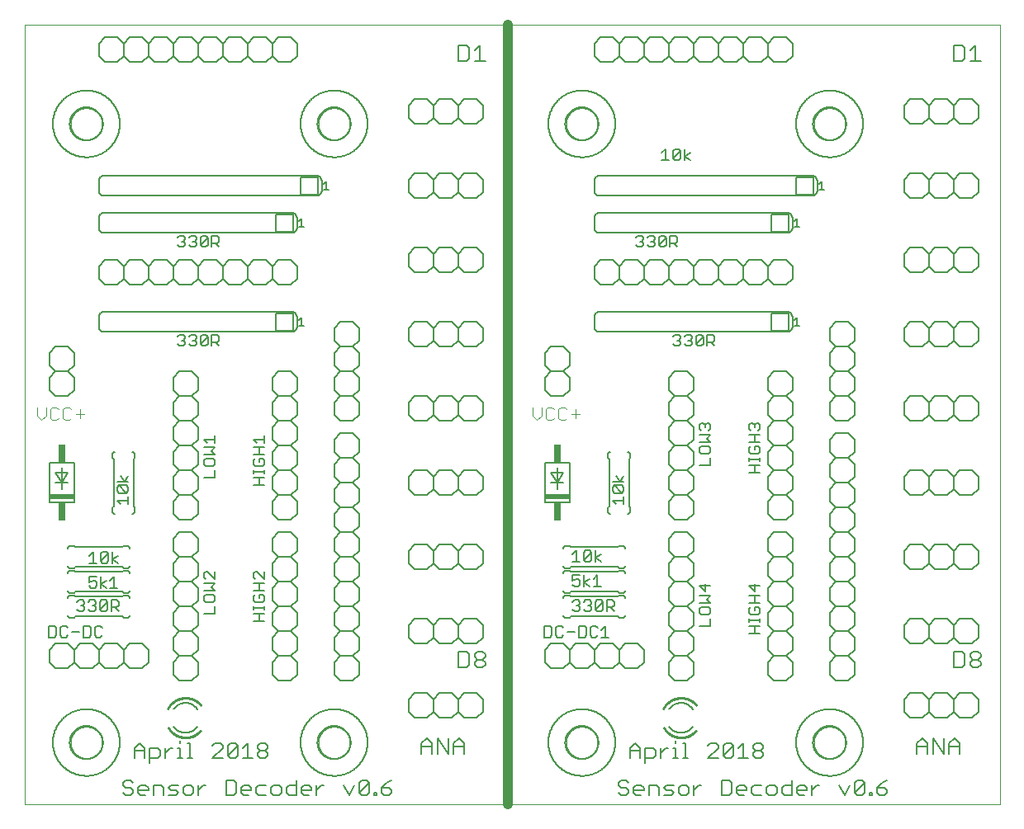
<source format=gto>
G75*
%MOIN*%
%OFA0B0*%
%FSLAX25Y25*%
%IPPOS*%
%LPD*%
%AMOC8*
5,1,8,0,0,1.08239X$1,22.5*
%
%ADD10C,0.00000*%
%ADD11C,0.00500*%
%ADD12C,0.04000*%
%ADD13C,0.00600*%
%ADD14C,0.00400*%
%ADD15R,0.10000X0.02000*%
%ADD16R,0.03000X0.07500*%
%ADD17C,0.01000*%
%ADD18C,0.00800*%
D10*
X0001000Y0003000D02*
X0001000Y0317961D01*
X0394701Y0317961D01*
X0394701Y0003000D01*
X0001000Y0003000D01*
X0019701Y0028000D02*
X0019703Y0028158D01*
X0019709Y0028316D01*
X0019719Y0028474D01*
X0019733Y0028632D01*
X0019751Y0028789D01*
X0019772Y0028946D01*
X0019798Y0029102D01*
X0019828Y0029258D01*
X0019861Y0029413D01*
X0019899Y0029566D01*
X0019940Y0029719D01*
X0019985Y0029871D01*
X0020034Y0030022D01*
X0020087Y0030171D01*
X0020143Y0030319D01*
X0020203Y0030465D01*
X0020267Y0030610D01*
X0020335Y0030753D01*
X0020406Y0030895D01*
X0020480Y0031035D01*
X0020558Y0031172D01*
X0020640Y0031308D01*
X0020724Y0031442D01*
X0020813Y0031573D01*
X0020904Y0031702D01*
X0020999Y0031829D01*
X0021096Y0031954D01*
X0021197Y0032076D01*
X0021301Y0032195D01*
X0021408Y0032312D01*
X0021518Y0032426D01*
X0021631Y0032537D01*
X0021746Y0032646D01*
X0021864Y0032751D01*
X0021985Y0032853D01*
X0022108Y0032953D01*
X0022234Y0033049D01*
X0022362Y0033142D01*
X0022492Y0033232D01*
X0022625Y0033318D01*
X0022760Y0033402D01*
X0022896Y0033481D01*
X0023035Y0033558D01*
X0023176Y0033630D01*
X0023318Y0033700D01*
X0023462Y0033765D01*
X0023608Y0033827D01*
X0023755Y0033885D01*
X0023904Y0033940D01*
X0024054Y0033991D01*
X0024205Y0034038D01*
X0024357Y0034081D01*
X0024510Y0034120D01*
X0024665Y0034156D01*
X0024820Y0034187D01*
X0024976Y0034215D01*
X0025132Y0034239D01*
X0025289Y0034259D01*
X0025447Y0034275D01*
X0025604Y0034287D01*
X0025763Y0034295D01*
X0025921Y0034299D01*
X0026079Y0034299D01*
X0026237Y0034295D01*
X0026396Y0034287D01*
X0026553Y0034275D01*
X0026711Y0034259D01*
X0026868Y0034239D01*
X0027024Y0034215D01*
X0027180Y0034187D01*
X0027335Y0034156D01*
X0027490Y0034120D01*
X0027643Y0034081D01*
X0027795Y0034038D01*
X0027946Y0033991D01*
X0028096Y0033940D01*
X0028245Y0033885D01*
X0028392Y0033827D01*
X0028538Y0033765D01*
X0028682Y0033700D01*
X0028824Y0033630D01*
X0028965Y0033558D01*
X0029104Y0033481D01*
X0029240Y0033402D01*
X0029375Y0033318D01*
X0029508Y0033232D01*
X0029638Y0033142D01*
X0029766Y0033049D01*
X0029892Y0032953D01*
X0030015Y0032853D01*
X0030136Y0032751D01*
X0030254Y0032646D01*
X0030369Y0032537D01*
X0030482Y0032426D01*
X0030592Y0032312D01*
X0030699Y0032195D01*
X0030803Y0032076D01*
X0030904Y0031954D01*
X0031001Y0031829D01*
X0031096Y0031702D01*
X0031187Y0031573D01*
X0031276Y0031442D01*
X0031360Y0031308D01*
X0031442Y0031172D01*
X0031520Y0031035D01*
X0031594Y0030895D01*
X0031665Y0030753D01*
X0031733Y0030610D01*
X0031797Y0030465D01*
X0031857Y0030319D01*
X0031913Y0030171D01*
X0031966Y0030022D01*
X0032015Y0029871D01*
X0032060Y0029719D01*
X0032101Y0029566D01*
X0032139Y0029413D01*
X0032172Y0029258D01*
X0032202Y0029102D01*
X0032228Y0028946D01*
X0032249Y0028789D01*
X0032267Y0028632D01*
X0032281Y0028474D01*
X0032291Y0028316D01*
X0032297Y0028158D01*
X0032299Y0028000D01*
X0032297Y0027842D01*
X0032291Y0027684D01*
X0032281Y0027526D01*
X0032267Y0027368D01*
X0032249Y0027211D01*
X0032228Y0027054D01*
X0032202Y0026898D01*
X0032172Y0026742D01*
X0032139Y0026587D01*
X0032101Y0026434D01*
X0032060Y0026281D01*
X0032015Y0026129D01*
X0031966Y0025978D01*
X0031913Y0025829D01*
X0031857Y0025681D01*
X0031797Y0025535D01*
X0031733Y0025390D01*
X0031665Y0025247D01*
X0031594Y0025105D01*
X0031520Y0024965D01*
X0031442Y0024828D01*
X0031360Y0024692D01*
X0031276Y0024558D01*
X0031187Y0024427D01*
X0031096Y0024298D01*
X0031001Y0024171D01*
X0030904Y0024046D01*
X0030803Y0023924D01*
X0030699Y0023805D01*
X0030592Y0023688D01*
X0030482Y0023574D01*
X0030369Y0023463D01*
X0030254Y0023354D01*
X0030136Y0023249D01*
X0030015Y0023147D01*
X0029892Y0023047D01*
X0029766Y0022951D01*
X0029638Y0022858D01*
X0029508Y0022768D01*
X0029375Y0022682D01*
X0029240Y0022598D01*
X0029104Y0022519D01*
X0028965Y0022442D01*
X0028824Y0022370D01*
X0028682Y0022300D01*
X0028538Y0022235D01*
X0028392Y0022173D01*
X0028245Y0022115D01*
X0028096Y0022060D01*
X0027946Y0022009D01*
X0027795Y0021962D01*
X0027643Y0021919D01*
X0027490Y0021880D01*
X0027335Y0021844D01*
X0027180Y0021813D01*
X0027024Y0021785D01*
X0026868Y0021761D01*
X0026711Y0021741D01*
X0026553Y0021725D01*
X0026396Y0021713D01*
X0026237Y0021705D01*
X0026079Y0021701D01*
X0025921Y0021701D01*
X0025763Y0021705D01*
X0025604Y0021713D01*
X0025447Y0021725D01*
X0025289Y0021741D01*
X0025132Y0021761D01*
X0024976Y0021785D01*
X0024820Y0021813D01*
X0024665Y0021844D01*
X0024510Y0021880D01*
X0024357Y0021919D01*
X0024205Y0021962D01*
X0024054Y0022009D01*
X0023904Y0022060D01*
X0023755Y0022115D01*
X0023608Y0022173D01*
X0023462Y0022235D01*
X0023318Y0022300D01*
X0023176Y0022370D01*
X0023035Y0022442D01*
X0022896Y0022519D01*
X0022760Y0022598D01*
X0022625Y0022682D01*
X0022492Y0022768D01*
X0022362Y0022858D01*
X0022234Y0022951D01*
X0022108Y0023047D01*
X0021985Y0023147D01*
X0021864Y0023249D01*
X0021746Y0023354D01*
X0021631Y0023463D01*
X0021518Y0023574D01*
X0021408Y0023688D01*
X0021301Y0023805D01*
X0021197Y0023924D01*
X0021096Y0024046D01*
X0020999Y0024171D01*
X0020904Y0024298D01*
X0020813Y0024427D01*
X0020724Y0024558D01*
X0020640Y0024692D01*
X0020558Y0024828D01*
X0020480Y0024965D01*
X0020406Y0025105D01*
X0020335Y0025247D01*
X0020267Y0025390D01*
X0020203Y0025535D01*
X0020143Y0025681D01*
X0020087Y0025829D01*
X0020034Y0025978D01*
X0019985Y0026129D01*
X0019940Y0026281D01*
X0019899Y0026434D01*
X0019861Y0026587D01*
X0019828Y0026742D01*
X0019798Y0026898D01*
X0019772Y0027054D01*
X0019751Y0027211D01*
X0019733Y0027368D01*
X0019719Y0027526D01*
X0019709Y0027684D01*
X0019703Y0027842D01*
X0019701Y0028000D01*
X0119701Y0028000D02*
X0119703Y0028158D01*
X0119709Y0028316D01*
X0119719Y0028474D01*
X0119733Y0028632D01*
X0119751Y0028789D01*
X0119772Y0028946D01*
X0119798Y0029102D01*
X0119828Y0029258D01*
X0119861Y0029413D01*
X0119899Y0029566D01*
X0119940Y0029719D01*
X0119985Y0029871D01*
X0120034Y0030022D01*
X0120087Y0030171D01*
X0120143Y0030319D01*
X0120203Y0030465D01*
X0120267Y0030610D01*
X0120335Y0030753D01*
X0120406Y0030895D01*
X0120480Y0031035D01*
X0120558Y0031172D01*
X0120640Y0031308D01*
X0120724Y0031442D01*
X0120813Y0031573D01*
X0120904Y0031702D01*
X0120999Y0031829D01*
X0121096Y0031954D01*
X0121197Y0032076D01*
X0121301Y0032195D01*
X0121408Y0032312D01*
X0121518Y0032426D01*
X0121631Y0032537D01*
X0121746Y0032646D01*
X0121864Y0032751D01*
X0121985Y0032853D01*
X0122108Y0032953D01*
X0122234Y0033049D01*
X0122362Y0033142D01*
X0122492Y0033232D01*
X0122625Y0033318D01*
X0122760Y0033402D01*
X0122896Y0033481D01*
X0123035Y0033558D01*
X0123176Y0033630D01*
X0123318Y0033700D01*
X0123462Y0033765D01*
X0123608Y0033827D01*
X0123755Y0033885D01*
X0123904Y0033940D01*
X0124054Y0033991D01*
X0124205Y0034038D01*
X0124357Y0034081D01*
X0124510Y0034120D01*
X0124665Y0034156D01*
X0124820Y0034187D01*
X0124976Y0034215D01*
X0125132Y0034239D01*
X0125289Y0034259D01*
X0125447Y0034275D01*
X0125604Y0034287D01*
X0125763Y0034295D01*
X0125921Y0034299D01*
X0126079Y0034299D01*
X0126237Y0034295D01*
X0126396Y0034287D01*
X0126553Y0034275D01*
X0126711Y0034259D01*
X0126868Y0034239D01*
X0127024Y0034215D01*
X0127180Y0034187D01*
X0127335Y0034156D01*
X0127490Y0034120D01*
X0127643Y0034081D01*
X0127795Y0034038D01*
X0127946Y0033991D01*
X0128096Y0033940D01*
X0128245Y0033885D01*
X0128392Y0033827D01*
X0128538Y0033765D01*
X0128682Y0033700D01*
X0128824Y0033630D01*
X0128965Y0033558D01*
X0129104Y0033481D01*
X0129240Y0033402D01*
X0129375Y0033318D01*
X0129508Y0033232D01*
X0129638Y0033142D01*
X0129766Y0033049D01*
X0129892Y0032953D01*
X0130015Y0032853D01*
X0130136Y0032751D01*
X0130254Y0032646D01*
X0130369Y0032537D01*
X0130482Y0032426D01*
X0130592Y0032312D01*
X0130699Y0032195D01*
X0130803Y0032076D01*
X0130904Y0031954D01*
X0131001Y0031829D01*
X0131096Y0031702D01*
X0131187Y0031573D01*
X0131276Y0031442D01*
X0131360Y0031308D01*
X0131442Y0031172D01*
X0131520Y0031035D01*
X0131594Y0030895D01*
X0131665Y0030753D01*
X0131733Y0030610D01*
X0131797Y0030465D01*
X0131857Y0030319D01*
X0131913Y0030171D01*
X0131966Y0030022D01*
X0132015Y0029871D01*
X0132060Y0029719D01*
X0132101Y0029566D01*
X0132139Y0029413D01*
X0132172Y0029258D01*
X0132202Y0029102D01*
X0132228Y0028946D01*
X0132249Y0028789D01*
X0132267Y0028632D01*
X0132281Y0028474D01*
X0132291Y0028316D01*
X0132297Y0028158D01*
X0132299Y0028000D01*
X0132297Y0027842D01*
X0132291Y0027684D01*
X0132281Y0027526D01*
X0132267Y0027368D01*
X0132249Y0027211D01*
X0132228Y0027054D01*
X0132202Y0026898D01*
X0132172Y0026742D01*
X0132139Y0026587D01*
X0132101Y0026434D01*
X0132060Y0026281D01*
X0132015Y0026129D01*
X0131966Y0025978D01*
X0131913Y0025829D01*
X0131857Y0025681D01*
X0131797Y0025535D01*
X0131733Y0025390D01*
X0131665Y0025247D01*
X0131594Y0025105D01*
X0131520Y0024965D01*
X0131442Y0024828D01*
X0131360Y0024692D01*
X0131276Y0024558D01*
X0131187Y0024427D01*
X0131096Y0024298D01*
X0131001Y0024171D01*
X0130904Y0024046D01*
X0130803Y0023924D01*
X0130699Y0023805D01*
X0130592Y0023688D01*
X0130482Y0023574D01*
X0130369Y0023463D01*
X0130254Y0023354D01*
X0130136Y0023249D01*
X0130015Y0023147D01*
X0129892Y0023047D01*
X0129766Y0022951D01*
X0129638Y0022858D01*
X0129508Y0022768D01*
X0129375Y0022682D01*
X0129240Y0022598D01*
X0129104Y0022519D01*
X0128965Y0022442D01*
X0128824Y0022370D01*
X0128682Y0022300D01*
X0128538Y0022235D01*
X0128392Y0022173D01*
X0128245Y0022115D01*
X0128096Y0022060D01*
X0127946Y0022009D01*
X0127795Y0021962D01*
X0127643Y0021919D01*
X0127490Y0021880D01*
X0127335Y0021844D01*
X0127180Y0021813D01*
X0127024Y0021785D01*
X0126868Y0021761D01*
X0126711Y0021741D01*
X0126553Y0021725D01*
X0126396Y0021713D01*
X0126237Y0021705D01*
X0126079Y0021701D01*
X0125921Y0021701D01*
X0125763Y0021705D01*
X0125604Y0021713D01*
X0125447Y0021725D01*
X0125289Y0021741D01*
X0125132Y0021761D01*
X0124976Y0021785D01*
X0124820Y0021813D01*
X0124665Y0021844D01*
X0124510Y0021880D01*
X0124357Y0021919D01*
X0124205Y0021962D01*
X0124054Y0022009D01*
X0123904Y0022060D01*
X0123755Y0022115D01*
X0123608Y0022173D01*
X0123462Y0022235D01*
X0123318Y0022300D01*
X0123176Y0022370D01*
X0123035Y0022442D01*
X0122896Y0022519D01*
X0122760Y0022598D01*
X0122625Y0022682D01*
X0122492Y0022768D01*
X0122362Y0022858D01*
X0122234Y0022951D01*
X0122108Y0023047D01*
X0121985Y0023147D01*
X0121864Y0023249D01*
X0121746Y0023354D01*
X0121631Y0023463D01*
X0121518Y0023574D01*
X0121408Y0023688D01*
X0121301Y0023805D01*
X0121197Y0023924D01*
X0121096Y0024046D01*
X0120999Y0024171D01*
X0120904Y0024298D01*
X0120813Y0024427D01*
X0120724Y0024558D01*
X0120640Y0024692D01*
X0120558Y0024828D01*
X0120480Y0024965D01*
X0120406Y0025105D01*
X0120335Y0025247D01*
X0120267Y0025390D01*
X0120203Y0025535D01*
X0120143Y0025681D01*
X0120087Y0025829D01*
X0120034Y0025978D01*
X0119985Y0026129D01*
X0119940Y0026281D01*
X0119899Y0026434D01*
X0119861Y0026587D01*
X0119828Y0026742D01*
X0119798Y0026898D01*
X0119772Y0027054D01*
X0119751Y0027211D01*
X0119733Y0027368D01*
X0119719Y0027526D01*
X0119709Y0027684D01*
X0119703Y0027842D01*
X0119701Y0028000D01*
X0219701Y0028000D02*
X0219703Y0028158D01*
X0219709Y0028316D01*
X0219719Y0028474D01*
X0219733Y0028632D01*
X0219751Y0028789D01*
X0219772Y0028946D01*
X0219798Y0029102D01*
X0219828Y0029258D01*
X0219861Y0029413D01*
X0219899Y0029566D01*
X0219940Y0029719D01*
X0219985Y0029871D01*
X0220034Y0030022D01*
X0220087Y0030171D01*
X0220143Y0030319D01*
X0220203Y0030465D01*
X0220267Y0030610D01*
X0220335Y0030753D01*
X0220406Y0030895D01*
X0220480Y0031035D01*
X0220558Y0031172D01*
X0220640Y0031308D01*
X0220724Y0031442D01*
X0220813Y0031573D01*
X0220904Y0031702D01*
X0220999Y0031829D01*
X0221096Y0031954D01*
X0221197Y0032076D01*
X0221301Y0032195D01*
X0221408Y0032312D01*
X0221518Y0032426D01*
X0221631Y0032537D01*
X0221746Y0032646D01*
X0221864Y0032751D01*
X0221985Y0032853D01*
X0222108Y0032953D01*
X0222234Y0033049D01*
X0222362Y0033142D01*
X0222492Y0033232D01*
X0222625Y0033318D01*
X0222760Y0033402D01*
X0222896Y0033481D01*
X0223035Y0033558D01*
X0223176Y0033630D01*
X0223318Y0033700D01*
X0223462Y0033765D01*
X0223608Y0033827D01*
X0223755Y0033885D01*
X0223904Y0033940D01*
X0224054Y0033991D01*
X0224205Y0034038D01*
X0224357Y0034081D01*
X0224510Y0034120D01*
X0224665Y0034156D01*
X0224820Y0034187D01*
X0224976Y0034215D01*
X0225132Y0034239D01*
X0225289Y0034259D01*
X0225447Y0034275D01*
X0225604Y0034287D01*
X0225763Y0034295D01*
X0225921Y0034299D01*
X0226079Y0034299D01*
X0226237Y0034295D01*
X0226396Y0034287D01*
X0226553Y0034275D01*
X0226711Y0034259D01*
X0226868Y0034239D01*
X0227024Y0034215D01*
X0227180Y0034187D01*
X0227335Y0034156D01*
X0227490Y0034120D01*
X0227643Y0034081D01*
X0227795Y0034038D01*
X0227946Y0033991D01*
X0228096Y0033940D01*
X0228245Y0033885D01*
X0228392Y0033827D01*
X0228538Y0033765D01*
X0228682Y0033700D01*
X0228824Y0033630D01*
X0228965Y0033558D01*
X0229104Y0033481D01*
X0229240Y0033402D01*
X0229375Y0033318D01*
X0229508Y0033232D01*
X0229638Y0033142D01*
X0229766Y0033049D01*
X0229892Y0032953D01*
X0230015Y0032853D01*
X0230136Y0032751D01*
X0230254Y0032646D01*
X0230369Y0032537D01*
X0230482Y0032426D01*
X0230592Y0032312D01*
X0230699Y0032195D01*
X0230803Y0032076D01*
X0230904Y0031954D01*
X0231001Y0031829D01*
X0231096Y0031702D01*
X0231187Y0031573D01*
X0231276Y0031442D01*
X0231360Y0031308D01*
X0231442Y0031172D01*
X0231520Y0031035D01*
X0231594Y0030895D01*
X0231665Y0030753D01*
X0231733Y0030610D01*
X0231797Y0030465D01*
X0231857Y0030319D01*
X0231913Y0030171D01*
X0231966Y0030022D01*
X0232015Y0029871D01*
X0232060Y0029719D01*
X0232101Y0029566D01*
X0232139Y0029413D01*
X0232172Y0029258D01*
X0232202Y0029102D01*
X0232228Y0028946D01*
X0232249Y0028789D01*
X0232267Y0028632D01*
X0232281Y0028474D01*
X0232291Y0028316D01*
X0232297Y0028158D01*
X0232299Y0028000D01*
X0232297Y0027842D01*
X0232291Y0027684D01*
X0232281Y0027526D01*
X0232267Y0027368D01*
X0232249Y0027211D01*
X0232228Y0027054D01*
X0232202Y0026898D01*
X0232172Y0026742D01*
X0232139Y0026587D01*
X0232101Y0026434D01*
X0232060Y0026281D01*
X0232015Y0026129D01*
X0231966Y0025978D01*
X0231913Y0025829D01*
X0231857Y0025681D01*
X0231797Y0025535D01*
X0231733Y0025390D01*
X0231665Y0025247D01*
X0231594Y0025105D01*
X0231520Y0024965D01*
X0231442Y0024828D01*
X0231360Y0024692D01*
X0231276Y0024558D01*
X0231187Y0024427D01*
X0231096Y0024298D01*
X0231001Y0024171D01*
X0230904Y0024046D01*
X0230803Y0023924D01*
X0230699Y0023805D01*
X0230592Y0023688D01*
X0230482Y0023574D01*
X0230369Y0023463D01*
X0230254Y0023354D01*
X0230136Y0023249D01*
X0230015Y0023147D01*
X0229892Y0023047D01*
X0229766Y0022951D01*
X0229638Y0022858D01*
X0229508Y0022768D01*
X0229375Y0022682D01*
X0229240Y0022598D01*
X0229104Y0022519D01*
X0228965Y0022442D01*
X0228824Y0022370D01*
X0228682Y0022300D01*
X0228538Y0022235D01*
X0228392Y0022173D01*
X0228245Y0022115D01*
X0228096Y0022060D01*
X0227946Y0022009D01*
X0227795Y0021962D01*
X0227643Y0021919D01*
X0227490Y0021880D01*
X0227335Y0021844D01*
X0227180Y0021813D01*
X0227024Y0021785D01*
X0226868Y0021761D01*
X0226711Y0021741D01*
X0226553Y0021725D01*
X0226396Y0021713D01*
X0226237Y0021705D01*
X0226079Y0021701D01*
X0225921Y0021701D01*
X0225763Y0021705D01*
X0225604Y0021713D01*
X0225447Y0021725D01*
X0225289Y0021741D01*
X0225132Y0021761D01*
X0224976Y0021785D01*
X0224820Y0021813D01*
X0224665Y0021844D01*
X0224510Y0021880D01*
X0224357Y0021919D01*
X0224205Y0021962D01*
X0224054Y0022009D01*
X0223904Y0022060D01*
X0223755Y0022115D01*
X0223608Y0022173D01*
X0223462Y0022235D01*
X0223318Y0022300D01*
X0223176Y0022370D01*
X0223035Y0022442D01*
X0222896Y0022519D01*
X0222760Y0022598D01*
X0222625Y0022682D01*
X0222492Y0022768D01*
X0222362Y0022858D01*
X0222234Y0022951D01*
X0222108Y0023047D01*
X0221985Y0023147D01*
X0221864Y0023249D01*
X0221746Y0023354D01*
X0221631Y0023463D01*
X0221518Y0023574D01*
X0221408Y0023688D01*
X0221301Y0023805D01*
X0221197Y0023924D01*
X0221096Y0024046D01*
X0220999Y0024171D01*
X0220904Y0024298D01*
X0220813Y0024427D01*
X0220724Y0024558D01*
X0220640Y0024692D01*
X0220558Y0024828D01*
X0220480Y0024965D01*
X0220406Y0025105D01*
X0220335Y0025247D01*
X0220267Y0025390D01*
X0220203Y0025535D01*
X0220143Y0025681D01*
X0220087Y0025829D01*
X0220034Y0025978D01*
X0219985Y0026129D01*
X0219940Y0026281D01*
X0219899Y0026434D01*
X0219861Y0026587D01*
X0219828Y0026742D01*
X0219798Y0026898D01*
X0219772Y0027054D01*
X0219751Y0027211D01*
X0219733Y0027368D01*
X0219719Y0027526D01*
X0219709Y0027684D01*
X0219703Y0027842D01*
X0219701Y0028000D01*
X0319701Y0028000D02*
X0319703Y0028158D01*
X0319709Y0028316D01*
X0319719Y0028474D01*
X0319733Y0028632D01*
X0319751Y0028789D01*
X0319772Y0028946D01*
X0319798Y0029102D01*
X0319828Y0029258D01*
X0319861Y0029413D01*
X0319899Y0029566D01*
X0319940Y0029719D01*
X0319985Y0029871D01*
X0320034Y0030022D01*
X0320087Y0030171D01*
X0320143Y0030319D01*
X0320203Y0030465D01*
X0320267Y0030610D01*
X0320335Y0030753D01*
X0320406Y0030895D01*
X0320480Y0031035D01*
X0320558Y0031172D01*
X0320640Y0031308D01*
X0320724Y0031442D01*
X0320813Y0031573D01*
X0320904Y0031702D01*
X0320999Y0031829D01*
X0321096Y0031954D01*
X0321197Y0032076D01*
X0321301Y0032195D01*
X0321408Y0032312D01*
X0321518Y0032426D01*
X0321631Y0032537D01*
X0321746Y0032646D01*
X0321864Y0032751D01*
X0321985Y0032853D01*
X0322108Y0032953D01*
X0322234Y0033049D01*
X0322362Y0033142D01*
X0322492Y0033232D01*
X0322625Y0033318D01*
X0322760Y0033402D01*
X0322896Y0033481D01*
X0323035Y0033558D01*
X0323176Y0033630D01*
X0323318Y0033700D01*
X0323462Y0033765D01*
X0323608Y0033827D01*
X0323755Y0033885D01*
X0323904Y0033940D01*
X0324054Y0033991D01*
X0324205Y0034038D01*
X0324357Y0034081D01*
X0324510Y0034120D01*
X0324665Y0034156D01*
X0324820Y0034187D01*
X0324976Y0034215D01*
X0325132Y0034239D01*
X0325289Y0034259D01*
X0325447Y0034275D01*
X0325604Y0034287D01*
X0325763Y0034295D01*
X0325921Y0034299D01*
X0326079Y0034299D01*
X0326237Y0034295D01*
X0326396Y0034287D01*
X0326553Y0034275D01*
X0326711Y0034259D01*
X0326868Y0034239D01*
X0327024Y0034215D01*
X0327180Y0034187D01*
X0327335Y0034156D01*
X0327490Y0034120D01*
X0327643Y0034081D01*
X0327795Y0034038D01*
X0327946Y0033991D01*
X0328096Y0033940D01*
X0328245Y0033885D01*
X0328392Y0033827D01*
X0328538Y0033765D01*
X0328682Y0033700D01*
X0328824Y0033630D01*
X0328965Y0033558D01*
X0329104Y0033481D01*
X0329240Y0033402D01*
X0329375Y0033318D01*
X0329508Y0033232D01*
X0329638Y0033142D01*
X0329766Y0033049D01*
X0329892Y0032953D01*
X0330015Y0032853D01*
X0330136Y0032751D01*
X0330254Y0032646D01*
X0330369Y0032537D01*
X0330482Y0032426D01*
X0330592Y0032312D01*
X0330699Y0032195D01*
X0330803Y0032076D01*
X0330904Y0031954D01*
X0331001Y0031829D01*
X0331096Y0031702D01*
X0331187Y0031573D01*
X0331276Y0031442D01*
X0331360Y0031308D01*
X0331442Y0031172D01*
X0331520Y0031035D01*
X0331594Y0030895D01*
X0331665Y0030753D01*
X0331733Y0030610D01*
X0331797Y0030465D01*
X0331857Y0030319D01*
X0331913Y0030171D01*
X0331966Y0030022D01*
X0332015Y0029871D01*
X0332060Y0029719D01*
X0332101Y0029566D01*
X0332139Y0029413D01*
X0332172Y0029258D01*
X0332202Y0029102D01*
X0332228Y0028946D01*
X0332249Y0028789D01*
X0332267Y0028632D01*
X0332281Y0028474D01*
X0332291Y0028316D01*
X0332297Y0028158D01*
X0332299Y0028000D01*
X0332297Y0027842D01*
X0332291Y0027684D01*
X0332281Y0027526D01*
X0332267Y0027368D01*
X0332249Y0027211D01*
X0332228Y0027054D01*
X0332202Y0026898D01*
X0332172Y0026742D01*
X0332139Y0026587D01*
X0332101Y0026434D01*
X0332060Y0026281D01*
X0332015Y0026129D01*
X0331966Y0025978D01*
X0331913Y0025829D01*
X0331857Y0025681D01*
X0331797Y0025535D01*
X0331733Y0025390D01*
X0331665Y0025247D01*
X0331594Y0025105D01*
X0331520Y0024965D01*
X0331442Y0024828D01*
X0331360Y0024692D01*
X0331276Y0024558D01*
X0331187Y0024427D01*
X0331096Y0024298D01*
X0331001Y0024171D01*
X0330904Y0024046D01*
X0330803Y0023924D01*
X0330699Y0023805D01*
X0330592Y0023688D01*
X0330482Y0023574D01*
X0330369Y0023463D01*
X0330254Y0023354D01*
X0330136Y0023249D01*
X0330015Y0023147D01*
X0329892Y0023047D01*
X0329766Y0022951D01*
X0329638Y0022858D01*
X0329508Y0022768D01*
X0329375Y0022682D01*
X0329240Y0022598D01*
X0329104Y0022519D01*
X0328965Y0022442D01*
X0328824Y0022370D01*
X0328682Y0022300D01*
X0328538Y0022235D01*
X0328392Y0022173D01*
X0328245Y0022115D01*
X0328096Y0022060D01*
X0327946Y0022009D01*
X0327795Y0021962D01*
X0327643Y0021919D01*
X0327490Y0021880D01*
X0327335Y0021844D01*
X0327180Y0021813D01*
X0327024Y0021785D01*
X0326868Y0021761D01*
X0326711Y0021741D01*
X0326553Y0021725D01*
X0326396Y0021713D01*
X0326237Y0021705D01*
X0326079Y0021701D01*
X0325921Y0021701D01*
X0325763Y0021705D01*
X0325604Y0021713D01*
X0325447Y0021725D01*
X0325289Y0021741D01*
X0325132Y0021761D01*
X0324976Y0021785D01*
X0324820Y0021813D01*
X0324665Y0021844D01*
X0324510Y0021880D01*
X0324357Y0021919D01*
X0324205Y0021962D01*
X0324054Y0022009D01*
X0323904Y0022060D01*
X0323755Y0022115D01*
X0323608Y0022173D01*
X0323462Y0022235D01*
X0323318Y0022300D01*
X0323176Y0022370D01*
X0323035Y0022442D01*
X0322896Y0022519D01*
X0322760Y0022598D01*
X0322625Y0022682D01*
X0322492Y0022768D01*
X0322362Y0022858D01*
X0322234Y0022951D01*
X0322108Y0023047D01*
X0321985Y0023147D01*
X0321864Y0023249D01*
X0321746Y0023354D01*
X0321631Y0023463D01*
X0321518Y0023574D01*
X0321408Y0023688D01*
X0321301Y0023805D01*
X0321197Y0023924D01*
X0321096Y0024046D01*
X0320999Y0024171D01*
X0320904Y0024298D01*
X0320813Y0024427D01*
X0320724Y0024558D01*
X0320640Y0024692D01*
X0320558Y0024828D01*
X0320480Y0024965D01*
X0320406Y0025105D01*
X0320335Y0025247D01*
X0320267Y0025390D01*
X0320203Y0025535D01*
X0320143Y0025681D01*
X0320087Y0025829D01*
X0320034Y0025978D01*
X0319985Y0026129D01*
X0319940Y0026281D01*
X0319899Y0026434D01*
X0319861Y0026587D01*
X0319828Y0026742D01*
X0319798Y0026898D01*
X0319772Y0027054D01*
X0319751Y0027211D01*
X0319733Y0027368D01*
X0319719Y0027526D01*
X0319709Y0027684D01*
X0319703Y0027842D01*
X0319701Y0028000D01*
X0319701Y0278000D02*
X0319703Y0278158D01*
X0319709Y0278316D01*
X0319719Y0278474D01*
X0319733Y0278632D01*
X0319751Y0278789D01*
X0319772Y0278946D01*
X0319798Y0279102D01*
X0319828Y0279258D01*
X0319861Y0279413D01*
X0319899Y0279566D01*
X0319940Y0279719D01*
X0319985Y0279871D01*
X0320034Y0280022D01*
X0320087Y0280171D01*
X0320143Y0280319D01*
X0320203Y0280465D01*
X0320267Y0280610D01*
X0320335Y0280753D01*
X0320406Y0280895D01*
X0320480Y0281035D01*
X0320558Y0281172D01*
X0320640Y0281308D01*
X0320724Y0281442D01*
X0320813Y0281573D01*
X0320904Y0281702D01*
X0320999Y0281829D01*
X0321096Y0281954D01*
X0321197Y0282076D01*
X0321301Y0282195D01*
X0321408Y0282312D01*
X0321518Y0282426D01*
X0321631Y0282537D01*
X0321746Y0282646D01*
X0321864Y0282751D01*
X0321985Y0282853D01*
X0322108Y0282953D01*
X0322234Y0283049D01*
X0322362Y0283142D01*
X0322492Y0283232D01*
X0322625Y0283318D01*
X0322760Y0283402D01*
X0322896Y0283481D01*
X0323035Y0283558D01*
X0323176Y0283630D01*
X0323318Y0283700D01*
X0323462Y0283765D01*
X0323608Y0283827D01*
X0323755Y0283885D01*
X0323904Y0283940D01*
X0324054Y0283991D01*
X0324205Y0284038D01*
X0324357Y0284081D01*
X0324510Y0284120D01*
X0324665Y0284156D01*
X0324820Y0284187D01*
X0324976Y0284215D01*
X0325132Y0284239D01*
X0325289Y0284259D01*
X0325447Y0284275D01*
X0325604Y0284287D01*
X0325763Y0284295D01*
X0325921Y0284299D01*
X0326079Y0284299D01*
X0326237Y0284295D01*
X0326396Y0284287D01*
X0326553Y0284275D01*
X0326711Y0284259D01*
X0326868Y0284239D01*
X0327024Y0284215D01*
X0327180Y0284187D01*
X0327335Y0284156D01*
X0327490Y0284120D01*
X0327643Y0284081D01*
X0327795Y0284038D01*
X0327946Y0283991D01*
X0328096Y0283940D01*
X0328245Y0283885D01*
X0328392Y0283827D01*
X0328538Y0283765D01*
X0328682Y0283700D01*
X0328824Y0283630D01*
X0328965Y0283558D01*
X0329104Y0283481D01*
X0329240Y0283402D01*
X0329375Y0283318D01*
X0329508Y0283232D01*
X0329638Y0283142D01*
X0329766Y0283049D01*
X0329892Y0282953D01*
X0330015Y0282853D01*
X0330136Y0282751D01*
X0330254Y0282646D01*
X0330369Y0282537D01*
X0330482Y0282426D01*
X0330592Y0282312D01*
X0330699Y0282195D01*
X0330803Y0282076D01*
X0330904Y0281954D01*
X0331001Y0281829D01*
X0331096Y0281702D01*
X0331187Y0281573D01*
X0331276Y0281442D01*
X0331360Y0281308D01*
X0331442Y0281172D01*
X0331520Y0281035D01*
X0331594Y0280895D01*
X0331665Y0280753D01*
X0331733Y0280610D01*
X0331797Y0280465D01*
X0331857Y0280319D01*
X0331913Y0280171D01*
X0331966Y0280022D01*
X0332015Y0279871D01*
X0332060Y0279719D01*
X0332101Y0279566D01*
X0332139Y0279413D01*
X0332172Y0279258D01*
X0332202Y0279102D01*
X0332228Y0278946D01*
X0332249Y0278789D01*
X0332267Y0278632D01*
X0332281Y0278474D01*
X0332291Y0278316D01*
X0332297Y0278158D01*
X0332299Y0278000D01*
X0332297Y0277842D01*
X0332291Y0277684D01*
X0332281Y0277526D01*
X0332267Y0277368D01*
X0332249Y0277211D01*
X0332228Y0277054D01*
X0332202Y0276898D01*
X0332172Y0276742D01*
X0332139Y0276587D01*
X0332101Y0276434D01*
X0332060Y0276281D01*
X0332015Y0276129D01*
X0331966Y0275978D01*
X0331913Y0275829D01*
X0331857Y0275681D01*
X0331797Y0275535D01*
X0331733Y0275390D01*
X0331665Y0275247D01*
X0331594Y0275105D01*
X0331520Y0274965D01*
X0331442Y0274828D01*
X0331360Y0274692D01*
X0331276Y0274558D01*
X0331187Y0274427D01*
X0331096Y0274298D01*
X0331001Y0274171D01*
X0330904Y0274046D01*
X0330803Y0273924D01*
X0330699Y0273805D01*
X0330592Y0273688D01*
X0330482Y0273574D01*
X0330369Y0273463D01*
X0330254Y0273354D01*
X0330136Y0273249D01*
X0330015Y0273147D01*
X0329892Y0273047D01*
X0329766Y0272951D01*
X0329638Y0272858D01*
X0329508Y0272768D01*
X0329375Y0272682D01*
X0329240Y0272598D01*
X0329104Y0272519D01*
X0328965Y0272442D01*
X0328824Y0272370D01*
X0328682Y0272300D01*
X0328538Y0272235D01*
X0328392Y0272173D01*
X0328245Y0272115D01*
X0328096Y0272060D01*
X0327946Y0272009D01*
X0327795Y0271962D01*
X0327643Y0271919D01*
X0327490Y0271880D01*
X0327335Y0271844D01*
X0327180Y0271813D01*
X0327024Y0271785D01*
X0326868Y0271761D01*
X0326711Y0271741D01*
X0326553Y0271725D01*
X0326396Y0271713D01*
X0326237Y0271705D01*
X0326079Y0271701D01*
X0325921Y0271701D01*
X0325763Y0271705D01*
X0325604Y0271713D01*
X0325447Y0271725D01*
X0325289Y0271741D01*
X0325132Y0271761D01*
X0324976Y0271785D01*
X0324820Y0271813D01*
X0324665Y0271844D01*
X0324510Y0271880D01*
X0324357Y0271919D01*
X0324205Y0271962D01*
X0324054Y0272009D01*
X0323904Y0272060D01*
X0323755Y0272115D01*
X0323608Y0272173D01*
X0323462Y0272235D01*
X0323318Y0272300D01*
X0323176Y0272370D01*
X0323035Y0272442D01*
X0322896Y0272519D01*
X0322760Y0272598D01*
X0322625Y0272682D01*
X0322492Y0272768D01*
X0322362Y0272858D01*
X0322234Y0272951D01*
X0322108Y0273047D01*
X0321985Y0273147D01*
X0321864Y0273249D01*
X0321746Y0273354D01*
X0321631Y0273463D01*
X0321518Y0273574D01*
X0321408Y0273688D01*
X0321301Y0273805D01*
X0321197Y0273924D01*
X0321096Y0274046D01*
X0320999Y0274171D01*
X0320904Y0274298D01*
X0320813Y0274427D01*
X0320724Y0274558D01*
X0320640Y0274692D01*
X0320558Y0274828D01*
X0320480Y0274965D01*
X0320406Y0275105D01*
X0320335Y0275247D01*
X0320267Y0275390D01*
X0320203Y0275535D01*
X0320143Y0275681D01*
X0320087Y0275829D01*
X0320034Y0275978D01*
X0319985Y0276129D01*
X0319940Y0276281D01*
X0319899Y0276434D01*
X0319861Y0276587D01*
X0319828Y0276742D01*
X0319798Y0276898D01*
X0319772Y0277054D01*
X0319751Y0277211D01*
X0319733Y0277368D01*
X0319719Y0277526D01*
X0319709Y0277684D01*
X0319703Y0277842D01*
X0319701Y0278000D01*
X0219701Y0278000D02*
X0219703Y0278158D01*
X0219709Y0278316D01*
X0219719Y0278474D01*
X0219733Y0278632D01*
X0219751Y0278789D01*
X0219772Y0278946D01*
X0219798Y0279102D01*
X0219828Y0279258D01*
X0219861Y0279413D01*
X0219899Y0279566D01*
X0219940Y0279719D01*
X0219985Y0279871D01*
X0220034Y0280022D01*
X0220087Y0280171D01*
X0220143Y0280319D01*
X0220203Y0280465D01*
X0220267Y0280610D01*
X0220335Y0280753D01*
X0220406Y0280895D01*
X0220480Y0281035D01*
X0220558Y0281172D01*
X0220640Y0281308D01*
X0220724Y0281442D01*
X0220813Y0281573D01*
X0220904Y0281702D01*
X0220999Y0281829D01*
X0221096Y0281954D01*
X0221197Y0282076D01*
X0221301Y0282195D01*
X0221408Y0282312D01*
X0221518Y0282426D01*
X0221631Y0282537D01*
X0221746Y0282646D01*
X0221864Y0282751D01*
X0221985Y0282853D01*
X0222108Y0282953D01*
X0222234Y0283049D01*
X0222362Y0283142D01*
X0222492Y0283232D01*
X0222625Y0283318D01*
X0222760Y0283402D01*
X0222896Y0283481D01*
X0223035Y0283558D01*
X0223176Y0283630D01*
X0223318Y0283700D01*
X0223462Y0283765D01*
X0223608Y0283827D01*
X0223755Y0283885D01*
X0223904Y0283940D01*
X0224054Y0283991D01*
X0224205Y0284038D01*
X0224357Y0284081D01*
X0224510Y0284120D01*
X0224665Y0284156D01*
X0224820Y0284187D01*
X0224976Y0284215D01*
X0225132Y0284239D01*
X0225289Y0284259D01*
X0225447Y0284275D01*
X0225604Y0284287D01*
X0225763Y0284295D01*
X0225921Y0284299D01*
X0226079Y0284299D01*
X0226237Y0284295D01*
X0226396Y0284287D01*
X0226553Y0284275D01*
X0226711Y0284259D01*
X0226868Y0284239D01*
X0227024Y0284215D01*
X0227180Y0284187D01*
X0227335Y0284156D01*
X0227490Y0284120D01*
X0227643Y0284081D01*
X0227795Y0284038D01*
X0227946Y0283991D01*
X0228096Y0283940D01*
X0228245Y0283885D01*
X0228392Y0283827D01*
X0228538Y0283765D01*
X0228682Y0283700D01*
X0228824Y0283630D01*
X0228965Y0283558D01*
X0229104Y0283481D01*
X0229240Y0283402D01*
X0229375Y0283318D01*
X0229508Y0283232D01*
X0229638Y0283142D01*
X0229766Y0283049D01*
X0229892Y0282953D01*
X0230015Y0282853D01*
X0230136Y0282751D01*
X0230254Y0282646D01*
X0230369Y0282537D01*
X0230482Y0282426D01*
X0230592Y0282312D01*
X0230699Y0282195D01*
X0230803Y0282076D01*
X0230904Y0281954D01*
X0231001Y0281829D01*
X0231096Y0281702D01*
X0231187Y0281573D01*
X0231276Y0281442D01*
X0231360Y0281308D01*
X0231442Y0281172D01*
X0231520Y0281035D01*
X0231594Y0280895D01*
X0231665Y0280753D01*
X0231733Y0280610D01*
X0231797Y0280465D01*
X0231857Y0280319D01*
X0231913Y0280171D01*
X0231966Y0280022D01*
X0232015Y0279871D01*
X0232060Y0279719D01*
X0232101Y0279566D01*
X0232139Y0279413D01*
X0232172Y0279258D01*
X0232202Y0279102D01*
X0232228Y0278946D01*
X0232249Y0278789D01*
X0232267Y0278632D01*
X0232281Y0278474D01*
X0232291Y0278316D01*
X0232297Y0278158D01*
X0232299Y0278000D01*
X0232297Y0277842D01*
X0232291Y0277684D01*
X0232281Y0277526D01*
X0232267Y0277368D01*
X0232249Y0277211D01*
X0232228Y0277054D01*
X0232202Y0276898D01*
X0232172Y0276742D01*
X0232139Y0276587D01*
X0232101Y0276434D01*
X0232060Y0276281D01*
X0232015Y0276129D01*
X0231966Y0275978D01*
X0231913Y0275829D01*
X0231857Y0275681D01*
X0231797Y0275535D01*
X0231733Y0275390D01*
X0231665Y0275247D01*
X0231594Y0275105D01*
X0231520Y0274965D01*
X0231442Y0274828D01*
X0231360Y0274692D01*
X0231276Y0274558D01*
X0231187Y0274427D01*
X0231096Y0274298D01*
X0231001Y0274171D01*
X0230904Y0274046D01*
X0230803Y0273924D01*
X0230699Y0273805D01*
X0230592Y0273688D01*
X0230482Y0273574D01*
X0230369Y0273463D01*
X0230254Y0273354D01*
X0230136Y0273249D01*
X0230015Y0273147D01*
X0229892Y0273047D01*
X0229766Y0272951D01*
X0229638Y0272858D01*
X0229508Y0272768D01*
X0229375Y0272682D01*
X0229240Y0272598D01*
X0229104Y0272519D01*
X0228965Y0272442D01*
X0228824Y0272370D01*
X0228682Y0272300D01*
X0228538Y0272235D01*
X0228392Y0272173D01*
X0228245Y0272115D01*
X0228096Y0272060D01*
X0227946Y0272009D01*
X0227795Y0271962D01*
X0227643Y0271919D01*
X0227490Y0271880D01*
X0227335Y0271844D01*
X0227180Y0271813D01*
X0227024Y0271785D01*
X0226868Y0271761D01*
X0226711Y0271741D01*
X0226553Y0271725D01*
X0226396Y0271713D01*
X0226237Y0271705D01*
X0226079Y0271701D01*
X0225921Y0271701D01*
X0225763Y0271705D01*
X0225604Y0271713D01*
X0225447Y0271725D01*
X0225289Y0271741D01*
X0225132Y0271761D01*
X0224976Y0271785D01*
X0224820Y0271813D01*
X0224665Y0271844D01*
X0224510Y0271880D01*
X0224357Y0271919D01*
X0224205Y0271962D01*
X0224054Y0272009D01*
X0223904Y0272060D01*
X0223755Y0272115D01*
X0223608Y0272173D01*
X0223462Y0272235D01*
X0223318Y0272300D01*
X0223176Y0272370D01*
X0223035Y0272442D01*
X0222896Y0272519D01*
X0222760Y0272598D01*
X0222625Y0272682D01*
X0222492Y0272768D01*
X0222362Y0272858D01*
X0222234Y0272951D01*
X0222108Y0273047D01*
X0221985Y0273147D01*
X0221864Y0273249D01*
X0221746Y0273354D01*
X0221631Y0273463D01*
X0221518Y0273574D01*
X0221408Y0273688D01*
X0221301Y0273805D01*
X0221197Y0273924D01*
X0221096Y0274046D01*
X0220999Y0274171D01*
X0220904Y0274298D01*
X0220813Y0274427D01*
X0220724Y0274558D01*
X0220640Y0274692D01*
X0220558Y0274828D01*
X0220480Y0274965D01*
X0220406Y0275105D01*
X0220335Y0275247D01*
X0220267Y0275390D01*
X0220203Y0275535D01*
X0220143Y0275681D01*
X0220087Y0275829D01*
X0220034Y0275978D01*
X0219985Y0276129D01*
X0219940Y0276281D01*
X0219899Y0276434D01*
X0219861Y0276587D01*
X0219828Y0276742D01*
X0219798Y0276898D01*
X0219772Y0277054D01*
X0219751Y0277211D01*
X0219733Y0277368D01*
X0219719Y0277526D01*
X0219709Y0277684D01*
X0219703Y0277842D01*
X0219701Y0278000D01*
X0119701Y0278000D02*
X0119703Y0278158D01*
X0119709Y0278316D01*
X0119719Y0278474D01*
X0119733Y0278632D01*
X0119751Y0278789D01*
X0119772Y0278946D01*
X0119798Y0279102D01*
X0119828Y0279258D01*
X0119861Y0279413D01*
X0119899Y0279566D01*
X0119940Y0279719D01*
X0119985Y0279871D01*
X0120034Y0280022D01*
X0120087Y0280171D01*
X0120143Y0280319D01*
X0120203Y0280465D01*
X0120267Y0280610D01*
X0120335Y0280753D01*
X0120406Y0280895D01*
X0120480Y0281035D01*
X0120558Y0281172D01*
X0120640Y0281308D01*
X0120724Y0281442D01*
X0120813Y0281573D01*
X0120904Y0281702D01*
X0120999Y0281829D01*
X0121096Y0281954D01*
X0121197Y0282076D01*
X0121301Y0282195D01*
X0121408Y0282312D01*
X0121518Y0282426D01*
X0121631Y0282537D01*
X0121746Y0282646D01*
X0121864Y0282751D01*
X0121985Y0282853D01*
X0122108Y0282953D01*
X0122234Y0283049D01*
X0122362Y0283142D01*
X0122492Y0283232D01*
X0122625Y0283318D01*
X0122760Y0283402D01*
X0122896Y0283481D01*
X0123035Y0283558D01*
X0123176Y0283630D01*
X0123318Y0283700D01*
X0123462Y0283765D01*
X0123608Y0283827D01*
X0123755Y0283885D01*
X0123904Y0283940D01*
X0124054Y0283991D01*
X0124205Y0284038D01*
X0124357Y0284081D01*
X0124510Y0284120D01*
X0124665Y0284156D01*
X0124820Y0284187D01*
X0124976Y0284215D01*
X0125132Y0284239D01*
X0125289Y0284259D01*
X0125447Y0284275D01*
X0125604Y0284287D01*
X0125763Y0284295D01*
X0125921Y0284299D01*
X0126079Y0284299D01*
X0126237Y0284295D01*
X0126396Y0284287D01*
X0126553Y0284275D01*
X0126711Y0284259D01*
X0126868Y0284239D01*
X0127024Y0284215D01*
X0127180Y0284187D01*
X0127335Y0284156D01*
X0127490Y0284120D01*
X0127643Y0284081D01*
X0127795Y0284038D01*
X0127946Y0283991D01*
X0128096Y0283940D01*
X0128245Y0283885D01*
X0128392Y0283827D01*
X0128538Y0283765D01*
X0128682Y0283700D01*
X0128824Y0283630D01*
X0128965Y0283558D01*
X0129104Y0283481D01*
X0129240Y0283402D01*
X0129375Y0283318D01*
X0129508Y0283232D01*
X0129638Y0283142D01*
X0129766Y0283049D01*
X0129892Y0282953D01*
X0130015Y0282853D01*
X0130136Y0282751D01*
X0130254Y0282646D01*
X0130369Y0282537D01*
X0130482Y0282426D01*
X0130592Y0282312D01*
X0130699Y0282195D01*
X0130803Y0282076D01*
X0130904Y0281954D01*
X0131001Y0281829D01*
X0131096Y0281702D01*
X0131187Y0281573D01*
X0131276Y0281442D01*
X0131360Y0281308D01*
X0131442Y0281172D01*
X0131520Y0281035D01*
X0131594Y0280895D01*
X0131665Y0280753D01*
X0131733Y0280610D01*
X0131797Y0280465D01*
X0131857Y0280319D01*
X0131913Y0280171D01*
X0131966Y0280022D01*
X0132015Y0279871D01*
X0132060Y0279719D01*
X0132101Y0279566D01*
X0132139Y0279413D01*
X0132172Y0279258D01*
X0132202Y0279102D01*
X0132228Y0278946D01*
X0132249Y0278789D01*
X0132267Y0278632D01*
X0132281Y0278474D01*
X0132291Y0278316D01*
X0132297Y0278158D01*
X0132299Y0278000D01*
X0132297Y0277842D01*
X0132291Y0277684D01*
X0132281Y0277526D01*
X0132267Y0277368D01*
X0132249Y0277211D01*
X0132228Y0277054D01*
X0132202Y0276898D01*
X0132172Y0276742D01*
X0132139Y0276587D01*
X0132101Y0276434D01*
X0132060Y0276281D01*
X0132015Y0276129D01*
X0131966Y0275978D01*
X0131913Y0275829D01*
X0131857Y0275681D01*
X0131797Y0275535D01*
X0131733Y0275390D01*
X0131665Y0275247D01*
X0131594Y0275105D01*
X0131520Y0274965D01*
X0131442Y0274828D01*
X0131360Y0274692D01*
X0131276Y0274558D01*
X0131187Y0274427D01*
X0131096Y0274298D01*
X0131001Y0274171D01*
X0130904Y0274046D01*
X0130803Y0273924D01*
X0130699Y0273805D01*
X0130592Y0273688D01*
X0130482Y0273574D01*
X0130369Y0273463D01*
X0130254Y0273354D01*
X0130136Y0273249D01*
X0130015Y0273147D01*
X0129892Y0273047D01*
X0129766Y0272951D01*
X0129638Y0272858D01*
X0129508Y0272768D01*
X0129375Y0272682D01*
X0129240Y0272598D01*
X0129104Y0272519D01*
X0128965Y0272442D01*
X0128824Y0272370D01*
X0128682Y0272300D01*
X0128538Y0272235D01*
X0128392Y0272173D01*
X0128245Y0272115D01*
X0128096Y0272060D01*
X0127946Y0272009D01*
X0127795Y0271962D01*
X0127643Y0271919D01*
X0127490Y0271880D01*
X0127335Y0271844D01*
X0127180Y0271813D01*
X0127024Y0271785D01*
X0126868Y0271761D01*
X0126711Y0271741D01*
X0126553Y0271725D01*
X0126396Y0271713D01*
X0126237Y0271705D01*
X0126079Y0271701D01*
X0125921Y0271701D01*
X0125763Y0271705D01*
X0125604Y0271713D01*
X0125447Y0271725D01*
X0125289Y0271741D01*
X0125132Y0271761D01*
X0124976Y0271785D01*
X0124820Y0271813D01*
X0124665Y0271844D01*
X0124510Y0271880D01*
X0124357Y0271919D01*
X0124205Y0271962D01*
X0124054Y0272009D01*
X0123904Y0272060D01*
X0123755Y0272115D01*
X0123608Y0272173D01*
X0123462Y0272235D01*
X0123318Y0272300D01*
X0123176Y0272370D01*
X0123035Y0272442D01*
X0122896Y0272519D01*
X0122760Y0272598D01*
X0122625Y0272682D01*
X0122492Y0272768D01*
X0122362Y0272858D01*
X0122234Y0272951D01*
X0122108Y0273047D01*
X0121985Y0273147D01*
X0121864Y0273249D01*
X0121746Y0273354D01*
X0121631Y0273463D01*
X0121518Y0273574D01*
X0121408Y0273688D01*
X0121301Y0273805D01*
X0121197Y0273924D01*
X0121096Y0274046D01*
X0120999Y0274171D01*
X0120904Y0274298D01*
X0120813Y0274427D01*
X0120724Y0274558D01*
X0120640Y0274692D01*
X0120558Y0274828D01*
X0120480Y0274965D01*
X0120406Y0275105D01*
X0120335Y0275247D01*
X0120267Y0275390D01*
X0120203Y0275535D01*
X0120143Y0275681D01*
X0120087Y0275829D01*
X0120034Y0275978D01*
X0119985Y0276129D01*
X0119940Y0276281D01*
X0119899Y0276434D01*
X0119861Y0276587D01*
X0119828Y0276742D01*
X0119798Y0276898D01*
X0119772Y0277054D01*
X0119751Y0277211D01*
X0119733Y0277368D01*
X0119719Y0277526D01*
X0119709Y0277684D01*
X0119703Y0277842D01*
X0119701Y0278000D01*
X0019701Y0278000D02*
X0019703Y0278158D01*
X0019709Y0278316D01*
X0019719Y0278474D01*
X0019733Y0278632D01*
X0019751Y0278789D01*
X0019772Y0278946D01*
X0019798Y0279102D01*
X0019828Y0279258D01*
X0019861Y0279413D01*
X0019899Y0279566D01*
X0019940Y0279719D01*
X0019985Y0279871D01*
X0020034Y0280022D01*
X0020087Y0280171D01*
X0020143Y0280319D01*
X0020203Y0280465D01*
X0020267Y0280610D01*
X0020335Y0280753D01*
X0020406Y0280895D01*
X0020480Y0281035D01*
X0020558Y0281172D01*
X0020640Y0281308D01*
X0020724Y0281442D01*
X0020813Y0281573D01*
X0020904Y0281702D01*
X0020999Y0281829D01*
X0021096Y0281954D01*
X0021197Y0282076D01*
X0021301Y0282195D01*
X0021408Y0282312D01*
X0021518Y0282426D01*
X0021631Y0282537D01*
X0021746Y0282646D01*
X0021864Y0282751D01*
X0021985Y0282853D01*
X0022108Y0282953D01*
X0022234Y0283049D01*
X0022362Y0283142D01*
X0022492Y0283232D01*
X0022625Y0283318D01*
X0022760Y0283402D01*
X0022896Y0283481D01*
X0023035Y0283558D01*
X0023176Y0283630D01*
X0023318Y0283700D01*
X0023462Y0283765D01*
X0023608Y0283827D01*
X0023755Y0283885D01*
X0023904Y0283940D01*
X0024054Y0283991D01*
X0024205Y0284038D01*
X0024357Y0284081D01*
X0024510Y0284120D01*
X0024665Y0284156D01*
X0024820Y0284187D01*
X0024976Y0284215D01*
X0025132Y0284239D01*
X0025289Y0284259D01*
X0025447Y0284275D01*
X0025604Y0284287D01*
X0025763Y0284295D01*
X0025921Y0284299D01*
X0026079Y0284299D01*
X0026237Y0284295D01*
X0026396Y0284287D01*
X0026553Y0284275D01*
X0026711Y0284259D01*
X0026868Y0284239D01*
X0027024Y0284215D01*
X0027180Y0284187D01*
X0027335Y0284156D01*
X0027490Y0284120D01*
X0027643Y0284081D01*
X0027795Y0284038D01*
X0027946Y0283991D01*
X0028096Y0283940D01*
X0028245Y0283885D01*
X0028392Y0283827D01*
X0028538Y0283765D01*
X0028682Y0283700D01*
X0028824Y0283630D01*
X0028965Y0283558D01*
X0029104Y0283481D01*
X0029240Y0283402D01*
X0029375Y0283318D01*
X0029508Y0283232D01*
X0029638Y0283142D01*
X0029766Y0283049D01*
X0029892Y0282953D01*
X0030015Y0282853D01*
X0030136Y0282751D01*
X0030254Y0282646D01*
X0030369Y0282537D01*
X0030482Y0282426D01*
X0030592Y0282312D01*
X0030699Y0282195D01*
X0030803Y0282076D01*
X0030904Y0281954D01*
X0031001Y0281829D01*
X0031096Y0281702D01*
X0031187Y0281573D01*
X0031276Y0281442D01*
X0031360Y0281308D01*
X0031442Y0281172D01*
X0031520Y0281035D01*
X0031594Y0280895D01*
X0031665Y0280753D01*
X0031733Y0280610D01*
X0031797Y0280465D01*
X0031857Y0280319D01*
X0031913Y0280171D01*
X0031966Y0280022D01*
X0032015Y0279871D01*
X0032060Y0279719D01*
X0032101Y0279566D01*
X0032139Y0279413D01*
X0032172Y0279258D01*
X0032202Y0279102D01*
X0032228Y0278946D01*
X0032249Y0278789D01*
X0032267Y0278632D01*
X0032281Y0278474D01*
X0032291Y0278316D01*
X0032297Y0278158D01*
X0032299Y0278000D01*
X0032297Y0277842D01*
X0032291Y0277684D01*
X0032281Y0277526D01*
X0032267Y0277368D01*
X0032249Y0277211D01*
X0032228Y0277054D01*
X0032202Y0276898D01*
X0032172Y0276742D01*
X0032139Y0276587D01*
X0032101Y0276434D01*
X0032060Y0276281D01*
X0032015Y0276129D01*
X0031966Y0275978D01*
X0031913Y0275829D01*
X0031857Y0275681D01*
X0031797Y0275535D01*
X0031733Y0275390D01*
X0031665Y0275247D01*
X0031594Y0275105D01*
X0031520Y0274965D01*
X0031442Y0274828D01*
X0031360Y0274692D01*
X0031276Y0274558D01*
X0031187Y0274427D01*
X0031096Y0274298D01*
X0031001Y0274171D01*
X0030904Y0274046D01*
X0030803Y0273924D01*
X0030699Y0273805D01*
X0030592Y0273688D01*
X0030482Y0273574D01*
X0030369Y0273463D01*
X0030254Y0273354D01*
X0030136Y0273249D01*
X0030015Y0273147D01*
X0029892Y0273047D01*
X0029766Y0272951D01*
X0029638Y0272858D01*
X0029508Y0272768D01*
X0029375Y0272682D01*
X0029240Y0272598D01*
X0029104Y0272519D01*
X0028965Y0272442D01*
X0028824Y0272370D01*
X0028682Y0272300D01*
X0028538Y0272235D01*
X0028392Y0272173D01*
X0028245Y0272115D01*
X0028096Y0272060D01*
X0027946Y0272009D01*
X0027795Y0271962D01*
X0027643Y0271919D01*
X0027490Y0271880D01*
X0027335Y0271844D01*
X0027180Y0271813D01*
X0027024Y0271785D01*
X0026868Y0271761D01*
X0026711Y0271741D01*
X0026553Y0271725D01*
X0026396Y0271713D01*
X0026237Y0271705D01*
X0026079Y0271701D01*
X0025921Y0271701D01*
X0025763Y0271705D01*
X0025604Y0271713D01*
X0025447Y0271725D01*
X0025289Y0271741D01*
X0025132Y0271761D01*
X0024976Y0271785D01*
X0024820Y0271813D01*
X0024665Y0271844D01*
X0024510Y0271880D01*
X0024357Y0271919D01*
X0024205Y0271962D01*
X0024054Y0272009D01*
X0023904Y0272060D01*
X0023755Y0272115D01*
X0023608Y0272173D01*
X0023462Y0272235D01*
X0023318Y0272300D01*
X0023176Y0272370D01*
X0023035Y0272442D01*
X0022896Y0272519D01*
X0022760Y0272598D01*
X0022625Y0272682D01*
X0022492Y0272768D01*
X0022362Y0272858D01*
X0022234Y0272951D01*
X0022108Y0273047D01*
X0021985Y0273147D01*
X0021864Y0273249D01*
X0021746Y0273354D01*
X0021631Y0273463D01*
X0021518Y0273574D01*
X0021408Y0273688D01*
X0021301Y0273805D01*
X0021197Y0273924D01*
X0021096Y0274046D01*
X0020999Y0274171D01*
X0020904Y0274298D01*
X0020813Y0274427D01*
X0020724Y0274558D01*
X0020640Y0274692D01*
X0020558Y0274828D01*
X0020480Y0274965D01*
X0020406Y0275105D01*
X0020335Y0275247D01*
X0020267Y0275390D01*
X0020203Y0275535D01*
X0020143Y0275681D01*
X0020087Y0275829D01*
X0020034Y0275978D01*
X0019985Y0276129D01*
X0019940Y0276281D01*
X0019899Y0276434D01*
X0019861Y0276587D01*
X0019828Y0276742D01*
X0019798Y0276898D01*
X0019772Y0277054D01*
X0019751Y0277211D01*
X0019733Y0277368D01*
X0019719Y0277526D01*
X0019709Y0277684D01*
X0019703Y0277842D01*
X0019701Y0278000D01*
D11*
X0063585Y0232754D02*
X0062834Y0232003D01*
X0063585Y0232754D02*
X0065086Y0232754D01*
X0065837Y0232003D01*
X0065837Y0231253D01*
X0065086Y0230502D01*
X0065837Y0229751D01*
X0065837Y0229001D01*
X0065086Y0228250D01*
X0063585Y0228250D01*
X0062834Y0229001D01*
X0064336Y0230502D02*
X0065086Y0230502D01*
X0067438Y0232003D02*
X0068189Y0232754D01*
X0069690Y0232754D01*
X0070441Y0232003D01*
X0070441Y0231253D01*
X0069690Y0230502D01*
X0070441Y0229751D01*
X0070441Y0229001D01*
X0069690Y0228250D01*
X0068189Y0228250D01*
X0067438Y0229001D01*
X0068939Y0230502D02*
X0069690Y0230502D01*
X0072042Y0232003D02*
X0072793Y0232754D01*
X0074294Y0232754D01*
X0075045Y0232003D01*
X0072042Y0229001D01*
X0072793Y0228250D01*
X0074294Y0228250D01*
X0075045Y0229001D01*
X0075045Y0232003D01*
X0076646Y0232754D02*
X0076646Y0228250D01*
X0076646Y0229751D02*
X0078898Y0229751D01*
X0079649Y0230502D01*
X0079649Y0232003D01*
X0078898Y0232754D01*
X0076646Y0232754D01*
X0078147Y0229751D02*
X0079649Y0228250D01*
X0072042Y0229001D02*
X0072042Y0232003D01*
X0111659Y0236350D02*
X0113928Y0236350D01*
X0112793Y0236350D02*
X0112793Y0239753D01*
X0111659Y0238619D01*
X0121659Y0251350D02*
X0123928Y0251350D01*
X0122793Y0251350D02*
X0122793Y0254753D01*
X0121659Y0253619D01*
X0112793Y0199753D02*
X0112793Y0196350D01*
X0111659Y0196350D02*
X0113928Y0196350D01*
X0111659Y0198619D02*
X0112793Y0199753D01*
X0079649Y0192003D02*
X0079649Y0190502D01*
X0078898Y0189751D01*
X0076646Y0189751D01*
X0076646Y0188250D02*
X0076646Y0192754D01*
X0078898Y0192754D01*
X0079649Y0192003D01*
X0078147Y0189751D02*
X0079649Y0188250D01*
X0075045Y0189001D02*
X0074294Y0188250D01*
X0072793Y0188250D01*
X0072042Y0189001D01*
X0075045Y0192003D01*
X0075045Y0189001D01*
X0075045Y0192003D02*
X0074294Y0192754D01*
X0072793Y0192754D01*
X0072042Y0192003D01*
X0072042Y0189001D01*
X0070441Y0189001D02*
X0070441Y0189751D01*
X0069690Y0190502D01*
X0068939Y0190502D01*
X0069690Y0190502D02*
X0070441Y0191253D01*
X0070441Y0192003D01*
X0069690Y0192754D01*
X0068189Y0192754D01*
X0067438Y0192003D01*
X0065837Y0192003D02*
X0065086Y0192754D01*
X0063585Y0192754D01*
X0062834Y0192003D01*
X0064336Y0190502D02*
X0065086Y0190502D01*
X0065837Y0189751D01*
X0065837Y0189001D01*
X0065086Y0188250D01*
X0063585Y0188250D01*
X0062834Y0189001D01*
X0065086Y0190502D02*
X0065837Y0191253D01*
X0065837Y0192003D01*
X0067438Y0189001D02*
X0068189Y0188250D01*
X0069690Y0188250D01*
X0070441Y0189001D01*
X0077950Y0151949D02*
X0077950Y0148946D01*
X0077950Y0150447D02*
X0073446Y0150447D01*
X0074947Y0148946D01*
X0073446Y0147345D02*
X0077950Y0147345D01*
X0076449Y0145843D01*
X0077950Y0144342D01*
X0073446Y0144342D01*
X0074197Y0142741D02*
X0073446Y0141990D01*
X0073446Y0140489D01*
X0074197Y0139738D01*
X0077199Y0139738D01*
X0077950Y0140489D01*
X0077950Y0141990D01*
X0077199Y0142741D01*
X0074197Y0142741D01*
X0077950Y0138137D02*
X0077950Y0135134D01*
X0073446Y0135134D01*
X0093446Y0135068D02*
X0097950Y0135068D01*
X0097950Y0136669D02*
X0097950Y0138170D01*
X0097950Y0137420D02*
X0093446Y0137420D01*
X0093446Y0138170D02*
X0093446Y0136669D01*
X0095698Y0135068D02*
X0095698Y0132065D01*
X0097950Y0132065D02*
X0093446Y0132065D01*
X0094197Y0139738D02*
X0097199Y0139738D01*
X0097950Y0140489D01*
X0097950Y0141990D01*
X0097199Y0142741D01*
X0095698Y0142741D01*
X0095698Y0141239D01*
X0094197Y0139738D02*
X0093446Y0140489D01*
X0093446Y0141990D01*
X0094197Y0142741D01*
X0093446Y0144342D02*
X0097950Y0144342D01*
X0095698Y0144342D02*
X0095698Y0147345D01*
X0094947Y0148946D02*
X0093446Y0150447D01*
X0097950Y0150447D01*
X0097950Y0148946D02*
X0097950Y0151949D01*
X0097950Y0147345D02*
X0093446Y0147345D01*
X0042950Y0135710D02*
X0041449Y0133458D01*
X0039947Y0135710D01*
X0038446Y0133458D02*
X0042950Y0133458D01*
X0042199Y0131856D02*
X0042950Y0131106D01*
X0042950Y0129605D01*
X0042199Y0128854D01*
X0039197Y0131856D01*
X0042199Y0131856D01*
X0042199Y0128854D02*
X0039197Y0128854D01*
X0038446Y0129605D01*
X0038446Y0131106D01*
X0039197Y0131856D01*
X0042950Y0127253D02*
X0042950Y0124250D01*
X0042950Y0125751D02*
X0038446Y0125751D01*
X0039947Y0124250D01*
X0036413Y0104954D02*
X0036413Y0100450D01*
X0036413Y0101951D02*
X0038665Y0103453D01*
X0036413Y0101951D02*
X0038665Y0100450D01*
X0034812Y0101201D02*
X0034812Y0104203D01*
X0031809Y0101201D01*
X0032560Y0100450D01*
X0034061Y0100450D01*
X0034812Y0101201D01*
X0034812Y0104203D02*
X0034061Y0104954D01*
X0032560Y0104954D01*
X0031809Y0104203D01*
X0031809Y0101201D01*
X0030208Y0100450D02*
X0027206Y0100450D01*
X0028707Y0100450D02*
X0028707Y0104954D01*
X0027206Y0103453D01*
X0027206Y0094954D02*
X0027206Y0092702D01*
X0028707Y0093453D01*
X0029457Y0093453D01*
X0030208Y0092702D01*
X0030208Y0091201D01*
X0029457Y0090450D01*
X0027956Y0090450D01*
X0027206Y0091201D01*
X0027206Y0094954D02*
X0030208Y0094954D01*
X0031809Y0094954D02*
X0031809Y0090450D01*
X0031809Y0091951D02*
X0034061Y0093453D01*
X0035646Y0093453D02*
X0037147Y0094954D01*
X0037147Y0090450D01*
X0035646Y0090450D02*
X0038649Y0090450D01*
X0034061Y0090450D02*
X0031809Y0091951D01*
X0032208Y0085554D02*
X0031458Y0084803D01*
X0031458Y0081801D01*
X0034460Y0084803D01*
X0034460Y0081801D01*
X0033710Y0081050D01*
X0032208Y0081050D01*
X0031458Y0081801D01*
X0029856Y0081801D02*
X0029106Y0081050D01*
X0027605Y0081050D01*
X0026854Y0081801D01*
X0025253Y0081801D02*
X0024502Y0081050D01*
X0023001Y0081050D01*
X0022250Y0081801D01*
X0023751Y0083302D02*
X0024502Y0083302D01*
X0025253Y0082551D01*
X0025253Y0081801D01*
X0024502Y0083302D02*
X0025253Y0084053D01*
X0025253Y0084803D01*
X0024502Y0085554D01*
X0023001Y0085554D01*
X0022250Y0084803D01*
X0026854Y0084803D02*
X0027605Y0085554D01*
X0029106Y0085554D01*
X0029856Y0084803D01*
X0029856Y0084053D01*
X0029106Y0083302D01*
X0029856Y0082551D01*
X0029856Y0081801D01*
X0029106Y0083302D02*
X0028355Y0083302D01*
X0032208Y0085554D02*
X0033710Y0085554D01*
X0034460Y0084803D01*
X0036062Y0085554D02*
X0036062Y0081050D01*
X0036062Y0082551D02*
X0038314Y0082551D01*
X0039064Y0083302D01*
X0039064Y0084803D01*
X0038314Y0085554D01*
X0036062Y0085554D01*
X0037563Y0082551D02*
X0039064Y0081050D01*
X0032368Y0074203D02*
X0031618Y0074954D01*
X0030116Y0074954D01*
X0029366Y0074203D01*
X0029366Y0071201D01*
X0030116Y0070450D01*
X0031618Y0070450D01*
X0032368Y0071201D01*
X0027764Y0071201D02*
X0027764Y0074203D01*
X0027014Y0074954D01*
X0024762Y0074954D01*
X0024762Y0070450D01*
X0027014Y0070450D01*
X0027764Y0071201D01*
X0023160Y0072702D02*
X0020158Y0072702D01*
X0018556Y0074203D02*
X0017806Y0074954D01*
X0016305Y0074954D01*
X0015554Y0074203D01*
X0015554Y0071201D01*
X0016305Y0070450D01*
X0017806Y0070450D01*
X0018556Y0071201D01*
X0013953Y0071201D02*
X0013202Y0070450D01*
X0010950Y0070450D01*
X0010950Y0074954D01*
X0013202Y0074954D01*
X0013953Y0074203D01*
X0013953Y0071201D01*
X0047577Y0027755D02*
X0045542Y0025720D01*
X0045542Y0021650D01*
X0045542Y0024703D02*
X0049613Y0024703D01*
X0049613Y0025720D02*
X0049613Y0021650D01*
X0051620Y0021650D02*
X0054672Y0021650D01*
X0055690Y0022668D01*
X0055690Y0024703D01*
X0054672Y0025720D01*
X0051620Y0025720D01*
X0051620Y0019615D01*
X0057697Y0021650D02*
X0057697Y0025720D01*
X0057697Y0023685D02*
X0059732Y0025720D01*
X0060749Y0025720D01*
X0062761Y0025720D02*
X0063779Y0025720D01*
X0063779Y0021650D01*
X0064796Y0021650D02*
X0062761Y0021650D01*
X0066813Y0021650D02*
X0068848Y0021650D01*
X0067830Y0021650D02*
X0067830Y0027755D01*
X0066813Y0027755D01*
X0063779Y0027755D02*
X0063779Y0028773D01*
X0076941Y0026738D02*
X0077959Y0027755D01*
X0079994Y0027755D01*
X0081011Y0026738D01*
X0081011Y0025720D01*
X0076941Y0021650D01*
X0081011Y0021650D01*
X0083018Y0022668D02*
X0087089Y0026738D01*
X0087089Y0022668D01*
X0086071Y0021650D01*
X0084036Y0021650D01*
X0083018Y0022668D01*
X0083018Y0026738D01*
X0084036Y0027755D01*
X0086071Y0027755D01*
X0087089Y0026738D01*
X0089096Y0025720D02*
X0091131Y0027755D01*
X0091131Y0021650D01*
X0089096Y0021650D02*
X0093166Y0021650D01*
X0095173Y0022668D02*
X0095173Y0023685D01*
X0096190Y0024703D01*
X0098225Y0024703D01*
X0099243Y0023685D01*
X0099243Y0022668D01*
X0098225Y0021650D01*
X0096190Y0021650D01*
X0095173Y0022668D01*
X0096190Y0024703D02*
X0095173Y0025720D01*
X0095173Y0026738D01*
X0096190Y0027755D01*
X0098225Y0027755D01*
X0099243Y0026738D01*
X0099243Y0025720D01*
X0098225Y0024703D01*
X0098600Y0010720D02*
X0095547Y0010720D01*
X0094529Y0009703D01*
X0094529Y0007668D01*
X0095547Y0006650D01*
X0098600Y0006650D01*
X0100607Y0007668D02*
X0100607Y0009703D01*
X0101624Y0010720D01*
X0103659Y0010720D01*
X0104677Y0009703D01*
X0104677Y0007668D01*
X0103659Y0006650D01*
X0101624Y0006650D01*
X0100607Y0007668D01*
X0106684Y0007668D02*
X0106684Y0009703D01*
X0107701Y0010720D01*
X0110754Y0010720D01*
X0110754Y0012755D02*
X0110754Y0006650D01*
X0107701Y0006650D01*
X0106684Y0007668D01*
X0112761Y0007668D02*
X0112761Y0009703D01*
X0113779Y0010720D01*
X0115814Y0010720D01*
X0116831Y0009703D01*
X0116831Y0008685D01*
X0112761Y0008685D01*
X0112761Y0007668D02*
X0113779Y0006650D01*
X0115814Y0006650D01*
X0118838Y0006650D02*
X0118838Y0010720D01*
X0118838Y0008685D02*
X0120873Y0010720D01*
X0121891Y0010720D01*
X0129980Y0010720D02*
X0132015Y0006650D01*
X0134050Y0010720D01*
X0136057Y0011738D02*
X0136057Y0007668D01*
X0140127Y0011738D01*
X0140127Y0007668D01*
X0139110Y0006650D01*
X0137074Y0006650D01*
X0136057Y0007668D01*
X0136057Y0011738D02*
X0137074Y0012755D01*
X0139110Y0012755D01*
X0140127Y0011738D01*
X0142134Y0007668D02*
X0143152Y0007668D01*
X0143152Y0006650D01*
X0142134Y0006650D01*
X0142134Y0007668D01*
X0145173Y0007668D02*
X0145173Y0009703D01*
X0148225Y0009703D01*
X0149243Y0008685D01*
X0149243Y0007668D01*
X0148225Y0006650D01*
X0146190Y0006650D01*
X0145173Y0007668D01*
X0145173Y0009703D02*
X0147208Y0011738D01*
X0149243Y0012755D01*
X0092522Y0009703D02*
X0092522Y0008685D01*
X0088452Y0008685D01*
X0088452Y0007668D02*
X0088452Y0009703D01*
X0089470Y0010720D01*
X0091505Y0010720D01*
X0092522Y0009703D01*
X0091505Y0006650D02*
X0089470Y0006650D01*
X0088452Y0007668D01*
X0086445Y0007668D02*
X0086445Y0011738D01*
X0085428Y0012755D01*
X0082375Y0012755D01*
X0082375Y0006650D01*
X0085428Y0006650D01*
X0086445Y0007668D01*
X0074286Y0010720D02*
X0073269Y0010720D01*
X0071234Y0008685D01*
X0071234Y0006650D02*
X0071234Y0010720D01*
X0069227Y0009703D02*
X0069227Y0007668D01*
X0068209Y0006650D01*
X0066174Y0006650D01*
X0065156Y0007668D01*
X0065156Y0009703D01*
X0066174Y0010720D01*
X0068209Y0010720D01*
X0069227Y0009703D01*
X0063149Y0010720D02*
X0060097Y0010720D01*
X0059079Y0009703D01*
X0060097Y0008685D01*
X0062132Y0008685D01*
X0063149Y0007668D01*
X0062132Y0006650D01*
X0059079Y0006650D01*
X0057072Y0006650D02*
X0057072Y0009703D01*
X0056055Y0010720D01*
X0053002Y0010720D01*
X0053002Y0006650D01*
X0050995Y0008685D02*
X0050995Y0009703D01*
X0049977Y0010720D01*
X0047942Y0010720D01*
X0046925Y0009703D01*
X0046925Y0007668D01*
X0047942Y0006650D01*
X0049977Y0006650D01*
X0050995Y0008685D02*
X0046925Y0008685D01*
X0044918Y0008685D02*
X0044918Y0007668D01*
X0043900Y0006650D01*
X0041865Y0006650D01*
X0040848Y0007668D01*
X0041865Y0009703D02*
X0043900Y0009703D01*
X0044918Y0008685D01*
X0044918Y0011738D02*
X0043900Y0012755D01*
X0041865Y0012755D01*
X0040848Y0011738D01*
X0040848Y0010720D01*
X0041865Y0009703D01*
X0049613Y0025720D02*
X0047577Y0027755D01*
X0073446Y0080134D02*
X0077950Y0080134D01*
X0077950Y0083137D01*
X0077199Y0084738D02*
X0074197Y0084738D01*
X0073446Y0085489D01*
X0073446Y0086990D01*
X0074197Y0087741D01*
X0077199Y0087741D01*
X0077950Y0086990D01*
X0077950Y0085489D01*
X0077199Y0084738D01*
X0077950Y0089342D02*
X0073446Y0089342D01*
X0073446Y0092345D02*
X0077950Y0092345D01*
X0076449Y0090843D01*
X0077950Y0089342D01*
X0077950Y0093946D02*
X0074947Y0096949D01*
X0074197Y0096949D01*
X0073446Y0096198D01*
X0073446Y0094697D01*
X0074197Y0093946D01*
X0077950Y0093946D02*
X0077950Y0096949D01*
X0093446Y0096198D02*
X0093446Y0094697D01*
X0094197Y0093946D01*
X0093446Y0092345D02*
X0097950Y0092345D01*
X0097950Y0093946D02*
X0094947Y0096949D01*
X0094197Y0096949D01*
X0093446Y0096198D01*
X0095698Y0092345D02*
X0095698Y0089342D01*
X0095698Y0087741D02*
X0095698Y0086239D01*
X0095698Y0087741D02*
X0097199Y0087741D01*
X0097950Y0086990D01*
X0097950Y0085489D01*
X0097199Y0084738D01*
X0094197Y0084738D01*
X0093446Y0085489D01*
X0093446Y0086990D01*
X0094197Y0087741D01*
X0093446Y0089342D02*
X0097950Y0089342D01*
X0097950Y0093946D02*
X0097950Y0096949D01*
X0097950Y0083170D02*
X0097950Y0081669D01*
X0097950Y0082420D02*
X0093446Y0082420D01*
X0093446Y0083170D02*
X0093446Y0081669D01*
X0093446Y0080068D02*
X0097950Y0080068D01*
X0095698Y0080068D02*
X0095698Y0077065D01*
X0097950Y0077065D02*
X0093446Y0077065D01*
X0210950Y0074954D02*
X0210950Y0070450D01*
X0213202Y0070450D01*
X0213953Y0071201D01*
X0213953Y0074203D01*
X0213202Y0074954D01*
X0210950Y0074954D01*
X0215554Y0074203D02*
X0215554Y0071201D01*
X0216305Y0070450D01*
X0217806Y0070450D01*
X0218556Y0071201D01*
X0220158Y0072702D02*
X0223160Y0072702D01*
X0224762Y0074954D02*
X0224762Y0070450D01*
X0227014Y0070450D01*
X0227764Y0071201D01*
X0227764Y0074203D01*
X0227014Y0074954D01*
X0224762Y0074954D01*
X0229366Y0074203D02*
X0229366Y0071201D01*
X0230116Y0070450D01*
X0231618Y0070450D01*
X0232368Y0071201D01*
X0233970Y0070450D02*
X0236972Y0070450D01*
X0235471Y0070450D02*
X0235471Y0074954D01*
X0233970Y0073453D01*
X0232368Y0074203D02*
X0231618Y0074954D01*
X0230116Y0074954D01*
X0229366Y0074203D01*
X0229106Y0081050D02*
X0227605Y0081050D01*
X0226854Y0081801D01*
X0225253Y0081801D02*
X0224502Y0081050D01*
X0223001Y0081050D01*
X0222250Y0081801D01*
X0223751Y0083302D02*
X0224502Y0083302D01*
X0225253Y0082551D01*
X0225253Y0081801D01*
X0224502Y0083302D02*
X0225253Y0084053D01*
X0225253Y0084803D01*
X0224502Y0085554D01*
X0223001Y0085554D01*
X0222250Y0084803D01*
X0226854Y0084803D02*
X0227605Y0085554D01*
X0229106Y0085554D01*
X0229856Y0084803D01*
X0229856Y0084053D01*
X0229106Y0083302D01*
X0229856Y0082551D01*
X0229856Y0081801D01*
X0229106Y0081050D01*
X0229106Y0083302D02*
X0228355Y0083302D01*
X0231458Y0084803D02*
X0232208Y0085554D01*
X0233710Y0085554D01*
X0234460Y0084803D01*
X0231458Y0081801D01*
X0232208Y0081050D01*
X0233710Y0081050D01*
X0234460Y0081801D01*
X0234460Y0084803D01*
X0236062Y0085554D02*
X0238314Y0085554D01*
X0239064Y0084803D01*
X0239064Y0083302D01*
X0238314Y0082551D01*
X0236062Y0082551D01*
X0236062Y0081050D02*
X0236062Y0085554D01*
X0237563Y0082551D02*
X0239064Y0081050D01*
X0231458Y0081801D02*
X0231458Y0084803D01*
X0232192Y0091050D02*
X0232192Y0095554D01*
X0230691Y0094053D01*
X0229106Y0094053D02*
X0226854Y0092551D01*
X0229106Y0091050D01*
X0230691Y0091050D02*
X0233693Y0091050D01*
X0226854Y0091050D02*
X0226854Y0095554D01*
X0225253Y0095554D02*
X0222250Y0095554D01*
X0222250Y0093302D01*
X0223751Y0094053D01*
X0224502Y0094053D01*
X0225253Y0093302D01*
X0225253Y0091801D01*
X0224502Y0091050D01*
X0223001Y0091050D01*
X0222250Y0091801D01*
X0222250Y0101050D02*
X0225253Y0101050D01*
X0223751Y0101050D02*
X0223751Y0105554D01*
X0222250Y0104053D01*
X0226854Y0104803D02*
X0226854Y0101801D01*
X0229856Y0104803D01*
X0229856Y0101801D01*
X0229106Y0101050D01*
X0227605Y0101050D01*
X0226854Y0101801D01*
X0226854Y0104803D02*
X0227605Y0105554D01*
X0229106Y0105554D01*
X0229856Y0104803D01*
X0231458Y0105554D02*
X0231458Y0101050D01*
X0231458Y0102551D02*
X0233710Y0104053D01*
X0231458Y0102551D02*
X0233710Y0101050D01*
X0239947Y0124250D02*
X0238446Y0125751D01*
X0242950Y0125751D01*
X0242950Y0124250D02*
X0242950Y0127253D01*
X0242199Y0128854D02*
X0239197Y0128854D01*
X0238446Y0129605D01*
X0238446Y0131106D01*
X0239197Y0131856D01*
X0242199Y0128854D01*
X0242950Y0129605D01*
X0242950Y0131106D01*
X0242199Y0131856D01*
X0239197Y0131856D01*
X0238446Y0133458D02*
X0242950Y0133458D01*
X0241449Y0133458D02*
X0239947Y0135710D01*
X0241449Y0133458D02*
X0242950Y0135710D01*
X0273446Y0140134D02*
X0277950Y0140134D01*
X0277950Y0143137D01*
X0277199Y0144738D02*
X0274197Y0144738D01*
X0273446Y0145489D01*
X0273446Y0146990D01*
X0274197Y0147741D01*
X0277199Y0147741D01*
X0277950Y0146990D01*
X0277950Y0145489D01*
X0277199Y0144738D01*
X0277950Y0149342D02*
X0276449Y0150843D01*
X0277950Y0152345D01*
X0273446Y0152345D01*
X0274197Y0153946D02*
X0273446Y0154697D01*
X0273446Y0156198D01*
X0274197Y0156949D01*
X0274947Y0156949D01*
X0275698Y0156198D01*
X0276449Y0156949D01*
X0277199Y0156949D01*
X0277950Y0156198D01*
X0277950Y0154697D01*
X0277199Y0153946D01*
X0275698Y0155447D02*
X0275698Y0156198D01*
X0273446Y0149342D02*
X0277950Y0149342D01*
X0293446Y0149342D02*
X0297950Y0149342D01*
X0297199Y0147741D02*
X0295698Y0147741D01*
X0295698Y0146239D01*
X0294197Y0144738D02*
X0297199Y0144738D01*
X0297950Y0145489D01*
X0297950Y0146990D01*
X0297199Y0147741D01*
X0295698Y0149342D02*
X0295698Y0152345D01*
X0294197Y0153946D02*
X0293446Y0154697D01*
X0293446Y0156198D01*
X0294197Y0156949D01*
X0294947Y0156949D01*
X0295698Y0156198D01*
X0296449Y0156949D01*
X0297199Y0156949D01*
X0297950Y0156198D01*
X0297950Y0154697D01*
X0297199Y0153946D01*
X0297950Y0152345D02*
X0293446Y0152345D01*
X0295698Y0155447D02*
X0295698Y0156198D01*
X0294197Y0147741D02*
X0293446Y0146990D01*
X0293446Y0145489D01*
X0294197Y0144738D01*
X0293446Y0143170D02*
X0293446Y0141669D01*
X0293446Y0142420D02*
X0297950Y0142420D01*
X0297950Y0143170D02*
X0297950Y0141669D01*
X0297950Y0140068D02*
X0293446Y0140068D01*
X0295698Y0140068D02*
X0295698Y0137065D01*
X0297950Y0137065D02*
X0293446Y0137065D01*
X0295698Y0091949D02*
X0295698Y0088946D01*
X0293446Y0091198D01*
X0297950Y0091198D01*
X0297950Y0087345D02*
X0293446Y0087345D01*
X0295698Y0087345D02*
X0295698Y0084342D01*
X0295698Y0082741D02*
X0295698Y0081239D01*
X0295698Y0082741D02*
X0297199Y0082741D01*
X0297950Y0081990D01*
X0297950Y0080489D01*
X0297199Y0079738D01*
X0294197Y0079738D01*
X0293446Y0080489D01*
X0293446Y0081990D01*
X0294197Y0082741D01*
X0293446Y0084342D02*
X0297950Y0084342D01*
X0297950Y0078170D02*
X0297950Y0076669D01*
X0297950Y0077420D02*
X0293446Y0077420D01*
X0293446Y0078170D02*
X0293446Y0076669D01*
X0293446Y0075068D02*
X0297950Y0075068D01*
X0295698Y0075068D02*
X0295698Y0072065D01*
X0297950Y0072065D02*
X0293446Y0072065D01*
X0277950Y0075134D02*
X0277950Y0078137D01*
X0277199Y0079738D02*
X0277950Y0080489D01*
X0277950Y0081990D01*
X0277199Y0082741D01*
X0274197Y0082741D01*
X0273446Y0081990D01*
X0273446Y0080489D01*
X0274197Y0079738D01*
X0277199Y0079738D01*
X0277950Y0075134D02*
X0273446Y0075134D01*
X0273446Y0084342D02*
X0277950Y0084342D01*
X0276449Y0085843D01*
X0277950Y0087345D01*
X0273446Y0087345D01*
X0275698Y0088946D02*
X0275698Y0091949D01*
X0273446Y0091198D02*
X0275698Y0088946D01*
X0277950Y0091198D02*
X0273446Y0091198D01*
X0218556Y0074203D02*
X0217806Y0074954D01*
X0216305Y0074954D01*
X0215554Y0074203D01*
X0247577Y0027755D02*
X0249613Y0025720D01*
X0249613Y0021650D01*
X0251620Y0021650D02*
X0254672Y0021650D01*
X0255690Y0022668D01*
X0255690Y0024703D01*
X0254672Y0025720D01*
X0251620Y0025720D01*
X0251620Y0019615D01*
X0249613Y0024703D02*
X0245542Y0024703D01*
X0245542Y0025720D02*
X0245542Y0021650D01*
X0245542Y0025720D02*
X0247577Y0027755D01*
X0257697Y0025720D02*
X0257697Y0021650D01*
X0257697Y0023685D02*
X0259732Y0025720D01*
X0260749Y0025720D01*
X0262761Y0025720D02*
X0263779Y0025720D01*
X0263779Y0021650D01*
X0264796Y0021650D02*
X0262761Y0021650D01*
X0266813Y0021650D02*
X0268848Y0021650D01*
X0267830Y0021650D02*
X0267830Y0027755D01*
X0266813Y0027755D01*
X0263779Y0027755D02*
X0263779Y0028773D01*
X0276941Y0026738D02*
X0277959Y0027755D01*
X0279994Y0027755D01*
X0281011Y0026738D01*
X0281011Y0025720D01*
X0276941Y0021650D01*
X0281011Y0021650D01*
X0283018Y0022668D02*
X0284036Y0021650D01*
X0286071Y0021650D01*
X0287089Y0022668D01*
X0287089Y0026738D01*
X0283018Y0022668D01*
X0283018Y0026738D01*
X0284036Y0027755D01*
X0286071Y0027755D01*
X0287089Y0026738D01*
X0289096Y0025720D02*
X0291131Y0027755D01*
X0291131Y0021650D01*
X0289096Y0021650D02*
X0293166Y0021650D01*
X0295173Y0022668D02*
X0296190Y0021650D01*
X0298225Y0021650D01*
X0299243Y0022668D01*
X0299243Y0023685D01*
X0298225Y0024703D01*
X0296190Y0024703D01*
X0295173Y0025720D01*
X0295173Y0026738D01*
X0296190Y0027755D01*
X0298225Y0027755D01*
X0299243Y0026738D01*
X0299243Y0025720D01*
X0298225Y0024703D01*
X0296190Y0024703D02*
X0295173Y0023685D01*
X0295173Y0022668D01*
X0295547Y0010720D02*
X0294529Y0009703D01*
X0294529Y0007668D01*
X0295547Y0006650D01*
X0298600Y0006650D01*
X0300607Y0007668D02*
X0301624Y0006650D01*
X0303659Y0006650D01*
X0304677Y0007668D01*
X0304677Y0009703D01*
X0303659Y0010720D01*
X0301624Y0010720D01*
X0300607Y0009703D01*
X0300607Y0007668D01*
X0298600Y0010720D02*
X0295547Y0010720D01*
X0292522Y0009703D02*
X0292522Y0008685D01*
X0288452Y0008685D01*
X0288452Y0007668D02*
X0288452Y0009703D01*
X0289470Y0010720D01*
X0291505Y0010720D01*
X0292522Y0009703D01*
X0291505Y0006650D02*
X0289470Y0006650D01*
X0288452Y0007668D01*
X0286445Y0007668D02*
X0286445Y0011738D01*
X0285428Y0012755D01*
X0282375Y0012755D01*
X0282375Y0006650D01*
X0285428Y0006650D01*
X0286445Y0007668D01*
X0274286Y0010720D02*
X0273269Y0010720D01*
X0271234Y0008685D01*
X0271234Y0006650D02*
X0271234Y0010720D01*
X0269227Y0009703D02*
X0268209Y0010720D01*
X0266174Y0010720D01*
X0265156Y0009703D01*
X0265156Y0007668D01*
X0266174Y0006650D01*
X0268209Y0006650D01*
X0269227Y0007668D01*
X0269227Y0009703D01*
X0263149Y0010720D02*
X0260097Y0010720D01*
X0259079Y0009703D01*
X0260097Y0008685D01*
X0262132Y0008685D01*
X0263149Y0007668D01*
X0262132Y0006650D01*
X0259079Y0006650D01*
X0257072Y0006650D02*
X0257072Y0009703D01*
X0256055Y0010720D01*
X0253002Y0010720D01*
X0253002Y0006650D01*
X0250995Y0008685D02*
X0246925Y0008685D01*
X0246925Y0007668D02*
X0246925Y0009703D01*
X0247942Y0010720D01*
X0249977Y0010720D01*
X0250995Y0009703D01*
X0250995Y0008685D01*
X0249977Y0006650D02*
X0247942Y0006650D01*
X0246925Y0007668D01*
X0244918Y0007668D02*
X0243900Y0006650D01*
X0241865Y0006650D01*
X0240848Y0007668D01*
X0241865Y0009703D02*
X0240848Y0010720D01*
X0240848Y0011738D01*
X0241865Y0012755D01*
X0243900Y0012755D01*
X0244918Y0011738D01*
X0243900Y0009703D02*
X0244918Y0008685D01*
X0244918Y0007668D01*
X0243900Y0009703D02*
X0241865Y0009703D01*
X0306684Y0009703D02*
X0306684Y0007668D01*
X0307701Y0006650D01*
X0310754Y0006650D01*
X0310754Y0012755D01*
X0310754Y0010720D02*
X0307701Y0010720D01*
X0306684Y0009703D01*
X0312761Y0009703D02*
X0312761Y0007668D01*
X0313779Y0006650D01*
X0315814Y0006650D01*
X0316831Y0008685D02*
X0312761Y0008685D01*
X0312761Y0009703D02*
X0313779Y0010720D01*
X0315814Y0010720D01*
X0316831Y0009703D01*
X0316831Y0008685D01*
X0318838Y0008685D02*
X0320873Y0010720D01*
X0321891Y0010720D01*
X0318838Y0010720D02*
X0318838Y0006650D01*
X0329980Y0010720D02*
X0332015Y0006650D01*
X0334050Y0010720D01*
X0336057Y0011738D02*
X0337074Y0012755D01*
X0339110Y0012755D01*
X0340127Y0011738D01*
X0336057Y0007668D01*
X0337074Y0006650D01*
X0339110Y0006650D01*
X0340127Y0007668D01*
X0340127Y0011738D01*
X0336057Y0011738D02*
X0336057Y0007668D01*
X0342134Y0007668D02*
X0343152Y0007668D01*
X0343152Y0006650D01*
X0342134Y0006650D01*
X0342134Y0007668D01*
X0345173Y0007668D02*
X0345173Y0009703D01*
X0348225Y0009703D01*
X0349243Y0008685D01*
X0349243Y0007668D01*
X0348225Y0006650D01*
X0346190Y0006650D01*
X0345173Y0007668D01*
X0345173Y0009703D02*
X0347208Y0011738D01*
X0349243Y0012755D01*
X0279649Y0188250D02*
X0278147Y0189751D01*
X0278898Y0189751D02*
X0276646Y0189751D01*
X0276646Y0188250D02*
X0276646Y0192754D01*
X0278898Y0192754D01*
X0279649Y0192003D01*
X0279649Y0190502D01*
X0278898Y0189751D01*
X0275045Y0189001D02*
X0274294Y0188250D01*
X0272793Y0188250D01*
X0272042Y0189001D01*
X0275045Y0192003D01*
X0275045Y0189001D01*
X0275045Y0192003D02*
X0274294Y0192754D01*
X0272793Y0192754D01*
X0272042Y0192003D01*
X0272042Y0189001D01*
X0270441Y0189001D02*
X0269690Y0188250D01*
X0268189Y0188250D01*
X0267438Y0189001D01*
X0265837Y0189001D02*
X0265086Y0188250D01*
X0263585Y0188250D01*
X0262834Y0189001D01*
X0264336Y0190502D02*
X0265086Y0190502D01*
X0265837Y0189751D01*
X0265837Y0189001D01*
X0265086Y0190502D02*
X0265837Y0191253D01*
X0265837Y0192003D01*
X0265086Y0192754D01*
X0263585Y0192754D01*
X0262834Y0192003D01*
X0267438Y0192003D02*
X0268189Y0192754D01*
X0269690Y0192754D01*
X0270441Y0192003D01*
X0270441Y0191253D01*
X0269690Y0190502D01*
X0270441Y0189751D01*
X0270441Y0189001D01*
X0269690Y0190502D02*
X0268939Y0190502D01*
X0311659Y0196350D02*
X0313928Y0196350D01*
X0312793Y0196350D02*
X0312793Y0199753D01*
X0311659Y0198619D01*
X0311659Y0236350D02*
X0313928Y0236350D01*
X0312793Y0236350D02*
X0312793Y0239753D01*
X0311659Y0238619D01*
X0321659Y0251350D02*
X0323928Y0251350D01*
X0322793Y0251350D02*
X0322793Y0254753D01*
X0321659Y0253619D01*
X0269665Y0263250D02*
X0267413Y0264751D01*
X0269665Y0266253D01*
X0267413Y0267754D02*
X0267413Y0263250D01*
X0265812Y0264001D02*
X0265061Y0263250D01*
X0263560Y0263250D01*
X0262809Y0264001D01*
X0265812Y0267003D01*
X0265812Y0264001D01*
X0265812Y0267003D02*
X0265061Y0267754D01*
X0263560Y0267754D01*
X0262809Y0267003D01*
X0262809Y0264001D01*
X0261208Y0263250D02*
X0258206Y0263250D01*
X0259707Y0263250D02*
X0259707Y0267754D01*
X0258206Y0266253D01*
X0257793Y0232754D02*
X0257042Y0232003D01*
X0257042Y0229001D01*
X0260045Y0232003D01*
X0260045Y0229001D01*
X0259294Y0228250D01*
X0257793Y0228250D01*
X0257042Y0229001D01*
X0255441Y0229001D02*
X0254690Y0228250D01*
X0253189Y0228250D01*
X0252438Y0229001D01*
X0250837Y0229001D02*
X0250086Y0228250D01*
X0248585Y0228250D01*
X0247834Y0229001D01*
X0249336Y0230502D02*
X0250086Y0230502D01*
X0250837Y0229751D01*
X0250837Y0229001D01*
X0250086Y0230502D02*
X0250837Y0231253D01*
X0250837Y0232003D01*
X0250086Y0232754D01*
X0248585Y0232754D01*
X0247834Y0232003D01*
X0252438Y0232003D02*
X0253189Y0232754D01*
X0254690Y0232754D01*
X0255441Y0232003D01*
X0255441Y0231253D01*
X0254690Y0230502D01*
X0255441Y0229751D01*
X0255441Y0229001D01*
X0254690Y0230502D02*
X0253939Y0230502D01*
X0257793Y0232754D02*
X0259294Y0232754D01*
X0260045Y0232003D01*
X0261646Y0232754D02*
X0261646Y0228250D01*
X0261646Y0229751D02*
X0263898Y0229751D01*
X0264649Y0230502D01*
X0264649Y0232003D01*
X0263898Y0232754D01*
X0261646Y0232754D01*
X0263147Y0229751D02*
X0264649Y0228250D01*
D12*
X0196000Y0318000D02*
X0196000Y0003000D01*
D13*
X0178461Y0023300D02*
X0178461Y0027570D01*
X0176326Y0029705D01*
X0174191Y0027570D01*
X0174191Y0023300D01*
X0172016Y0023300D02*
X0172016Y0029705D01*
X0174191Y0026503D02*
X0178461Y0026503D01*
X0172016Y0023300D02*
X0167745Y0029705D01*
X0167745Y0023300D01*
X0165570Y0023300D02*
X0165570Y0027570D01*
X0163435Y0029705D01*
X0161300Y0027570D01*
X0161300Y0023300D01*
X0161300Y0026503D02*
X0165570Y0026503D01*
X0163500Y0038000D02*
X0158500Y0038000D01*
X0156000Y0040500D01*
X0156000Y0045500D01*
X0158500Y0048000D01*
X0163500Y0048000D01*
X0166000Y0045500D01*
X0168500Y0048000D01*
X0173500Y0048000D01*
X0176000Y0045500D01*
X0178500Y0048000D01*
X0183500Y0048000D01*
X0186000Y0045500D01*
X0186000Y0040500D01*
X0183500Y0038000D01*
X0178500Y0038000D01*
X0176000Y0040500D01*
X0173500Y0038000D01*
X0168500Y0038000D01*
X0166000Y0040500D01*
X0163500Y0038000D01*
X0166000Y0040500D02*
X0166000Y0045500D01*
X0176000Y0045500D02*
X0176000Y0040500D01*
X0176300Y0058300D02*
X0179503Y0058300D01*
X0180570Y0059368D01*
X0180570Y0063638D01*
X0179503Y0064705D01*
X0176300Y0064705D01*
X0176300Y0058300D01*
X0182745Y0059368D02*
X0182745Y0060435D01*
X0183813Y0061503D01*
X0185948Y0061503D01*
X0187016Y0060435D01*
X0187016Y0059368D01*
X0185948Y0058300D01*
X0183813Y0058300D01*
X0182745Y0059368D01*
X0183813Y0061503D02*
X0182745Y0062570D01*
X0182745Y0063638D01*
X0183813Y0064705D01*
X0185948Y0064705D01*
X0187016Y0063638D01*
X0187016Y0062570D01*
X0185948Y0061503D01*
X0183500Y0068000D02*
X0178500Y0068000D01*
X0176000Y0070500D01*
X0173500Y0068000D01*
X0168500Y0068000D01*
X0166000Y0070500D01*
X0163500Y0068000D01*
X0158500Y0068000D01*
X0156000Y0070500D01*
X0156000Y0075500D01*
X0158500Y0078000D01*
X0163500Y0078000D01*
X0166000Y0075500D01*
X0168500Y0078000D01*
X0173500Y0078000D01*
X0176000Y0075500D01*
X0178500Y0078000D01*
X0183500Y0078000D01*
X0186000Y0075500D01*
X0186000Y0070500D01*
X0183500Y0068000D01*
X0176000Y0070500D02*
X0176000Y0075500D01*
X0166000Y0075500D02*
X0166000Y0070500D01*
X0136000Y0070500D02*
X0136000Y0065500D01*
X0133500Y0063000D01*
X0136000Y0060500D01*
X0136000Y0055500D01*
X0133500Y0053000D01*
X0128500Y0053000D01*
X0126000Y0055500D01*
X0126000Y0060500D01*
X0128500Y0063000D01*
X0126000Y0065500D01*
X0126000Y0070500D01*
X0128500Y0073000D01*
X0126000Y0075500D01*
X0126000Y0080500D01*
X0128500Y0083000D01*
X0126000Y0085500D01*
X0126000Y0090500D01*
X0128500Y0093000D01*
X0126000Y0095500D01*
X0126000Y0100500D01*
X0128500Y0103000D01*
X0126000Y0105500D01*
X0126000Y0110500D01*
X0128500Y0113000D01*
X0126000Y0115500D01*
X0126000Y0120500D01*
X0128500Y0123000D01*
X0126000Y0125500D01*
X0126000Y0130500D01*
X0128500Y0133000D01*
X0126000Y0135500D01*
X0126000Y0140500D01*
X0128500Y0143000D01*
X0126000Y0145500D01*
X0126000Y0150500D01*
X0128500Y0153000D01*
X0133500Y0153000D01*
X0136000Y0150500D01*
X0136000Y0145500D01*
X0133500Y0143000D01*
X0136000Y0140500D01*
X0136000Y0135500D01*
X0133500Y0133000D01*
X0128500Y0133000D01*
X0133500Y0133000D02*
X0136000Y0130500D01*
X0136000Y0125500D01*
X0133500Y0123000D01*
X0136000Y0120500D01*
X0136000Y0115500D01*
X0133500Y0113000D01*
X0136000Y0110500D01*
X0136000Y0105500D01*
X0133500Y0103000D01*
X0128500Y0103000D01*
X0133500Y0103000D02*
X0136000Y0100500D01*
X0136000Y0095500D01*
X0133500Y0093000D01*
X0136000Y0090500D01*
X0136000Y0085500D01*
X0133500Y0083000D01*
X0136000Y0080500D01*
X0136000Y0075500D01*
X0133500Y0073000D01*
X0128500Y0073000D01*
X0133500Y0073000D02*
X0136000Y0070500D01*
X0133500Y0063000D02*
X0128500Y0063000D01*
X0111000Y0060500D02*
X0111000Y0055500D01*
X0108500Y0053000D01*
X0103500Y0053000D01*
X0101000Y0055500D01*
X0101000Y0060500D01*
X0103500Y0063000D01*
X0101000Y0065500D01*
X0101000Y0070500D01*
X0103500Y0073000D01*
X0101000Y0075500D01*
X0101000Y0080500D01*
X0103500Y0083000D01*
X0101000Y0085500D01*
X0101000Y0090500D01*
X0103500Y0093000D01*
X0101000Y0095500D01*
X0101000Y0100500D01*
X0103500Y0103000D01*
X0101000Y0105500D01*
X0101000Y0110500D01*
X0103500Y0113000D01*
X0108500Y0113000D01*
X0111000Y0110500D01*
X0111000Y0105500D01*
X0108500Y0103000D01*
X0111000Y0100500D01*
X0111000Y0095500D01*
X0108500Y0093000D01*
X0103500Y0093000D01*
X0108500Y0093000D02*
X0111000Y0090500D01*
X0111000Y0085500D01*
X0108500Y0083000D01*
X0111000Y0080500D01*
X0111000Y0075500D01*
X0108500Y0073000D01*
X0111000Y0070500D01*
X0111000Y0065500D01*
X0108500Y0063000D01*
X0111000Y0060500D01*
X0108500Y0063000D02*
X0103500Y0063000D01*
X0103500Y0073000D02*
X0108500Y0073000D01*
X0108500Y0083000D02*
X0103500Y0083000D01*
X0128500Y0083000D02*
X0133500Y0083000D01*
X0133500Y0093000D02*
X0128500Y0093000D01*
X0108500Y0103000D02*
X0103500Y0103000D01*
X0103500Y0118000D02*
X0101000Y0120500D01*
X0101000Y0125500D01*
X0103500Y0128000D01*
X0101000Y0130500D01*
X0101000Y0135500D01*
X0103500Y0138000D01*
X0101000Y0140500D01*
X0101000Y0145500D01*
X0103500Y0148000D01*
X0101000Y0150500D01*
X0101000Y0155500D01*
X0103500Y0158000D01*
X0101000Y0160500D01*
X0101000Y0165500D01*
X0103500Y0168000D01*
X0101000Y0170500D01*
X0101000Y0175500D01*
X0103500Y0178000D01*
X0108500Y0178000D01*
X0111000Y0175500D01*
X0111000Y0170500D01*
X0108500Y0168000D01*
X0111000Y0165500D01*
X0111000Y0160500D01*
X0108500Y0158000D01*
X0103500Y0158000D01*
X0108500Y0158000D02*
X0111000Y0155500D01*
X0111000Y0150500D01*
X0108500Y0148000D01*
X0111000Y0145500D01*
X0111000Y0140500D01*
X0108500Y0138000D01*
X0111000Y0135500D01*
X0111000Y0130500D01*
X0108500Y0128000D01*
X0111000Y0125500D01*
X0111000Y0120500D01*
X0108500Y0118000D01*
X0103500Y0118000D01*
X0103500Y0128000D02*
X0108500Y0128000D01*
X0108500Y0138000D02*
X0103500Y0138000D01*
X0103500Y0148000D02*
X0108500Y0148000D01*
X0126000Y0160500D02*
X0126000Y0165500D01*
X0128500Y0168000D01*
X0126000Y0170500D01*
X0126000Y0175500D01*
X0128500Y0178000D01*
X0126000Y0180500D01*
X0126000Y0185500D01*
X0128500Y0188000D01*
X0126000Y0190500D01*
X0126000Y0195500D01*
X0128500Y0198000D01*
X0133500Y0198000D01*
X0136000Y0195500D01*
X0136000Y0190500D01*
X0133500Y0188000D01*
X0136000Y0185500D01*
X0136000Y0180500D01*
X0133500Y0178000D01*
X0128500Y0178000D01*
X0133500Y0178000D02*
X0136000Y0175500D01*
X0136000Y0170500D01*
X0133500Y0168000D01*
X0136000Y0165500D01*
X0136000Y0160500D01*
X0133500Y0158000D01*
X0128500Y0158000D01*
X0126000Y0160500D01*
X0128500Y0168000D02*
X0133500Y0168000D01*
X0133500Y0188000D02*
X0128500Y0188000D01*
X0111000Y0196000D02*
X0111000Y0200000D01*
X0110998Y0200087D01*
X0110992Y0200174D01*
X0110983Y0200261D01*
X0110970Y0200347D01*
X0110953Y0200433D01*
X0110932Y0200518D01*
X0110907Y0200601D01*
X0110879Y0200684D01*
X0110848Y0200765D01*
X0110813Y0200845D01*
X0110774Y0200923D01*
X0110732Y0201000D01*
X0110687Y0201075D01*
X0110638Y0201147D01*
X0110587Y0201218D01*
X0110532Y0201286D01*
X0110475Y0201351D01*
X0110414Y0201414D01*
X0110351Y0201475D01*
X0110286Y0201532D01*
X0110218Y0201587D01*
X0110147Y0201638D01*
X0110075Y0201687D01*
X0110000Y0201732D01*
X0109923Y0201774D01*
X0109845Y0201813D01*
X0109765Y0201848D01*
X0109684Y0201879D01*
X0109601Y0201907D01*
X0109518Y0201932D01*
X0109433Y0201953D01*
X0109347Y0201970D01*
X0109261Y0201983D01*
X0109174Y0201992D01*
X0109087Y0201998D01*
X0109000Y0202000D01*
X0033000Y0202000D01*
X0032913Y0201998D01*
X0032826Y0201992D01*
X0032739Y0201983D01*
X0032653Y0201970D01*
X0032567Y0201953D01*
X0032482Y0201932D01*
X0032399Y0201907D01*
X0032316Y0201879D01*
X0032235Y0201848D01*
X0032155Y0201813D01*
X0032077Y0201774D01*
X0032000Y0201732D01*
X0031925Y0201687D01*
X0031853Y0201638D01*
X0031782Y0201587D01*
X0031714Y0201532D01*
X0031649Y0201475D01*
X0031586Y0201414D01*
X0031525Y0201351D01*
X0031468Y0201286D01*
X0031413Y0201218D01*
X0031362Y0201147D01*
X0031313Y0201075D01*
X0031268Y0201000D01*
X0031226Y0200923D01*
X0031187Y0200845D01*
X0031152Y0200765D01*
X0031121Y0200684D01*
X0031093Y0200601D01*
X0031068Y0200518D01*
X0031047Y0200433D01*
X0031030Y0200347D01*
X0031017Y0200261D01*
X0031008Y0200174D01*
X0031002Y0200087D01*
X0031000Y0200000D01*
X0031000Y0196000D01*
X0031002Y0195913D01*
X0031008Y0195826D01*
X0031017Y0195739D01*
X0031030Y0195653D01*
X0031047Y0195567D01*
X0031068Y0195482D01*
X0031093Y0195399D01*
X0031121Y0195316D01*
X0031152Y0195235D01*
X0031187Y0195155D01*
X0031226Y0195077D01*
X0031268Y0195000D01*
X0031313Y0194925D01*
X0031362Y0194853D01*
X0031413Y0194782D01*
X0031468Y0194714D01*
X0031525Y0194649D01*
X0031586Y0194586D01*
X0031649Y0194525D01*
X0031714Y0194468D01*
X0031782Y0194413D01*
X0031853Y0194362D01*
X0031925Y0194313D01*
X0032000Y0194268D01*
X0032077Y0194226D01*
X0032155Y0194187D01*
X0032235Y0194152D01*
X0032316Y0194121D01*
X0032399Y0194093D01*
X0032482Y0194068D01*
X0032567Y0194047D01*
X0032653Y0194030D01*
X0032739Y0194017D01*
X0032826Y0194008D01*
X0032913Y0194002D01*
X0033000Y0194000D01*
X0109000Y0194000D01*
X0109500Y0194500D02*
X0102500Y0194500D01*
X0102500Y0201500D01*
X0109500Y0201500D01*
X0109500Y0194500D01*
X0109000Y0194000D02*
X0109087Y0194002D01*
X0109174Y0194008D01*
X0109261Y0194017D01*
X0109347Y0194030D01*
X0109433Y0194047D01*
X0109518Y0194068D01*
X0109601Y0194093D01*
X0109684Y0194121D01*
X0109765Y0194152D01*
X0109845Y0194187D01*
X0109923Y0194226D01*
X0110000Y0194268D01*
X0110075Y0194313D01*
X0110147Y0194362D01*
X0110218Y0194413D01*
X0110286Y0194468D01*
X0110351Y0194525D01*
X0110414Y0194586D01*
X0110475Y0194649D01*
X0110532Y0194714D01*
X0110587Y0194782D01*
X0110638Y0194853D01*
X0110687Y0194925D01*
X0110732Y0195000D01*
X0110774Y0195077D01*
X0110813Y0195155D01*
X0110848Y0195235D01*
X0110879Y0195316D01*
X0110907Y0195399D01*
X0110932Y0195482D01*
X0110953Y0195567D01*
X0110970Y0195653D01*
X0110983Y0195739D01*
X0110992Y0195826D01*
X0110998Y0195913D01*
X0111000Y0196000D01*
X0108500Y0213000D02*
X0103500Y0213000D01*
X0101000Y0215500D01*
X0098500Y0213000D01*
X0093500Y0213000D01*
X0091000Y0215500D01*
X0088500Y0213000D01*
X0083500Y0213000D01*
X0081000Y0215500D01*
X0078500Y0213000D01*
X0073500Y0213000D01*
X0071000Y0215500D01*
X0068500Y0213000D01*
X0063500Y0213000D01*
X0061000Y0215500D01*
X0058500Y0213000D01*
X0053500Y0213000D01*
X0051000Y0215500D01*
X0048500Y0213000D01*
X0043500Y0213000D01*
X0041000Y0215500D01*
X0038500Y0213000D01*
X0033500Y0213000D01*
X0031000Y0215500D01*
X0031000Y0220500D01*
X0033500Y0223000D01*
X0038500Y0223000D01*
X0041000Y0220500D01*
X0043500Y0223000D01*
X0048500Y0223000D01*
X0051000Y0220500D01*
X0051000Y0215500D01*
X0051000Y0220500D02*
X0053500Y0223000D01*
X0058500Y0223000D01*
X0061000Y0220500D01*
X0063500Y0223000D01*
X0068500Y0223000D01*
X0071000Y0220500D01*
X0073500Y0223000D01*
X0078500Y0223000D01*
X0081000Y0220500D01*
X0081000Y0215500D01*
X0081000Y0220500D02*
X0083500Y0223000D01*
X0088500Y0223000D01*
X0091000Y0220500D01*
X0093500Y0223000D01*
X0098500Y0223000D01*
X0101000Y0220500D01*
X0103500Y0223000D01*
X0108500Y0223000D01*
X0111000Y0220500D01*
X0111000Y0215500D01*
X0108500Y0213000D01*
X0101000Y0215500D02*
X0101000Y0220500D01*
X0091000Y0220500D02*
X0091000Y0215500D01*
X0071000Y0215500D02*
X0071000Y0220500D01*
X0061000Y0220500D02*
X0061000Y0215500D01*
X0041000Y0215500D02*
X0041000Y0220500D01*
X0033000Y0234000D02*
X0109000Y0234000D01*
X0109500Y0234500D02*
X0102500Y0234500D01*
X0102500Y0241500D01*
X0109500Y0241500D01*
X0109500Y0234500D01*
X0109000Y0234000D02*
X0109087Y0234002D01*
X0109174Y0234008D01*
X0109261Y0234017D01*
X0109347Y0234030D01*
X0109433Y0234047D01*
X0109518Y0234068D01*
X0109601Y0234093D01*
X0109684Y0234121D01*
X0109765Y0234152D01*
X0109845Y0234187D01*
X0109923Y0234226D01*
X0110000Y0234268D01*
X0110075Y0234313D01*
X0110147Y0234362D01*
X0110218Y0234413D01*
X0110286Y0234468D01*
X0110351Y0234525D01*
X0110414Y0234586D01*
X0110475Y0234649D01*
X0110532Y0234714D01*
X0110587Y0234782D01*
X0110638Y0234853D01*
X0110687Y0234925D01*
X0110732Y0235000D01*
X0110774Y0235077D01*
X0110813Y0235155D01*
X0110848Y0235235D01*
X0110879Y0235316D01*
X0110907Y0235399D01*
X0110932Y0235482D01*
X0110953Y0235567D01*
X0110970Y0235653D01*
X0110983Y0235739D01*
X0110992Y0235826D01*
X0110998Y0235913D01*
X0111000Y0236000D01*
X0111000Y0240000D01*
X0110998Y0240087D01*
X0110992Y0240174D01*
X0110983Y0240261D01*
X0110970Y0240347D01*
X0110953Y0240433D01*
X0110932Y0240518D01*
X0110907Y0240601D01*
X0110879Y0240684D01*
X0110848Y0240765D01*
X0110813Y0240845D01*
X0110774Y0240923D01*
X0110732Y0241000D01*
X0110687Y0241075D01*
X0110638Y0241147D01*
X0110587Y0241218D01*
X0110532Y0241286D01*
X0110475Y0241351D01*
X0110414Y0241414D01*
X0110351Y0241475D01*
X0110286Y0241532D01*
X0110218Y0241587D01*
X0110147Y0241638D01*
X0110075Y0241687D01*
X0110000Y0241732D01*
X0109923Y0241774D01*
X0109845Y0241813D01*
X0109765Y0241848D01*
X0109684Y0241879D01*
X0109601Y0241907D01*
X0109518Y0241932D01*
X0109433Y0241953D01*
X0109347Y0241970D01*
X0109261Y0241983D01*
X0109174Y0241992D01*
X0109087Y0241998D01*
X0109000Y0242000D01*
X0033000Y0242000D01*
X0032913Y0241998D01*
X0032826Y0241992D01*
X0032739Y0241983D01*
X0032653Y0241970D01*
X0032567Y0241953D01*
X0032482Y0241932D01*
X0032399Y0241907D01*
X0032316Y0241879D01*
X0032235Y0241848D01*
X0032155Y0241813D01*
X0032077Y0241774D01*
X0032000Y0241732D01*
X0031925Y0241687D01*
X0031853Y0241638D01*
X0031782Y0241587D01*
X0031714Y0241532D01*
X0031649Y0241475D01*
X0031586Y0241414D01*
X0031525Y0241351D01*
X0031468Y0241286D01*
X0031413Y0241218D01*
X0031362Y0241147D01*
X0031313Y0241075D01*
X0031268Y0241000D01*
X0031226Y0240923D01*
X0031187Y0240845D01*
X0031152Y0240765D01*
X0031121Y0240684D01*
X0031093Y0240601D01*
X0031068Y0240518D01*
X0031047Y0240433D01*
X0031030Y0240347D01*
X0031017Y0240261D01*
X0031008Y0240174D01*
X0031002Y0240087D01*
X0031000Y0240000D01*
X0031000Y0236000D01*
X0031002Y0235913D01*
X0031008Y0235826D01*
X0031017Y0235739D01*
X0031030Y0235653D01*
X0031047Y0235567D01*
X0031068Y0235482D01*
X0031093Y0235399D01*
X0031121Y0235316D01*
X0031152Y0235235D01*
X0031187Y0235155D01*
X0031226Y0235077D01*
X0031268Y0235000D01*
X0031313Y0234925D01*
X0031362Y0234853D01*
X0031413Y0234782D01*
X0031468Y0234714D01*
X0031525Y0234649D01*
X0031586Y0234586D01*
X0031649Y0234525D01*
X0031714Y0234468D01*
X0031782Y0234413D01*
X0031853Y0234362D01*
X0031925Y0234313D01*
X0032000Y0234268D01*
X0032077Y0234226D01*
X0032155Y0234187D01*
X0032235Y0234152D01*
X0032316Y0234121D01*
X0032399Y0234093D01*
X0032482Y0234068D01*
X0032567Y0234047D01*
X0032653Y0234030D01*
X0032739Y0234017D01*
X0032826Y0234008D01*
X0032913Y0234002D01*
X0033000Y0234000D01*
X0033000Y0249000D02*
X0119000Y0249000D01*
X0119500Y0249500D02*
X0112500Y0249500D01*
X0112500Y0256500D01*
X0119500Y0256500D01*
X0119500Y0249500D01*
X0119000Y0249000D02*
X0119087Y0249002D01*
X0119174Y0249008D01*
X0119261Y0249017D01*
X0119347Y0249030D01*
X0119433Y0249047D01*
X0119518Y0249068D01*
X0119601Y0249093D01*
X0119684Y0249121D01*
X0119765Y0249152D01*
X0119845Y0249187D01*
X0119923Y0249226D01*
X0120000Y0249268D01*
X0120075Y0249313D01*
X0120147Y0249362D01*
X0120218Y0249413D01*
X0120286Y0249468D01*
X0120351Y0249525D01*
X0120414Y0249586D01*
X0120475Y0249649D01*
X0120532Y0249714D01*
X0120587Y0249782D01*
X0120638Y0249853D01*
X0120687Y0249925D01*
X0120732Y0250000D01*
X0120774Y0250077D01*
X0120813Y0250155D01*
X0120848Y0250235D01*
X0120879Y0250316D01*
X0120907Y0250399D01*
X0120932Y0250482D01*
X0120953Y0250567D01*
X0120970Y0250653D01*
X0120983Y0250739D01*
X0120992Y0250826D01*
X0120998Y0250913D01*
X0121000Y0251000D01*
X0121000Y0255000D01*
X0120998Y0255087D01*
X0120992Y0255174D01*
X0120983Y0255261D01*
X0120970Y0255347D01*
X0120953Y0255433D01*
X0120932Y0255518D01*
X0120907Y0255601D01*
X0120879Y0255684D01*
X0120848Y0255765D01*
X0120813Y0255845D01*
X0120774Y0255923D01*
X0120732Y0256000D01*
X0120687Y0256075D01*
X0120638Y0256147D01*
X0120587Y0256218D01*
X0120532Y0256286D01*
X0120475Y0256351D01*
X0120414Y0256414D01*
X0120351Y0256475D01*
X0120286Y0256532D01*
X0120218Y0256587D01*
X0120147Y0256638D01*
X0120075Y0256687D01*
X0120000Y0256732D01*
X0119923Y0256774D01*
X0119845Y0256813D01*
X0119765Y0256848D01*
X0119684Y0256879D01*
X0119601Y0256907D01*
X0119518Y0256932D01*
X0119433Y0256953D01*
X0119347Y0256970D01*
X0119261Y0256983D01*
X0119174Y0256992D01*
X0119087Y0256998D01*
X0119000Y0257000D01*
X0033000Y0257000D01*
X0032913Y0256998D01*
X0032826Y0256992D01*
X0032739Y0256983D01*
X0032653Y0256970D01*
X0032567Y0256953D01*
X0032482Y0256932D01*
X0032399Y0256907D01*
X0032316Y0256879D01*
X0032235Y0256848D01*
X0032155Y0256813D01*
X0032077Y0256774D01*
X0032000Y0256732D01*
X0031925Y0256687D01*
X0031853Y0256638D01*
X0031782Y0256587D01*
X0031714Y0256532D01*
X0031649Y0256475D01*
X0031586Y0256414D01*
X0031525Y0256351D01*
X0031468Y0256286D01*
X0031413Y0256218D01*
X0031362Y0256147D01*
X0031313Y0256075D01*
X0031268Y0256000D01*
X0031226Y0255923D01*
X0031187Y0255845D01*
X0031152Y0255765D01*
X0031121Y0255684D01*
X0031093Y0255601D01*
X0031068Y0255518D01*
X0031047Y0255433D01*
X0031030Y0255347D01*
X0031017Y0255261D01*
X0031008Y0255174D01*
X0031002Y0255087D01*
X0031000Y0255000D01*
X0031000Y0251000D01*
X0031002Y0250913D01*
X0031008Y0250826D01*
X0031017Y0250739D01*
X0031030Y0250653D01*
X0031047Y0250567D01*
X0031068Y0250482D01*
X0031093Y0250399D01*
X0031121Y0250316D01*
X0031152Y0250235D01*
X0031187Y0250155D01*
X0031226Y0250077D01*
X0031268Y0250000D01*
X0031313Y0249925D01*
X0031362Y0249853D01*
X0031413Y0249782D01*
X0031468Y0249714D01*
X0031525Y0249649D01*
X0031586Y0249586D01*
X0031649Y0249525D01*
X0031714Y0249468D01*
X0031782Y0249413D01*
X0031853Y0249362D01*
X0031925Y0249313D01*
X0032000Y0249268D01*
X0032077Y0249226D01*
X0032155Y0249187D01*
X0032235Y0249152D01*
X0032316Y0249121D01*
X0032399Y0249093D01*
X0032482Y0249068D01*
X0032567Y0249047D01*
X0032653Y0249030D01*
X0032739Y0249017D01*
X0032826Y0249008D01*
X0032913Y0249002D01*
X0033000Y0249000D01*
X0012500Y0278000D02*
X0012504Y0278331D01*
X0012516Y0278662D01*
X0012537Y0278993D01*
X0012565Y0279323D01*
X0012602Y0279653D01*
X0012646Y0279981D01*
X0012699Y0280308D01*
X0012759Y0280634D01*
X0012828Y0280958D01*
X0012905Y0281280D01*
X0012989Y0281601D01*
X0013081Y0281919D01*
X0013181Y0282235D01*
X0013289Y0282548D01*
X0013405Y0282859D01*
X0013528Y0283166D01*
X0013658Y0283471D01*
X0013796Y0283772D01*
X0013941Y0284070D01*
X0014094Y0284364D01*
X0014254Y0284654D01*
X0014421Y0284940D01*
X0014594Y0285222D01*
X0014775Y0285500D01*
X0014963Y0285773D01*
X0015157Y0286042D01*
X0015357Y0286306D01*
X0015564Y0286564D01*
X0015778Y0286818D01*
X0015997Y0287066D01*
X0016223Y0287309D01*
X0016454Y0287546D01*
X0016691Y0287777D01*
X0016934Y0288003D01*
X0017182Y0288222D01*
X0017436Y0288436D01*
X0017694Y0288643D01*
X0017958Y0288843D01*
X0018227Y0289037D01*
X0018500Y0289225D01*
X0018778Y0289406D01*
X0019060Y0289579D01*
X0019346Y0289746D01*
X0019636Y0289906D01*
X0019930Y0290059D01*
X0020228Y0290204D01*
X0020529Y0290342D01*
X0020834Y0290472D01*
X0021141Y0290595D01*
X0021452Y0290711D01*
X0021765Y0290819D01*
X0022081Y0290919D01*
X0022399Y0291011D01*
X0022720Y0291095D01*
X0023042Y0291172D01*
X0023366Y0291241D01*
X0023692Y0291301D01*
X0024019Y0291354D01*
X0024347Y0291398D01*
X0024677Y0291435D01*
X0025007Y0291463D01*
X0025338Y0291484D01*
X0025669Y0291496D01*
X0026000Y0291500D01*
X0026331Y0291496D01*
X0026662Y0291484D01*
X0026993Y0291463D01*
X0027323Y0291435D01*
X0027653Y0291398D01*
X0027981Y0291354D01*
X0028308Y0291301D01*
X0028634Y0291241D01*
X0028958Y0291172D01*
X0029280Y0291095D01*
X0029601Y0291011D01*
X0029919Y0290919D01*
X0030235Y0290819D01*
X0030548Y0290711D01*
X0030859Y0290595D01*
X0031166Y0290472D01*
X0031471Y0290342D01*
X0031772Y0290204D01*
X0032070Y0290059D01*
X0032364Y0289906D01*
X0032654Y0289746D01*
X0032940Y0289579D01*
X0033222Y0289406D01*
X0033500Y0289225D01*
X0033773Y0289037D01*
X0034042Y0288843D01*
X0034306Y0288643D01*
X0034564Y0288436D01*
X0034818Y0288222D01*
X0035066Y0288003D01*
X0035309Y0287777D01*
X0035546Y0287546D01*
X0035777Y0287309D01*
X0036003Y0287066D01*
X0036222Y0286818D01*
X0036436Y0286564D01*
X0036643Y0286306D01*
X0036843Y0286042D01*
X0037037Y0285773D01*
X0037225Y0285500D01*
X0037406Y0285222D01*
X0037579Y0284940D01*
X0037746Y0284654D01*
X0037906Y0284364D01*
X0038059Y0284070D01*
X0038204Y0283772D01*
X0038342Y0283471D01*
X0038472Y0283166D01*
X0038595Y0282859D01*
X0038711Y0282548D01*
X0038819Y0282235D01*
X0038919Y0281919D01*
X0039011Y0281601D01*
X0039095Y0281280D01*
X0039172Y0280958D01*
X0039241Y0280634D01*
X0039301Y0280308D01*
X0039354Y0279981D01*
X0039398Y0279653D01*
X0039435Y0279323D01*
X0039463Y0278993D01*
X0039484Y0278662D01*
X0039496Y0278331D01*
X0039500Y0278000D01*
X0039496Y0277669D01*
X0039484Y0277338D01*
X0039463Y0277007D01*
X0039435Y0276677D01*
X0039398Y0276347D01*
X0039354Y0276019D01*
X0039301Y0275692D01*
X0039241Y0275366D01*
X0039172Y0275042D01*
X0039095Y0274720D01*
X0039011Y0274399D01*
X0038919Y0274081D01*
X0038819Y0273765D01*
X0038711Y0273452D01*
X0038595Y0273141D01*
X0038472Y0272834D01*
X0038342Y0272529D01*
X0038204Y0272228D01*
X0038059Y0271930D01*
X0037906Y0271636D01*
X0037746Y0271346D01*
X0037579Y0271060D01*
X0037406Y0270778D01*
X0037225Y0270500D01*
X0037037Y0270227D01*
X0036843Y0269958D01*
X0036643Y0269694D01*
X0036436Y0269436D01*
X0036222Y0269182D01*
X0036003Y0268934D01*
X0035777Y0268691D01*
X0035546Y0268454D01*
X0035309Y0268223D01*
X0035066Y0267997D01*
X0034818Y0267778D01*
X0034564Y0267564D01*
X0034306Y0267357D01*
X0034042Y0267157D01*
X0033773Y0266963D01*
X0033500Y0266775D01*
X0033222Y0266594D01*
X0032940Y0266421D01*
X0032654Y0266254D01*
X0032364Y0266094D01*
X0032070Y0265941D01*
X0031772Y0265796D01*
X0031471Y0265658D01*
X0031166Y0265528D01*
X0030859Y0265405D01*
X0030548Y0265289D01*
X0030235Y0265181D01*
X0029919Y0265081D01*
X0029601Y0264989D01*
X0029280Y0264905D01*
X0028958Y0264828D01*
X0028634Y0264759D01*
X0028308Y0264699D01*
X0027981Y0264646D01*
X0027653Y0264602D01*
X0027323Y0264565D01*
X0026993Y0264537D01*
X0026662Y0264516D01*
X0026331Y0264504D01*
X0026000Y0264500D01*
X0025669Y0264504D01*
X0025338Y0264516D01*
X0025007Y0264537D01*
X0024677Y0264565D01*
X0024347Y0264602D01*
X0024019Y0264646D01*
X0023692Y0264699D01*
X0023366Y0264759D01*
X0023042Y0264828D01*
X0022720Y0264905D01*
X0022399Y0264989D01*
X0022081Y0265081D01*
X0021765Y0265181D01*
X0021452Y0265289D01*
X0021141Y0265405D01*
X0020834Y0265528D01*
X0020529Y0265658D01*
X0020228Y0265796D01*
X0019930Y0265941D01*
X0019636Y0266094D01*
X0019346Y0266254D01*
X0019060Y0266421D01*
X0018778Y0266594D01*
X0018500Y0266775D01*
X0018227Y0266963D01*
X0017958Y0267157D01*
X0017694Y0267357D01*
X0017436Y0267564D01*
X0017182Y0267778D01*
X0016934Y0267997D01*
X0016691Y0268223D01*
X0016454Y0268454D01*
X0016223Y0268691D01*
X0015997Y0268934D01*
X0015778Y0269182D01*
X0015564Y0269436D01*
X0015357Y0269694D01*
X0015157Y0269958D01*
X0014963Y0270227D01*
X0014775Y0270500D01*
X0014594Y0270778D01*
X0014421Y0271060D01*
X0014254Y0271346D01*
X0014094Y0271636D01*
X0013941Y0271930D01*
X0013796Y0272228D01*
X0013658Y0272529D01*
X0013528Y0272834D01*
X0013405Y0273141D01*
X0013289Y0273452D01*
X0013181Y0273765D01*
X0013081Y0274081D01*
X0012989Y0274399D01*
X0012905Y0274720D01*
X0012828Y0275042D01*
X0012759Y0275366D01*
X0012699Y0275692D01*
X0012646Y0276019D01*
X0012602Y0276347D01*
X0012565Y0276677D01*
X0012537Y0277007D01*
X0012516Y0277338D01*
X0012504Y0277669D01*
X0012500Y0278000D01*
X0033500Y0303000D02*
X0038500Y0303000D01*
X0041000Y0305500D01*
X0043500Y0303000D01*
X0048500Y0303000D01*
X0051000Y0305500D01*
X0051000Y0310500D01*
X0048500Y0313000D01*
X0043500Y0313000D01*
X0041000Y0310500D01*
X0041000Y0305500D01*
X0041000Y0310500D02*
X0038500Y0313000D01*
X0033500Y0313000D01*
X0031000Y0310500D01*
X0031000Y0305500D01*
X0033500Y0303000D01*
X0051000Y0305500D02*
X0053500Y0303000D01*
X0058500Y0303000D01*
X0061000Y0305500D01*
X0063500Y0303000D01*
X0068500Y0303000D01*
X0071000Y0305500D01*
X0073500Y0303000D01*
X0078500Y0303000D01*
X0081000Y0305500D01*
X0081000Y0310500D01*
X0078500Y0313000D01*
X0073500Y0313000D01*
X0071000Y0310500D01*
X0071000Y0305500D01*
X0071000Y0310500D02*
X0068500Y0313000D01*
X0063500Y0313000D01*
X0061000Y0310500D01*
X0061000Y0305500D01*
X0061000Y0310500D02*
X0058500Y0313000D01*
X0053500Y0313000D01*
X0051000Y0310500D01*
X0081000Y0310500D02*
X0083500Y0313000D01*
X0088500Y0313000D01*
X0091000Y0310500D01*
X0093500Y0313000D01*
X0098500Y0313000D01*
X0101000Y0310500D01*
X0103500Y0313000D01*
X0108500Y0313000D01*
X0111000Y0310500D01*
X0111000Y0305500D01*
X0108500Y0303000D01*
X0103500Y0303000D01*
X0101000Y0305500D01*
X0098500Y0303000D01*
X0093500Y0303000D01*
X0091000Y0305500D01*
X0088500Y0303000D01*
X0083500Y0303000D01*
X0081000Y0305500D01*
X0091000Y0305500D02*
X0091000Y0310500D01*
X0101000Y0310500D02*
X0101000Y0305500D01*
X0112500Y0278000D02*
X0112504Y0278331D01*
X0112516Y0278662D01*
X0112537Y0278993D01*
X0112565Y0279323D01*
X0112602Y0279653D01*
X0112646Y0279981D01*
X0112699Y0280308D01*
X0112759Y0280634D01*
X0112828Y0280958D01*
X0112905Y0281280D01*
X0112989Y0281601D01*
X0113081Y0281919D01*
X0113181Y0282235D01*
X0113289Y0282548D01*
X0113405Y0282859D01*
X0113528Y0283166D01*
X0113658Y0283471D01*
X0113796Y0283772D01*
X0113941Y0284070D01*
X0114094Y0284364D01*
X0114254Y0284654D01*
X0114421Y0284940D01*
X0114594Y0285222D01*
X0114775Y0285500D01*
X0114963Y0285773D01*
X0115157Y0286042D01*
X0115357Y0286306D01*
X0115564Y0286564D01*
X0115778Y0286818D01*
X0115997Y0287066D01*
X0116223Y0287309D01*
X0116454Y0287546D01*
X0116691Y0287777D01*
X0116934Y0288003D01*
X0117182Y0288222D01*
X0117436Y0288436D01*
X0117694Y0288643D01*
X0117958Y0288843D01*
X0118227Y0289037D01*
X0118500Y0289225D01*
X0118778Y0289406D01*
X0119060Y0289579D01*
X0119346Y0289746D01*
X0119636Y0289906D01*
X0119930Y0290059D01*
X0120228Y0290204D01*
X0120529Y0290342D01*
X0120834Y0290472D01*
X0121141Y0290595D01*
X0121452Y0290711D01*
X0121765Y0290819D01*
X0122081Y0290919D01*
X0122399Y0291011D01*
X0122720Y0291095D01*
X0123042Y0291172D01*
X0123366Y0291241D01*
X0123692Y0291301D01*
X0124019Y0291354D01*
X0124347Y0291398D01*
X0124677Y0291435D01*
X0125007Y0291463D01*
X0125338Y0291484D01*
X0125669Y0291496D01*
X0126000Y0291500D01*
X0126331Y0291496D01*
X0126662Y0291484D01*
X0126993Y0291463D01*
X0127323Y0291435D01*
X0127653Y0291398D01*
X0127981Y0291354D01*
X0128308Y0291301D01*
X0128634Y0291241D01*
X0128958Y0291172D01*
X0129280Y0291095D01*
X0129601Y0291011D01*
X0129919Y0290919D01*
X0130235Y0290819D01*
X0130548Y0290711D01*
X0130859Y0290595D01*
X0131166Y0290472D01*
X0131471Y0290342D01*
X0131772Y0290204D01*
X0132070Y0290059D01*
X0132364Y0289906D01*
X0132654Y0289746D01*
X0132940Y0289579D01*
X0133222Y0289406D01*
X0133500Y0289225D01*
X0133773Y0289037D01*
X0134042Y0288843D01*
X0134306Y0288643D01*
X0134564Y0288436D01*
X0134818Y0288222D01*
X0135066Y0288003D01*
X0135309Y0287777D01*
X0135546Y0287546D01*
X0135777Y0287309D01*
X0136003Y0287066D01*
X0136222Y0286818D01*
X0136436Y0286564D01*
X0136643Y0286306D01*
X0136843Y0286042D01*
X0137037Y0285773D01*
X0137225Y0285500D01*
X0137406Y0285222D01*
X0137579Y0284940D01*
X0137746Y0284654D01*
X0137906Y0284364D01*
X0138059Y0284070D01*
X0138204Y0283772D01*
X0138342Y0283471D01*
X0138472Y0283166D01*
X0138595Y0282859D01*
X0138711Y0282548D01*
X0138819Y0282235D01*
X0138919Y0281919D01*
X0139011Y0281601D01*
X0139095Y0281280D01*
X0139172Y0280958D01*
X0139241Y0280634D01*
X0139301Y0280308D01*
X0139354Y0279981D01*
X0139398Y0279653D01*
X0139435Y0279323D01*
X0139463Y0278993D01*
X0139484Y0278662D01*
X0139496Y0278331D01*
X0139500Y0278000D01*
X0139496Y0277669D01*
X0139484Y0277338D01*
X0139463Y0277007D01*
X0139435Y0276677D01*
X0139398Y0276347D01*
X0139354Y0276019D01*
X0139301Y0275692D01*
X0139241Y0275366D01*
X0139172Y0275042D01*
X0139095Y0274720D01*
X0139011Y0274399D01*
X0138919Y0274081D01*
X0138819Y0273765D01*
X0138711Y0273452D01*
X0138595Y0273141D01*
X0138472Y0272834D01*
X0138342Y0272529D01*
X0138204Y0272228D01*
X0138059Y0271930D01*
X0137906Y0271636D01*
X0137746Y0271346D01*
X0137579Y0271060D01*
X0137406Y0270778D01*
X0137225Y0270500D01*
X0137037Y0270227D01*
X0136843Y0269958D01*
X0136643Y0269694D01*
X0136436Y0269436D01*
X0136222Y0269182D01*
X0136003Y0268934D01*
X0135777Y0268691D01*
X0135546Y0268454D01*
X0135309Y0268223D01*
X0135066Y0267997D01*
X0134818Y0267778D01*
X0134564Y0267564D01*
X0134306Y0267357D01*
X0134042Y0267157D01*
X0133773Y0266963D01*
X0133500Y0266775D01*
X0133222Y0266594D01*
X0132940Y0266421D01*
X0132654Y0266254D01*
X0132364Y0266094D01*
X0132070Y0265941D01*
X0131772Y0265796D01*
X0131471Y0265658D01*
X0131166Y0265528D01*
X0130859Y0265405D01*
X0130548Y0265289D01*
X0130235Y0265181D01*
X0129919Y0265081D01*
X0129601Y0264989D01*
X0129280Y0264905D01*
X0128958Y0264828D01*
X0128634Y0264759D01*
X0128308Y0264699D01*
X0127981Y0264646D01*
X0127653Y0264602D01*
X0127323Y0264565D01*
X0126993Y0264537D01*
X0126662Y0264516D01*
X0126331Y0264504D01*
X0126000Y0264500D01*
X0125669Y0264504D01*
X0125338Y0264516D01*
X0125007Y0264537D01*
X0124677Y0264565D01*
X0124347Y0264602D01*
X0124019Y0264646D01*
X0123692Y0264699D01*
X0123366Y0264759D01*
X0123042Y0264828D01*
X0122720Y0264905D01*
X0122399Y0264989D01*
X0122081Y0265081D01*
X0121765Y0265181D01*
X0121452Y0265289D01*
X0121141Y0265405D01*
X0120834Y0265528D01*
X0120529Y0265658D01*
X0120228Y0265796D01*
X0119930Y0265941D01*
X0119636Y0266094D01*
X0119346Y0266254D01*
X0119060Y0266421D01*
X0118778Y0266594D01*
X0118500Y0266775D01*
X0118227Y0266963D01*
X0117958Y0267157D01*
X0117694Y0267357D01*
X0117436Y0267564D01*
X0117182Y0267778D01*
X0116934Y0267997D01*
X0116691Y0268223D01*
X0116454Y0268454D01*
X0116223Y0268691D01*
X0115997Y0268934D01*
X0115778Y0269182D01*
X0115564Y0269436D01*
X0115357Y0269694D01*
X0115157Y0269958D01*
X0114963Y0270227D01*
X0114775Y0270500D01*
X0114594Y0270778D01*
X0114421Y0271060D01*
X0114254Y0271346D01*
X0114094Y0271636D01*
X0113941Y0271930D01*
X0113796Y0272228D01*
X0113658Y0272529D01*
X0113528Y0272834D01*
X0113405Y0273141D01*
X0113289Y0273452D01*
X0113181Y0273765D01*
X0113081Y0274081D01*
X0112989Y0274399D01*
X0112905Y0274720D01*
X0112828Y0275042D01*
X0112759Y0275366D01*
X0112699Y0275692D01*
X0112646Y0276019D01*
X0112602Y0276347D01*
X0112565Y0276677D01*
X0112537Y0277007D01*
X0112516Y0277338D01*
X0112504Y0277669D01*
X0112500Y0278000D01*
X0156000Y0280500D02*
X0156000Y0285500D01*
X0158500Y0288000D01*
X0163500Y0288000D01*
X0166000Y0285500D01*
X0168500Y0288000D01*
X0173500Y0288000D01*
X0176000Y0285500D01*
X0178500Y0288000D01*
X0183500Y0288000D01*
X0186000Y0285500D01*
X0186000Y0280500D01*
X0183500Y0278000D01*
X0178500Y0278000D01*
X0176000Y0280500D01*
X0173500Y0278000D01*
X0168500Y0278000D01*
X0166000Y0280500D01*
X0163500Y0278000D01*
X0158500Y0278000D01*
X0156000Y0280500D01*
X0166000Y0280500D02*
X0166000Y0285500D01*
X0176000Y0285500D02*
X0176000Y0280500D01*
X0173500Y0258000D02*
X0168500Y0258000D01*
X0166000Y0255500D01*
X0163500Y0258000D01*
X0158500Y0258000D01*
X0156000Y0255500D01*
X0156000Y0250500D01*
X0158500Y0248000D01*
X0163500Y0248000D01*
X0166000Y0250500D01*
X0166000Y0255500D01*
X0166000Y0250500D02*
X0168500Y0248000D01*
X0173500Y0248000D01*
X0176000Y0250500D01*
X0176000Y0255500D01*
X0173500Y0258000D01*
X0176000Y0255500D02*
X0178500Y0258000D01*
X0183500Y0258000D01*
X0186000Y0255500D01*
X0186000Y0250500D01*
X0183500Y0248000D01*
X0178500Y0248000D01*
X0176000Y0250500D01*
X0173500Y0228000D02*
X0168500Y0228000D01*
X0166000Y0225500D01*
X0163500Y0228000D01*
X0158500Y0228000D01*
X0156000Y0225500D01*
X0156000Y0220500D01*
X0158500Y0218000D01*
X0163500Y0218000D01*
X0166000Y0220500D01*
X0166000Y0225500D01*
X0166000Y0220500D02*
X0168500Y0218000D01*
X0173500Y0218000D01*
X0176000Y0220500D01*
X0176000Y0225500D01*
X0173500Y0228000D01*
X0176000Y0225500D02*
X0178500Y0228000D01*
X0183500Y0228000D01*
X0186000Y0225500D01*
X0186000Y0220500D01*
X0183500Y0218000D01*
X0178500Y0218000D01*
X0176000Y0220500D01*
X0173500Y0198000D02*
X0168500Y0198000D01*
X0166000Y0195500D01*
X0163500Y0198000D01*
X0158500Y0198000D01*
X0156000Y0195500D01*
X0156000Y0190500D01*
X0158500Y0188000D01*
X0163500Y0188000D01*
X0166000Y0190500D01*
X0166000Y0195500D01*
X0166000Y0190500D02*
X0168500Y0188000D01*
X0173500Y0188000D01*
X0176000Y0190500D01*
X0176000Y0195500D01*
X0173500Y0198000D01*
X0176000Y0195500D02*
X0178500Y0198000D01*
X0183500Y0198000D01*
X0186000Y0195500D01*
X0186000Y0190500D01*
X0183500Y0188000D01*
X0178500Y0188000D01*
X0176000Y0190500D01*
X0173500Y0168000D02*
X0168500Y0168000D01*
X0166000Y0165500D01*
X0163500Y0168000D01*
X0158500Y0168000D01*
X0156000Y0165500D01*
X0156000Y0160500D01*
X0158500Y0158000D01*
X0163500Y0158000D01*
X0166000Y0160500D01*
X0166000Y0165500D01*
X0166000Y0160500D02*
X0168500Y0158000D01*
X0173500Y0158000D01*
X0176000Y0160500D01*
X0176000Y0165500D01*
X0173500Y0168000D01*
X0176000Y0165500D02*
X0178500Y0168000D01*
X0183500Y0168000D01*
X0186000Y0165500D01*
X0186000Y0160500D01*
X0183500Y0158000D01*
X0178500Y0158000D01*
X0176000Y0160500D01*
X0173500Y0138000D02*
X0168500Y0138000D01*
X0166000Y0135500D01*
X0163500Y0138000D01*
X0158500Y0138000D01*
X0156000Y0135500D01*
X0156000Y0130500D01*
X0158500Y0128000D01*
X0163500Y0128000D01*
X0166000Y0130500D01*
X0166000Y0135500D01*
X0166000Y0130500D02*
X0168500Y0128000D01*
X0173500Y0128000D01*
X0176000Y0130500D01*
X0176000Y0135500D01*
X0173500Y0138000D01*
X0176000Y0135500D02*
X0178500Y0138000D01*
X0183500Y0138000D01*
X0186000Y0135500D01*
X0186000Y0130500D01*
X0183500Y0128000D01*
X0178500Y0128000D01*
X0176000Y0130500D01*
X0173500Y0108000D02*
X0168500Y0108000D01*
X0166000Y0105500D01*
X0163500Y0108000D01*
X0158500Y0108000D01*
X0156000Y0105500D01*
X0156000Y0100500D01*
X0158500Y0098000D01*
X0163500Y0098000D01*
X0166000Y0100500D01*
X0166000Y0105500D01*
X0166000Y0100500D02*
X0168500Y0098000D01*
X0173500Y0098000D01*
X0176000Y0100500D01*
X0176000Y0105500D01*
X0173500Y0108000D01*
X0176000Y0105500D02*
X0178500Y0108000D01*
X0183500Y0108000D01*
X0186000Y0105500D01*
X0186000Y0100500D01*
X0183500Y0098000D01*
X0178500Y0098000D01*
X0176000Y0100500D01*
X0211000Y0125000D02*
X0221000Y0125000D01*
X0221000Y0141000D01*
X0211000Y0141000D01*
X0211000Y0125000D01*
X0216000Y0130500D02*
X0216000Y0133000D01*
X0218500Y0133000D01*
X0216000Y0133000D02*
X0218500Y0137000D01*
X0213500Y0137000D01*
X0216000Y0133000D01*
X0213500Y0133000D01*
X0216000Y0133000D02*
X0216000Y0139000D01*
X0236500Y0143000D02*
X0236500Y0144500D01*
X0236502Y0144560D01*
X0236507Y0144621D01*
X0236516Y0144680D01*
X0236529Y0144739D01*
X0236545Y0144798D01*
X0236565Y0144855D01*
X0236588Y0144910D01*
X0236615Y0144965D01*
X0236644Y0145017D01*
X0236677Y0145068D01*
X0236713Y0145117D01*
X0236751Y0145163D01*
X0236793Y0145207D01*
X0236837Y0145249D01*
X0236883Y0145287D01*
X0236932Y0145323D01*
X0236983Y0145356D01*
X0237035Y0145385D01*
X0237090Y0145412D01*
X0237145Y0145435D01*
X0237202Y0145455D01*
X0237261Y0145471D01*
X0237320Y0145484D01*
X0237379Y0145493D01*
X0237440Y0145498D01*
X0237500Y0145500D01*
X0236500Y0143000D02*
X0237000Y0142500D01*
X0237000Y0123500D01*
X0236500Y0123000D01*
X0236500Y0121500D01*
X0236502Y0121440D01*
X0236507Y0121379D01*
X0236516Y0121320D01*
X0236529Y0121261D01*
X0236545Y0121202D01*
X0236565Y0121145D01*
X0236588Y0121090D01*
X0236615Y0121035D01*
X0236644Y0120983D01*
X0236677Y0120932D01*
X0236713Y0120883D01*
X0236751Y0120837D01*
X0236793Y0120793D01*
X0236837Y0120751D01*
X0236883Y0120713D01*
X0236932Y0120677D01*
X0236983Y0120644D01*
X0237035Y0120615D01*
X0237090Y0120588D01*
X0237145Y0120565D01*
X0237202Y0120545D01*
X0237261Y0120529D01*
X0237320Y0120516D01*
X0237379Y0120507D01*
X0237440Y0120502D01*
X0237500Y0120500D01*
X0244500Y0120500D02*
X0244560Y0120502D01*
X0244621Y0120507D01*
X0244680Y0120516D01*
X0244739Y0120529D01*
X0244798Y0120545D01*
X0244855Y0120565D01*
X0244910Y0120588D01*
X0244965Y0120615D01*
X0245017Y0120644D01*
X0245068Y0120677D01*
X0245117Y0120713D01*
X0245163Y0120751D01*
X0245207Y0120793D01*
X0245249Y0120837D01*
X0245287Y0120883D01*
X0245323Y0120932D01*
X0245356Y0120983D01*
X0245385Y0121035D01*
X0245412Y0121090D01*
X0245435Y0121145D01*
X0245455Y0121202D01*
X0245471Y0121261D01*
X0245484Y0121320D01*
X0245493Y0121379D01*
X0245498Y0121440D01*
X0245500Y0121500D01*
X0245500Y0123000D01*
X0245000Y0123500D01*
X0245000Y0142500D01*
X0245500Y0143000D01*
X0245500Y0144500D01*
X0245498Y0144560D01*
X0245493Y0144621D01*
X0245484Y0144680D01*
X0245471Y0144739D01*
X0245455Y0144798D01*
X0245435Y0144855D01*
X0245412Y0144910D01*
X0245385Y0144965D01*
X0245356Y0145017D01*
X0245323Y0145068D01*
X0245287Y0145117D01*
X0245249Y0145163D01*
X0245207Y0145207D01*
X0245163Y0145249D01*
X0245117Y0145287D01*
X0245068Y0145323D01*
X0245017Y0145356D01*
X0244965Y0145385D01*
X0244910Y0145412D01*
X0244855Y0145435D01*
X0244798Y0145455D01*
X0244739Y0145471D01*
X0244680Y0145484D01*
X0244621Y0145493D01*
X0244560Y0145498D01*
X0244500Y0145500D01*
X0261000Y0145500D02*
X0261000Y0140500D01*
X0263500Y0138000D01*
X0261000Y0135500D01*
X0261000Y0130500D01*
X0263500Y0128000D01*
X0261000Y0125500D01*
X0261000Y0120500D01*
X0263500Y0118000D01*
X0268500Y0118000D01*
X0271000Y0120500D01*
X0271000Y0125500D01*
X0268500Y0128000D01*
X0263500Y0128000D01*
X0268500Y0128000D02*
X0271000Y0130500D01*
X0271000Y0135500D01*
X0268500Y0138000D01*
X0263500Y0138000D01*
X0268500Y0138000D02*
X0271000Y0140500D01*
X0271000Y0145500D01*
X0268500Y0148000D01*
X0263500Y0148000D01*
X0261000Y0145500D01*
X0263500Y0148000D02*
X0261000Y0150500D01*
X0261000Y0155500D01*
X0263500Y0158000D01*
X0261000Y0160500D01*
X0261000Y0165500D01*
X0263500Y0168000D01*
X0261000Y0170500D01*
X0261000Y0175500D01*
X0263500Y0178000D01*
X0268500Y0178000D01*
X0271000Y0175500D01*
X0271000Y0170500D01*
X0268500Y0168000D01*
X0271000Y0165500D01*
X0271000Y0160500D01*
X0268500Y0158000D01*
X0263500Y0158000D01*
X0268500Y0158000D02*
X0271000Y0155500D01*
X0271000Y0150500D01*
X0268500Y0148000D01*
X0268500Y0168000D02*
X0263500Y0168000D01*
X0233000Y0194000D02*
X0309000Y0194000D01*
X0309500Y0194500D02*
X0302500Y0194500D01*
X0302500Y0201500D01*
X0309500Y0201500D01*
X0309500Y0194500D01*
X0309000Y0194000D02*
X0309087Y0194002D01*
X0309174Y0194008D01*
X0309261Y0194017D01*
X0309347Y0194030D01*
X0309433Y0194047D01*
X0309518Y0194068D01*
X0309601Y0194093D01*
X0309684Y0194121D01*
X0309765Y0194152D01*
X0309845Y0194187D01*
X0309923Y0194226D01*
X0310000Y0194268D01*
X0310075Y0194313D01*
X0310147Y0194362D01*
X0310218Y0194413D01*
X0310286Y0194468D01*
X0310351Y0194525D01*
X0310414Y0194586D01*
X0310475Y0194649D01*
X0310532Y0194714D01*
X0310587Y0194782D01*
X0310638Y0194853D01*
X0310687Y0194925D01*
X0310732Y0195000D01*
X0310774Y0195077D01*
X0310813Y0195155D01*
X0310848Y0195235D01*
X0310879Y0195316D01*
X0310907Y0195399D01*
X0310932Y0195482D01*
X0310953Y0195567D01*
X0310970Y0195653D01*
X0310983Y0195739D01*
X0310992Y0195826D01*
X0310998Y0195913D01*
X0311000Y0196000D01*
X0311000Y0200000D01*
X0310998Y0200087D01*
X0310992Y0200174D01*
X0310983Y0200261D01*
X0310970Y0200347D01*
X0310953Y0200433D01*
X0310932Y0200518D01*
X0310907Y0200601D01*
X0310879Y0200684D01*
X0310848Y0200765D01*
X0310813Y0200845D01*
X0310774Y0200923D01*
X0310732Y0201000D01*
X0310687Y0201075D01*
X0310638Y0201147D01*
X0310587Y0201218D01*
X0310532Y0201286D01*
X0310475Y0201351D01*
X0310414Y0201414D01*
X0310351Y0201475D01*
X0310286Y0201532D01*
X0310218Y0201587D01*
X0310147Y0201638D01*
X0310075Y0201687D01*
X0310000Y0201732D01*
X0309923Y0201774D01*
X0309845Y0201813D01*
X0309765Y0201848D01*
X0309684Y0201879D01*
X0309601Y0201907D01*
X0309518Y0201932D01*
X0309433Y0201953D01*
X0309347Y0201970D01*
X0309261Y0201983D01*
X0309174Y0201992D01*
X0309087Y0201998D01*
X0309000Y0202000D01*
X0233000Y0202000D01*
X0232913Y0201998D01*
X0232826Y0201992D01*
X0232739Y0201983D01*
X0232653Y0201970D01*
X0232567Y0201953D01*
X0232482Y0201932D01*
X0232399Y0201907D01*
X0232316Y0201879D01*
X0232235Y0201848D01*
X0232155Y0201813D01*
X0232077Y0201774D01*
X0232000Y0201732D01*
X0231925Y0201687D01*
X0231853Y0201638D01*
X0231782Y0201587D01*
X0231714Y0201532D01*
X0231649Y0201475D01*
X0231586Y0201414D01*
X0231525Y0201351D01*
X0231468Y0201286D01*
X0231413Y0201218D01*
X0231362Y0201147D01*
X0231313Y0201075D01*
X0231268Y0201000D01*
X0231226Y0200923D01*
X0231187Y0200845D01*
X0231152Y0200765D01*
X0231121Y0200684D01*
X0231093Y0200601D01*
X0231068Y0200518D01*
X0231047Y0200433D01*
X0231030Y0200347D01*
X0231017Y0200261D01*
X0231008Y0200174D01*
X0231002Y0200087D01*
X0231000Y0200000D01*
X0231000Y0196000D01*
X0231002Y0195913D01*
X0231008Y0195826D01*
X0231017Y0195739D01*
X0231030Y0195653D01*
X0231047Y0195567D01*
X0231068Y0195482D01*
X0231093Y0195399D01*
X0231121Y0195316D01*
X0231152Y0195235D01*
X0231187Y0195155D01*
X0231226Y0195077D01*
X0231268Y0195000D01*
X0231313Y0194925D01*
X0231362Y0194853D01*
X0231413Y0194782D01*
X0231468Y0194714D01*
X0231525Y0194649D01*
X0231586Y0194586D01*
X0231649Y0194525D01*
X0231714Y0194468D01*
X0231782Y0194413D01*
X0231853Y0194362D01*
X0231925Y0194313D01*
X0232000Y0194268D01*
X0232077Y0194226D01*
X0232155Y0194187D01*
X0232235Y0194152D01*
X0232316Y0194121D01*
X0232399Y0194093D01*
X0232482Y0194068D01*
X0232567Y0194047D01*
X0232653Y0194030D01*
X0232739Y0194017D01*
X0232826Y0194008D01*
X0232913Y0194002D01*
X0233000Y0194000D01*
X0221000Y0185500D02*
X0221000Y0180500D01*
X0218500Y0178000D01*
X0221000Y0175500D01*
X0221000Y0170500D01*
X0218500Y0168000D01*
X0213500Y0168000D01*
X0211000Y0170500D01*
X0211000Y0175500D01*
X0213500Y0178000D01*
X0211000Y0180500D01*
X0211000Y0185500D01*
X0213500Y0188000D01*
X0218500Y0188000D01*
X0221000Y0185500D01*
X0218500Y0178000D02*
X0213500Y0178000D01*
X0233500Y0213000D02*
X0238500Y0213000D01*
X0241000Y0215500D01*
X0243500Y0213000D01*
X0248500Y0213000D01*
X0251000Y0215500D01*
X0251000Y0220500D01*
X0248500Y0223000D01*
X0243500Y0223000D01*
X0241000Y0220500D01*
X0241000Y0215500D01*
X0241000Y0220500D02*
X0238500Y0223000D01*
X0233500Y0223000D01*
X0231000Y0220500D01*
X0231000Y0215500D01*
X0233500Y0213000D01*
X0251000Y0215500D02*
X0253500Y0213000D01*
X0258500Y0213000D01*
X0261000Y0215500D01*
X0263500Y0213000D01*
X0268500Y0213000D01*
X0271000Y0215500D01*
X0273500Y0213000D01*
X0278500Y0213000D01*
X0281000Y0215500D01*
X0281000Y0220500D01*
X0278500Y0223000D01*
X0273500Y0223000D01*
X0271000Y0220500D01*
X0271000Y0215500D01*
X0271000Y0220500D02*
X0268500Y0223000D01*
X0263500Y0223000D01*
X0261000Y0220500D01*
X0261000Y0215500D01*
X0261000Y0220500D02*
X0258500Y0223000D01*
X0253500Y0223000D01*
X0251000Y0220500D01*
X0233000Y0234000D02*
X0309000Y0234000D01*
X0309500Y0234500D02*
X0302500Y0234500D01*
X0302500Y0241500D01*
X0309500Y0241500D01*
X0309500Y0234500D01*
X0309000Y0234000D02*
X0309087Y0234002D01*
X0309174Y0234008D01*
X0309261Y0234017D01*
X0309347Y0234030D01*
X0309433Y0234047D01*
X0309518Y0234068D01*
X0309601Y0234093D01*
X0309684Y0234121D01*
X0309765Y0234152D01*
X0309845Y0234187D01*
X0309923Y0234226D01*
X0310000Y0234268D01*
X0310075Y0234313D01*
X0310147Y0234362D01*
X0310218Y0234413D01*
X0310286Y0234468D01*
X0310351Y0234525D01*
X0310414Y0234586D01*
X0310475Y0234649D01*
X0310532Y0234714D01*
X0310587Y0234782D01*
X0310638Y0234853D01*
X0310687Y0234925D01*
X0310732Y0235000D01*
X0310774Y0235077D01*
X0310813Y0235155D01*
X0310848Y0235235D01*
X0310879Y0235316D01*
X0310907Y0235399D01*
X0310932Y0235482D01*
X0310953Y0235567D01*
X0310970Y0235653D01*
X0310983Y0235739D01*
X0310992Y0235826D01*
X0310998Y0235913D01*
X0311000Y0236000D01*
X0311000Y0240000D01*
X0310998Y0240087D01*
X0310992Y0240174D01*
X0310983Y0240261D01*
X0310970Y0240347D01*
X0310953Y0240433D01*
X0310932Y0240518D01*
X0310907Y0240601D01*
X0310879Y0240684D01*
X0310848Y0240765D01*
X0310813Y0240845D01*
X0310774Y0240923D01*
X0310732Y0241000D01*
X0310687Y0241075D01*
X0310638Y0241147D01*
X0310587Y0241218D01*
X0310532Y0241286D01*
X0310475Y0241351D01*
X0310414Y0241414D01*
X0310351Y0241475D01*
X0310286Y0241532D01*
X0310218Y0241587D01*
X0310147Y0241638D01*
X0310075Y0241687D01*
X0310000Y0241732D01*
X0309923Y0241774D01*
X0309845Y0241813D01*
X0309765Y0241848D01*
X0309684Y0241879D01*
X0309601Y0241907D01*
X0309518Y0241932D01*
X0309433Y0241953D01*
X0309347Y0241970D01*
X0309261Y0241983D01*
X0309174Y0241992D01*
X0309087Y0241998D01*
X0309000Y0242000D01*
X0233000Y0242000D01*
X0232913Y0241998D01*
X0232826Y0241992D01*
X0232739Y0241983D01*
X0232653Y0241970D01*
X0232567Y0241953D01*
X0232482Y0241932D01*
X0232399Y0241907D01*
X0232316Y0241879D01*
X0232235Y0241848D01*
X0232155Y0241813D01*
X0232077Y0241774D01*
X0232000Y0241732D01*
X0231925Y0241687D01*
X0231853Y0241638D01*
X0231782Y0241587D01*
X0231714Y0241532D01*
X0231649Y0241475D01*
X0231586Y0241414D01*
X0231525Y0241351D01*
X0231468Y0241286D01*
X0231413Y0241218D01*
X0231362Y0241147D01*
X0231313Y0241075D01*
X0231268Y0241000D01*
X0231226Y0240923D01*
X0231187Y0240845D01*
X0231152Y0240765D01*
X0231121Y0240684D01*
X0231093Y0240601D01*
X0231068Y0240518D01*
X0231047Y0240433D01*
X0231030Y0240347D01*
X0231017Y0240261D01*
X0231008Y0240174D01*
X0231002Y0240087D01*
X0231000Y0240000D01*
X0231000Y0236000D01*
X0231002Y0235913D01*
X0231008Y0235826D01*
X0231017Y0235739D01*
X0231030Y0235653D01*
X0231047Y0235567D01*
X0231068Y0235482D01*
X0231093Y0235399D01*
X0231121Y0235316D01*
X0231152Y0235235D01*
X0231187Y0235155D01*
X0231226Y0235077D01*
X0231268Y0235000D01*
X0231313Y0234925D01*
X0231362Y0234853D01*
X0231413Y0234782D01*
X0231468Y0234714D01*
X0231525Y0234649D01*
X0231586Y0234586D01*
X0231649Y0234525D01*
X0231714Y0234468D01*
X0231782Y0234413D01*
X0231853Y0234362D01*
X0231925Y0234313D01*
X0232000Y0234268D01*
X0232077Y0234226D01*
X0232155Y0234187D01*
X0232235Y0234152D01*
X0232316Y0234121D01*
X0232399Y0234093D01*
X0232482Y0234068D01*
X0232567Y0234047D01*
X0232653Y0234030D01*
X0232739Y0234017D01*
X0232826Y0234008D01*
X0232913Y0234002D01*
X0233000Y0234000D01*
X0233000Y0249000D02*
X0319000Y0249000D01*
X0319500Y0249500D02*
X0312500Y0249500D01*
X0312500Y0256500D01*
X0319500Y0256500D01*
X0319500Y0249500D01*
X0319000Y0249000D02*
X0319087Y0249002D01*
X0319174Y0249008D01*
X0319261Y0249017D01*
X0319347Y0249030D01*
X0319433Y0249047D01*
X0319518Y0249068D01*
X0319601Y0249093D01*
X0319684Y0249121D01*
X0319765Y0249152D01*
X0319845Y0249187D01*
X0319923Y0249226D01*
X0320000Y0249268D01*
X0320075Y0249313D01*
X0320147Y0249362D01*
X0320218Y0249413D01*
X0320286Y0249468D01*
X0320351Y0249525D01*
X0320414Y0249586D01*
X0320475Y0249649D01*
X0320532Y0249714D01*
X0320587Y0249782D01*
X0320638Y0249853D01*
X0320687Y0249925D01*
X0320732Y0250000D01*
X0320774Y0250077D01*
X0320813Y0250155D01*
X0320848Y0250235D01*
X0320879Y0250316D01*
X0320907Y0250399D01*
X0320932Y0250482D01*
X0320953Y0250567D01*
X0320970Y0250653D01*
X0320983Y0250739D01*
X0320992Y0250826D01*
X0320998Y0250913D01*
X0321000Y0251000D01*
X0321000Y0255000D01*
X0320998Y0255087D01*
X0320992Y0255174D01*
X0320983Y0255261D01*
X0320970Y0255347D01*
X0320953Y0255433D01*
X0320932Y0255518D01*
X0320907Y0255601D01*
X0320879Y0255684D01*
X0320848Y0255765D01*
X0320813Y0255845D01*
X0320774Y0255923D01*
X0320732Y0256000D01*
X0320687Y0256075D01*
X0320638Y0256147D01*
X0320587Y0256218D01*
X0320532Y0256286D01*
X0320475Y0256351D01*
X0320414Y0256414D01*
X0320351Y0256475D01*
X0320286Y0256532D01*
X0320218Y0256587D01*
X0320147Y0256638D01*
X0320075Y0256687D01*
X0320000Y0256732D01*
X0319923Y0256774D01*
X0319845Y0256813D01*
X0319765Y0256848D01*
X0319684Y0256879D01*
X0319601Y0256907D01*
X0319518Y0256932D01*
X0319433Y0256953D01*
X0319347Y0256970D01*
X0319261Y0256983D01*
X0319174Y0256992D01*
X0319087Y0256998D01*
X0319000Y0257000D01*
X0233000Y0257000D01*
X0232913Y0256998D01*
X0232826Y0256992D01*
X0232739Y0256983D01*
X0232653Y0256970D01*
X0232567Y0256953D01*
X0232482Y0256932D01*
X0232399Y0256907D01*
X0232316Y0256879D01*
X0232235Y0256848D01*
X0232155Y0256813D01*
X0232077Y0256774D01*
X0232000Y0256732D01*
X0231925Y0256687D01*
X0231853Y0256638D01*
X0231782Y0256587D01*
X0231714Y0256532D01*
X0231649Y0256475D01*
X0231586Y0256414D01*
X0231525Y0256351D01*
X0231468Y0256286D01*
X0231413Y0256218D01*
X0231362Y0256147D01*
X0231313Y0256075D01*
X0231268Y0256000D01*
X0231226Y0255923D01*
X0231187Y0255845D01*
X0231152Y0255765D01*
X0231121Y0255684D01*
X0231093Y0255601D01*
X0231068Y0255518D01*
X0231047Y0255433D01*
X0231030Y0255347D01*
X0231017Y0255261D01*
X0231008Y0255174D01*
X0231002Y0255087D01*
X0231000Y0255000D01*
X0231000Y0251000D01*
X0231002Y0250913D01*
X0231008Y0250826D01*
X0231017Y0250739D01*
X0231030Y0250653D01*
X0231047Y0250567D01*
X0231068Y0250482D01*
X0231093Y0250399D01*
X0231121Y0250316D01*
X0231152Y0250235D01*
X0231187Y0250155D01*
X0231226Y0250077D01*
X0231268Y0250000D01*
X0231313Y0249925D01*
X0231362Y0249853D01*
X0231413Y0249782D01*
X0231468Y0249714D01*
X0231525Y0249649D01*
X0231586Y0249586D01*
X0231649Y0249525D01*
X0231714Y0249468D01*
X0231782Y0249413D01*
X0231853Y0249362D01*
X0231925Y0249313D01*
X0232000Y0249268D01*
X0232077Y0249226D01*
X0232155Y0249187D01*
X0232235Y0249152D01*
X0232316Y0249121D01*
X0232399Y0249093D01*
X0232482Y0249068D01*
X0232567Y0249047D01*
X0232653Y0249030D01*
X0232739Y0249017D01*
X0232826Y0249008D01*
X0232913Y0249002D01*
X0233000Y0249000D01*
X0212500Y0278000D02*
X0212504Y0278331D01*
X0212516Y0278662D01*
X0212537Y0278993D01*
X0212565Y0279323D01*
X0212602Y0279653D01*
X0212646Y0279981D01*
X0212699Y0280308D01*
X0212759Y0280634D01*
X0212828Y0280958D01*
X0212905Y0281280D01*
X0212989Y0281601D01*
X0213081Y0281919D01*
X0213181Y0282235D01*
X0213289Y0282548D01*
X0213405Y0282859D01*
X0213528Y0283166D01*
X0213658Y0283471D01*
X0213796Y0283772D01*
X0213941Y0284070D01*
X0214094Y0284364D01*
X0214254Y0284654D01*
X0214421Y0284940D01*
X0214594Y0285222D01*
X0214775Y0285500D01*
X0214963Y0285773D01*
X0215157Y0286042D01*
X0215357Y0286306D01*
X0215564Y0286564D01*
X0215778Y0286818D01*
X0215997Y0287066D01*
X0216223Y0287309D01*
X0216454Y0287546D01*
X0216691Y0287777D01*
X0216934Y0288003D01*
X0217182Y0288222D01*
X0217436Y0288436D01*
X0217694Y0288643D01*
X0217958Y0288843D01*
X0218227Y0289037D01*
X0218500Y0289225D01*
X0218778Y0289406D01*
X0219060Y0289579D01*
X0219346Y0289746D01*
X0219636Y0289906D01*
X0219930Y0290059D01*
X0220228Y0290204D01*
X0220529Y0290342D01*
X0220834Y0290472D01*
X0221141Y0290595D01*
X0221452Y0290711D01*
X0221765Y0290819D01*
X0222081Y0290919D01*
X0222399Y0291011D01*
X0222720Y0291095D01*
X0223042Y0291172D01*
X0223366Y0291241D01*
X0223692Y0291301D01*
X0224019Y0291354D01*
X0224347Y0291398D01*
X0224677Y0291435D01*
X0225007Y0291463D01*
X0225338Y0291484D01*
X0225669Y0291496D01*
X0226000Y0291500D01*
X0226331Y0291496D01*
X0226662Y0291484D01*
X0226993Y0291463D01*
X0227323Y0291435D01*
X0227653Y0291398D01*
X0227981Y0291354D01*
X0228308Y0291301D01*
X0228634Y0291241D01*
X0228958Y0291172D01*
X0229280Y0291095D01*
X0229601Y0291011D01*
X0229919Y0290919D01*
X0230235Y0290819D01*
X0230548Y0290711D01*
X0230859Y0290595D01*
X0231166Y0290472D01*
X0231471Y0290342D01*
X0231772Y0290204D01*
X0232070Y0290059D01*
X0232364Y0289906D01*
X0232654Y0289746D01*
X0232940Y0289579D01*
X0233222Y0289406D01*
X0233500Y0289225D01*
X0233773Y0289037D01*
X0234042Y0288843D01*
X0234306Y0288643D01*
X0234564Y0288436D01*
X0234818Y0288222D01*
X0235066Y0288003D01*
X0235309Y0287777D01*
X0235546Y0287546D01*
X0235777Y0287309D01*
X0236003Y0287066D01*
X0236222Y0286818D01*
X0236436Y0286564D01*
X0236643Y0286306D01*
X0236843Y0286042D01*
X0237037Y0285773D01*
X0237225Y0285500D01*
X0237406Y0285222D01*
X0237579Y0284940D01*
X0237746Y0284654D01*
X0237906Y0284364D01*
X0238059Y0284070D01*
X0238204Y0283772D01*
X0238342Y0283471D01*
X0238472Y0283166D01*
X0238595Y0282859D01*
X0238711Y0282548D01*
X0238819Y0282235D01*
X0238919Y0281919D01*
X0239011Y0281601D01*
X0239095Y0281280D01*
X0239172Y0280958D01*
X0239241Y0280634D01*
X0239301Y0280308D01*
X0239354Y0279981D01*
X0239398Y0279653D01*
X0239435Y0279323D01*
X0239463Y0278993D01*
X0239484Y0278662D01*
X0239496Y0278331D01*
X0239500Y0278000D01*
X0239496Y0277669D01*
X0239484Y0277338D01*
X0239463Y0277007D01*
X0239435Y0276677D01*
X0239398Y0276347D01*
X0239354Y0276019D01*
X0239301Y0275692D01*
X0239241Y0275366D01*
X0239172Y0275042D01*
X0239095Y0274720D01*
X0239011Y0274399D01*
X0238919Y0274081D01*
X0238819Y0273765D01*
X0238711Y0273452D01*
X0238595Y0273141D01*
X0238472Y0272834D01*
X0238342Y0272529D01*
X0238204Y0272228D01*
X0238059Y0271930D01*
X0237906Y0271636D01*
X0237746Y0271346D01*
X0237579Y0271060D01*
X0237406Y0270778D01*
X0237225Y0270500D01*
X0237037Y0270227D01*
X0236843Y0269958D01*
X0236643Y0269694D01*
X0236436Y0269436D01*
X0236222Y0269182D01*
X0236003Y0268934D01*
X0235777Y0268691D01*
X0235546Y0268454D01*
X0235309Y0268223D01*
X0235066Y0267997D01*
X0234818Y0267778D01*
X0234564Y0267564D01*
X0234306Y0267357D01*
X0234042Y0267157D01*
X0233773Y0266963D01*
X0233500Y0266775D01*
X0233222Y0266594D01*
X0232940Y0266421D01*
X0232654Y0266254D01*
X0232364Y0266094D01*
X0232070Y0265941D01*
X0231772Y0265796D01*
X0231471Y0265658D01*
X0231166Y0265528D01*
X0230859Y0265405D01*
X0230548Y0265289D01*
X0230235Y0265181D01*
X0229919Y0265081D01*
X0229601Y0264989D01*
X0229280Y0264905D01*
X0228958Y0264828D01*
X0228634Y0264759D01*
X0228308Y0264699D01*
X0227981Y0264646D01*
X0227653Y0264602D01*
X0227323Y0264565D01*
X0226993Y0264537D01*
X0226662Y0264516D01*
X0226331Y0264504D01*
X0226000Y0264500D01*
X0225669Y0264504D01*
X0225338Y0264516D01*
X0225007Y0264537D01*
X0224677Y0264565D01*
X0224347Y0264602D01*
X0224019Y0264646D01*
X0223692Y0264699D01*
X0223366Y0264759D01*
X0223042Y0264828D01*
X0222720Y0264905D01*
X0222399Y0264989D01*
X0222081Y0265081D01*
X0221765Y0265181D01*
X0221452Y0265289D01*
X0221141Y0265405D01*
X0220834Y0265528D01*
X0220529Y0265658D01*
X0220228Y0265796D01*
X0219930Y0265941D01*
X0219636Y0266094D01*
X0219346Y0266254D01*
X0219060Y0266421D01*
X0218778Y0266594D01*
X0218500Y0266775D01*
X0218227Y0266963D01*
X0217958Y0267157D01*
X0217694Y0267357D01*
X0217436Y0267564D01*
X0217182Y0267778D01*
X0216934Y0267997D01*
X0216691Y0268223D01*
X0216454Y0268454D01*
X0216223Y0268691D01*
X0215997Y0268934D01*
X0215778Y0269182D01*
X0215564Y0269436D01*
X0215357Y0269694D01*
X0215157Y0269958D01*
X0214963Y0270227D01*
X0214775Y0270500D01*
X0214594Y0270778D01*
X0214421Y0271060D01*
X0214254Y0271346D01*
X0214094Y0271636D01*
X0213941Y0271930D01*
X0213796Y0272228D01*
X0213658Y0272529D01*
X0213528Y0272834D01*
X0213405Y0273141D01*
X0213289Y0273452D01*
X0213181Y0273765D01*
X0213081Y0274081D01*
X0212989Y0274399D01*
X0212905Y0274720D01*
X0212828Y0275042D01*
X0212759Y0275366D01*
X0212699Y0275692D01*
X0212646Y0276019D01*
X0212602Y0276347D01*
X0212565Y0276677D01*
X0212537Y0277007D01*
X0212516Y0277338D01*
X0212504Y0277669D01*
X0212500Y0278000D01*
X0233500Y0303000D02*
X0238500Y0303000D01*
X0241000Y0305500D01*
X0243500Y0303000D01*
X0248500Y0303000D01*
X0251000Y0305500D01*
X0251000Y0310500D01*
X0248500Y0313000D01*
X0243500Y0313000D01*
X0241000Y0310500D01*
X0241000Y0305500D01*
X0241000Y0310500D02*
X0238500Y0313000D01*
X0233500Y0313000D01*
X0231000Y0310500D01*
X0231000Y0305500D01*
X0233500Y0303000D01*
X0251000Y0305500D02*
X0253500Y0303000D01*
X0258500Y0303000D01*
X0261000Y0305500D01*
X0263500Y0303000D01*
X0268500Y0303000D01*
X0271000Y0305500D01*
X0273500Y0303000D01*
X0278500Y0303000D01*
X0281000Y0305500D01*
X0281000Y0310500D01*
X0278500Y0313000D01*
X0273500Y0313000D01*
X0271000Y0310500D01*
X0271000Y0305500D01*
X0271000Y0310500D02*
X0268500Y0313000D01*
X0263500Y0313000D01*
X0261000Y0310500D01*
X0261000Y0305500D01*
X0261000Y0310500D02*
X0258500Y0313000D01*
X0253500Y0313000D01*
X0251000Y0310500D01*
X0281000Y0310500D02*
X0283500Y0313000D01*
X0288500Y0313000D01*
X0291000Y0310500D01*
X0293500Y0313000D01*
X0298500Y0313000D01*
X0301000Y0310500D01*
X0303500Y0313000D01*
X0308500Y0313000D01*
X0311000Y0310500D01*
X0311000Y0305500D01*
X0308500Y0303000D01*
X0303500Y0303000D01*
X0301000Y0305500D01*
X0298500Y0303000D01*
X0293500Y0303000D01*
X0291000Y0305500D01*
X0288500Y0303000D01*
X0283500Y0303000D01*
X0281000Y0305500D01*
X0291000Y0305500D02*
X0291000Y0310500D01*
X0301000Y0310500D02*
X0301000Y0305500D01*
X0312500Y0278000D02*
X0312504Y0278331D01*
X0312516Y0278662D01*
X0312537Y0278993D01*
X0312565Y0279323D01*
X0312602Y0279653D01*
X0312646Y0279981D01*
X0312699Y0280308D01*
X0312759Y0280634D01*
X0312828Y0280958D01*
X0312905Y0281280D01*
X0312989Y0281601D01*
X0313081Y0281919D01*
X0313181Y0282235D01*
X0313289Y0282548D01*
X0313405Y0282859D01*
X0313528Y0283166D01*
X0313658Y0283471D01*
X0313796Y0283772D01*
X0313941Y0284070D01*
X0314094Y0284364D01*
X0314254Y0284654D01*
X0314421Y0284940D01*
X0314594Y0285222D01*
X0314775Y0285500D01*
X0314963Y0285773D01*
X0315157Y0286042D01*
X0315357Y0286306D01*
X0315564Y0286564D01*
X0315778Y0286818D01*
X0315997Y0287066D01*
X0316223Y0287309D01*
X0316454Y0287546D01*
X0316691Y0287777D01*
X0316934Y0288003D01*
X0317182Y0288222D01*
X0317436Y0288436D01*
X0317694Y0288643D01*
X0317958Y0288843D01*
X0318227Y0289037D01*
X0318500Y0289225D01*
X0318778Y0289406D01*
X0319060Y0289579D01*
X0319346Y0289746D01*
X0319636Y0289906D01*
X0319930Y0290059D01*
X0320228Y0290204D01*
X0320529Y0290342D01*
X0320834Y0290472D01*
X0321141Y0290595D01*
X0321452Y0290711D01*
X0321765Y0290819D01*
X0322081Y0290919D01*
X0322399Y0291011D01*
X0322720Y0291095D01*
X0323042Y0291172D01*
X0323366Y0291241D01*
X0323692Y0291301D01*
X0324019Y0291354D01*
X0324347Y0291398D01*
X0324677Y0291435D01*
X0325007Y0291463D01*
X0325338Y0291484D01*
X0325669Y0291496D01*
X0326000Y0291500D01*
X0326331Y0291496D01*
X0326662Y0291484D01*
X0326993Y0291463D01*
X0327323Y0291435D01*
X0327653Y0291398D01*
X0327981Y0291354D01*
X0328308Y0291301D01*
X0328634Y0291241D01*
X0328958Y0291172D01*
X0329280Y0291095D01*
X0329601Y0291011D01*
X0329919Y0290919D01*
X0330235Y0290819D01*
X0330548Y0290711D01*
X0330859Y0290595D01*
X0331166Y0290472D01*
X0331471Y0290342D01*
X0331772Y0290204D01*
X0332070Y0290059D01*
X0332364Y0289906D01*
X0332654Y0289746D01*
X0332940Y0289579D01*
X0333222Y0289406D01*
X0333500Y0289225D01*
X0333773Y0289037D01*
X0334042Y0288843D01*
X0334306Y0288643D01*
X0334564Y0288436D01*
X0334818Y0288222D01*
X0335066Y0288003D01*
X0335309Y0287777D01*
X0335546Y0287546D01*
X0335777Y0287309D01*
X0336003Y0287066D01*
X0336222Y0286818D01*
X0336436Y0286564D01*
X0336643Y0286306D01*
X0336843Y0286042D01*
X0337037Y0285773D01*
X0337225Y0285500D01*
X0337406Y0285222D01*
X0337579Y0284940D01*
X0337746Y0284654D01*
X0337906Y0284364D01*
X0338059Y0284070D01*
X0338204Y0283772D01*
X0338342Y0283471D01*
X0338472Y0283166D01*
X0338595Y0282859D01*
X0338711Y0282548D01*
X0338819Y0282235D01*
X0338919Y0281919D01*
X0339011Y0281601D01*
X0339095Y0281280D01*
X0339172Y0280958D01*
X0339241Y0280634D01*
X0339301Y0280308D01*
X0339354Y0279981D01*
X0339398Y0279653D01*
X0339435Y0279323D01*
X0339463Y0278993D01*
X0339484Y0278662D01*
X0339496Y0278331D01*
X0339500Y0278000D01*
X0339496Y0277669D01*
X0339484Y0277338D01*
X0339463Y0277007D01*
X0339435Y0276677D01*
X0339398Y0276347D01*
X0339354Y0276019D01*
X0339301Y0275692D01*
X0339241Y0275366D01*
X0339172Y0275042D01*
X0339095Y0274720D01*
X0339011Y0274399D01*
X0338919Y0274081D01*
X0338819Y0273765D01*
X0338711Y0273452D01*
X0338595Y0273141D01*
X0338472Y0272834D01*
X0338342Y0272529D01*
X0338204Y0272228D01*
X0338059Y0271930D01*
X0337906Y0271636D01*
X0337746Y0271346D01*
X0337579Y0271060D01*
X0337406Y0270778D01*
X0337225Y0270500D01*
X0337037Y0270227D01*
X0336843Y0269958D01*
X0336643Y0269694D01*
X0336436Y0269436D01*
X0336222Y0269182D01*
X0336003Y0268934D01*
X0335777Y0268691D01*
X0335546Y0268454D01*
X0335309Y0268223D01*
X0335066Y0267997D01*
X0334818Y0267778D01*
X0334564Y0267564D01*
X0334306Y0267357D01*
X0334042Y0267157D01*
X0333773Y0266963D01*
X0333500Y0266775D01*
X0333222Y0266594D01*
X0332940Y0266421D01*
X0332654Y0266254D01*
X0332364Y0266094D01*
X0332070Y0265941D01*
X0331772Y0265796D01*
X0331471Y0265658D01*
X0331166Y0265528D01*
X0330859Y0265405D01*
X0330548Y0265289D01*
X0330235Y0265181D01*
X0329919Y0265081D01*
X0329601Y0264989D01*
X0329280Y0264905D01*
X0328958Y0264828D01*
X0328634Y0264759D01*
X0328308Y0264699D01*
X0327981Y0264646D01*
X0327653Y0264602D01*
X0327323Y0264565D01*
X0326993Y0264537D01*
X0326662Y0264516D01*
X0326331Y0264504D01*
X0326000Y0264500D01*
X0325669Y0264504D01*
X0325338Y0264516D01*
X0325007Y0264537D01*
X0324677Y0264565D01*
X0324347Y0264602D01*
X0324019Y0264646D01*
X0323692Y0264699D01*
X0323366Y0264759D01*
X0323042Y0264828D01*
X0322720Y0264905D01*
X0322399Y0264989D01*
X0322081Y0265081D01*
X0321765Y0265181D01*
X0321452Y0265289D01*
X0321141Y0265405D01*
X0320834Y0265528D01*
X0320529Y0265658D01*
X0320228Y0265796D01*
X0319930Y0265941D01*
X0319636Y0266094D01*
X0319346Y0266254D01*
X0319060Y0266421D01*
X0318778Y0266594D01*
X0318500Y0266775D01*
X0318227Y0266963D01*
X0317958Y0267157D01*
X0317694Y0267357D01*
X0317436Y0267564D01*
X0317182Y0267778D01*
X0316934Y0267997D01*
X0316691Y0268223D01*
X0316454Y0268454D01*
X0316223Y0268691D01*
X0315997Y0268934D01*
X0315778Y0269182D01*
X0315564Y0269436D01*
X0315357Y0269694D01*
X0315157Y0269958D01*
X0314963Y0270227D01*
X0314775Y0270500D01*
X0314594Y0270778D01*
X0314421Y0271060D01*
X0314254Y0271346D01*
X0314094Y0271636D01*
X0313941Y0271930D01*
X0313796Y0272228D01*
X0313658Y0272529D01*
X0313528Y0272834D01*
X0313405Y0273141D01*
X0313289Y0273452D01*
X0313181Y0273765D01*
X0313081Y0274081D01*
X0312989Y0274399D01*
X0312905Y0274720D01*
X0312828Y0275042D01*
X0312759Y0275366D01*
X0312699Y0275692D01*
X0312646Y0276019D01*
X0312602Y0276347D01*
X0312565Y0276677D01*
X0312537Y0277007D01*
X0312516Y0277338D01*
X0312504Y0277669D01*
X0312500Y0278000D01*
X0356000Y0280500D02*
X0356000Y0285500D01*
X0358500Y0288000D01*
X0363500Y0288000D01*
X0366000Y0285500D01*
X0368500Y0288000D01*
X0373500Y0288000D01*
X0376000Y0285500D01*
X0378500Y0288000D01*
X0383500Y0288000D01*
X0386000Y0285500D01*
X0386000Y0280500D01*
X0383500Y0278000D01*
X0378500Y0278000D01*
X0376000Y0280500D01*
X0373500Y0278000D01*
X0368500Y0278000D01*
X0366000Y0280500D01*
X0363500Y0278000D01*
X0358500Y0278000D01*
X0356000Y0280500D01*
X0366000Y0280500D02*
X0366000Y0285500D01*
X0376000Y0285500D02*
X0376000Y0280500D01*
X0373500Y0258000D02*
X0368500Y0258000D01*
X0366000Y0255500D01*
X0363500Y0258000D01*
X0358500Y0258000D01*
X0356000Y0255500D01*
X0356000Y0250500D01*
X0358500Y0248000D01*
X0363500Y0248000D01*
X0366000Y0250500D01*
X0366000Y0255500D01*
X0366000Y0250500D02*
X0368500Y0248000D01*
X0373500Y0248000D01*
X0376000Y0250500D01*
X0376000Y0255500D01*
X0373500Y0258000D01*
X0376000Y0255500D02*
X0378500Y0258000D01*
X0383500Y0258000D01*
X0386000Y0255500D01*
X0386000Y0250500D01*
X0383500Y0248000D01*
X0378500Y0248000D01*
X0376000Y0250500D01*
X0373500Y0228000D02*
X0368500Y0228000D01*
X0366000Y0225500D01*
X0363500Y0228000D01*
X0358500Y0228000D01*
X0356000Y0225500D01*
X0356000Y0220500D01*
X0358500Y0218000D01*
X0363500Y0218000D01*
X0366000Y0220500D01*
X0366000Y0225500D01*
X0366000Y0220500D02*
X0368500Y0218000D01*
X0373500Y0218000D01*
X0376000Y0220500D01*
X0376000Y0225500D01*
X0373500Y0228000D01*
X0376000Y0225500D02*
X0378500Y0228000D01*
X0383500Y0228000D01*
X0386000Y0225500D01*
X0386000Y0220500D01*
X0383500Y0218000D01*
X0378500Y0218000D01*
X0376000Y0220500D01*
X0373500Y0198000D02*
X0368500Y0198000D01*
X0366000Y0195500D01*
X0363500Y0198000D01*
X0358500Y0198000D01*
X0356000Y0195500D01*
X0356000Y0190500D01*
X0358500Y0188000D01*
X0363500Y0188000D01*
X0366000Y0190500D01*
X0366000Y0195500D01*
X0366000Y0190500D02*
X0368500Y0188000D01*
X0373500Y0188000D01*
X0376000Y0190500D01*
X0376000Y0195500D01*
X0373500Y0198000D01*
X0376000Y0195500D02*
X0378500Y0198000D01*
X0383500Y0198000D01*
X0386000Y0195500D01*
X0386000Y0190500D01*
X0383500Y0188000D01*
X0378500Y0188000D01*
X0376000Y0190500D01*
X0373500Y0168000D02*
X0368500Y0168000D01*
X0366000Y0165500D01*
X0363500Y0168000D01*
X0358500Y0168000D01*
X0356000Y0165500D01*
X0356000Y0160500D01*
X0358500Y0158000D01*
X0363500Y0158000D01*
X0366000Y0160500D01*
X0366000Y0165500D01*
X0366000Y0160500D02*
X0368500Y0158000D01*
X0373500Y0158000D01*
X0376000Y0160500D01*
X0376000Y0165500D01*
X0373500Y0168000D01*
X0376000Y0165500D02*
X0378500Y0168000D01*
X0383500Y0168000D01*
X0386000Y0165500D01*
X0386000Y0160500D01*
X0383500Y0158000D01*
X0378500Y0158000D01*
X0376000Y0160500D01*
X0373500Y0138000D02*
X0368500Y0138000D01*
X0366000Y0135500D01*
X0363500Y0138000D01*
X0358500Y0138000D01*
X0356000Y0135500D01*
X0356000Y0130500D01*
X0358500Y0128000D01*
X0363500Y0128000D01*
X0366000Y0130500D01*
X0366000Y0135500D01*
X0366000Y0130500D02*
X0368500Y0128000D01*
X0373500Y0128000D01*
X0376000Y0130500D01*
X0376000Y0135500D01*
X0373500Y0138000D01*
X0376000Y0135500D02*
X0378500Y0138000D01*
X0383500Y0138000D01*
X0386000Y0135500D01*
X0386000Y0130500D01*
X0383500Y0128000D01*
X0378500Y0128000D01*
X0376000Y0130500D01*
X0373500Y0108000D02*
X0368500Y0108000D01*
X0366000Y0105500D01*
X0363500Y0108000D01*
X0358500Y0108000D01*
X0356000Y0105500D01*
X0356000Y0100500D01*
X0358500Y0098000D01*
X0363500Y0098000D01*
X0366000Y0100500D01*
X0366000Y0105500D01*
X0366000Y0100500D02*
X0368500Y0098000D01*
X0373500Y0098000D01*
X0376000Y0100500D01*
X0376000Y0105500D01*
X0373500Y0108000D01*
X0376000Y0105500D02*
X0378500Y0108000D01*
X0383500Y0108000D01*
X0386000Y0105500D01*
X0386000Y0100500D01*
X0383500Y0098000D01*
X0378500Y0098000D01*
X0376000Y0100500D01*
X0373500Y0078000D02*
X0368500Y0078000D01*
X0366000Y0075500D01*
X0363500Y0078000D01*
X0358500Y0078000D01*
X0356000Y0075500D01*
X0356000Y0070500D01*
X0358500Y0068000D01*
X0363500Y0068000D01*
X0366000Y0070500D01*
X0366000Y0075500D01*
X0366000Y0070500D02*
X0368500Y0068000D01*
X0373500Y0068000D01*
X0376000Y0070500D01*
X0376000Y0075500D01*
X0373500Y0078000D01*
X0376000Y0075500D02*
X0378500Y0078000D01*
X0383500Y0078000D01*
X0386000Y0075500D01*
X0386000Y0070500D01*
X0383500Y0068000D01*
X0378500Y0068000D01*
X0376000Y0070500D01*
X0376300Y0064705D02*
X0379503Y0064705D01*
X0380570Y0063638D01*
X0380570Y0059368D01*
X0379503Y0058300D01*
X0376300Y0058300D01*
X0376300Y0064705D01*
X0382745Y0063638D02*
X0382745Y0062570D01*
X0383813Y0061503D01*
X0385948Y0061503D01*
X0387016Y0060435D01*
X0387016Y0059368D01*
X0385948Y0058300D01*
X0383813Y0058300D01*
X0382745Y0059368D01*
X0382745Y0060435D01*
X0383813Y0061503D01*
X0385948Y0061503D02*
X0387016Y0062570D01*
X0387016Y0063638D01*
X0385948Y0064705D01*
X0383813Y0064705D01*
X0382745Y0063638D01*
X0383500Y0048000D02*
X0378500Y0048000D01*
X0376000Y0045500D01*
X0373500Y0048000D01*
X0368500Y0048000D01*
X0366000Y0045500D01*
X0363500Y0048000D01*
X0358500Y0048000D01*
X0356000Y0045500D01*
X0356000Y0040500D01*
X0358500Y0038000D01*
X0363500Y0038000D01*
X0366000Y0040500D01*
X0366000Y0045500D01*
X0366000Y0040500D02*
X0368500Y0038000D01*
X0373500Y0038000D01*
X0376000Y0040500D01*
X0376000Y0045500D01*
X0383500Y0048000D02*
X0386000Y0045500D01*
X0386000Y0040500D01*
X0383500Y0038000D01*
X0378500Y0038000D01*
X0376000Y0040500D01*
X0376326Y0029705D02*
X0378461Y0027570D01*
X0378461Y0023300D01*
X0378461Y0026503D02*
X0374191Y0026503D01*
X0374191Y0027570D02*
X0376326Y0029705D01*
X0374191Y0027570D02*
X0374191Y0023300D01*
X0372016Y0023300D02*
X0372016Y0029705D01*
X0367745Y0029705D02*
X0367745Y0023300D01*
X0365570Y0023300D02*
X0365570Y0027570D01*
X0363435Y0029705D01*
X0361300Y0027570D01*
X0361300Y0023300D01*
X0361300Y0026503D02*
X0365570Y0026503D01*
X0367745Y0029705D02*
X0372016Y0023300D01*
X0336000Y0055500D02*
X0333500Y0053000D01*
X0328500Y0053000D01*
X0326000Y0055500D01*
X0326000Y0060500D01*
X0328500Y0063000D01*
X0326000Y0065500D01*
X0326000Y0070500D01*
X0328500Y0073000D01*
X0326000Y0075500D01*
X0326000Y0080500D01*
X0328500Y0083000D01*
X0326000Y0085500D01*
X0326000Y0090500D01*
X0328500Y0093000D01*
X0326000Y0095500D01*
X0326000Y0100500D01*
X0328500Y0103000D01*
X0326000Y0105500D01*
X0326000Y0110500D01*
X0328500Y0113000D01*
X0326000Y0115500D01*
X0326000Y0120500D01*
X0328500Y0123000D01*
X0326000Y0125500D01*
X0326000Y0130500D01*
X0328500Y0133000D01*
X0326000Y0135500D01*
X0326000Y0140500D01*
X0328500Y0143000D01*
X0326000Y0145500D01*
X0326000Y0150500D01*
X0328500Y0153000D01*
X0333500Y0153000D01*
X0336000Y0150500D01*
X0336000Y0145500D01*
X0333500Y0143000D01*
X0336000Y0140500D01*
X0336000Y0135500D01*
X0333500Y0133000D01*
X0328500Y0133000D01*
X0333500Y0133000D02*
X0336000Y0130500D01*
X0336000Y0125500D01*
X0333500Y0123000D01*
X0336000Y0120500D01*
X0336000Y0115500D01*
X0333500Y0113000D01*
X0336000Y0110500D01*
X0336000Y0105500D01*
X0333500Y0103000D01*
X0328500Y0103000D01*
X0333500Y0103000D02*
X0336000Y0100500D01*
X0336000Y0095500D01*
X0333500Y0093000D01*
X0336000Y0090500D01*
X0336000Y0085500D01*
X0333500Y0083000D01*
X0336000Y0080500D01*
X0336000Y0075500D01*
X0333500Y0073000D01*
X0328500Y0073000D01*
X0333500Y0073000D02*
X0336000Y0070500D01*
X0336000Y0065500D01*
X0333500Y0063000D01*
X0336000Y0060500D01*
X0336000Y0055500D01*
X0333500Y0063000D02*
X0328500Y0063000D01*
X0311000Y0060500D02*
X0311000Y0055500D01*
X0308500Y0053000D01*
X0303500Y0053000D01*
X0301000Y0055500D01*
X0301000Y0060500D01*
X0303500Y0063000D01*
X0301000Y0065500D01*
X0301000Y0070500D01*
X0303500Y0073000D01*
X0301000Y0075500D01*
X0301000Y0080500D01*
X0303500Y0083000D01*
X0301000Y0085500D01*
X0301000Y0090500D01*
X0303500Y0093000D01*
X0301000Y0095500D01*
X0301000Y0100500D01*
X0303500Y0103000D01*
X0301000Y0105500D01*
X0301000Y0110500D01*
X0303500Y0113000D01*
X0308500Y0113000D01*
X0311000Y0110500D01*
X0311000Y0105500D01*
X0308500Y0103000D01*
X0311000Y0100500D01*
X0311000Y0095500D01*
X0308500Y0093000D01*
X0303500Y0093000D01*
X0308500Y0093000D02*
X0311000Y0090500D01*
X0311000Y0085500D01*
X0308500Y0083000D01*
X0311000Y0080500D01*
X0311000Y0075500D01*
X0308500Y0073000D01*
X0311000Y0070500D01*
X0311000Y0065500D01*
X0308500Y0063000D01*
X0311000Y0060500D01*
X0308500Y0063000D02*
X0303500Y0063000D01*
X0303500Y0073000D02*
X0308500Y0073000D01*
X0308500Y0083000D02*
X0303500Y0083000D01*
X0303500Y0103000D02*
X0308500Y0103000D01*
X0308500Y0118000D02*
X0303500Y0118000D01*
X0301000Y0120500D01*
X0301000Y0125500D01*
X0303500Y0128000D01*
X0301000Y0130500D01*
X0301000Y0135500D01*
X0303500Y0138000D01*
X0301000Y0140500D01*
X0301000Y0145500D01*
X0303500Y0148000D01*
X0301000Y0150500D01*
X0301000Y0155500D01*
X0303500Y0158000D01*
X0301000Y0160500D01*
X0301000Y0165500D01*
X0303500Y0168000D01*
X0301000Y0170500D01*
X0301000Y0175500D01*
X0303500Y0178000D01*
X0308500Y0178000D01*
X0311000Y0175500D01*
X0311000Y0170500D01*
X0308500Y0168000D01*
X0311000Y0165500D01*
X0311000Y0160500D01*
X0308500Y0158000D01*
X0303500Y0158000D01*
X0308500Y0158000D02*
X0311000Y0155500D01*
X0311000Y0150500D01*
X0308500Y0148000D01*
X0311000Y0145500D01*
X0311000Y0140500D01*
X0308500Y0138000D01*
X0311000Y0135500D01*
X0311000Y0130500D01*
X0308500Y0128000D01*
X0311000Y0125500D01*
X0311000Y0120500D01*
X0308500Y0118000D01*
X0308500Y0128000D02*
X0303500Y0128000D01*
X0303500Y0138000D02*
X0308500Y0138000D01*
X0308500Y0148000D02*
X0303500Y0148000D01*
X0303500Y0168000D02*
X0308500Y0168000D01*
X0326000Y0165500D02*
X0326000Y0160500D01*
X0328500Y0158000D01*
X0333500Y0158000D01*
X0336000Y0160500D01*
X0336000Y0165500D01*
X0333500Y0168000D01*
X0328500Y0168000D01*
X0326000Y0165500D01*
X0328500Y0168000D02*
X0326000Y0170500D01*
X0326000Y0175500D01*
X0328500Y0178000D01*
X0326000Y0180500D01*
X0326000Y0185500D01*
X0328500Y0188000D01*
X0326000Y0190500D01*
X0326000Y0195500D01*
X0328500Y0198000D01*
X0333500Y0198000D01*
X0336000Y0195500D01*
X0336000Y0190500D01*
X0333500Y0188000D01*
X0336000Y0185500D01*
X0336000Y0180500D01*
X0333500Y0178000D01*
X0328500Y0178000D01*
X0333500Y0178000D02*
X0336000Y0175500D01*
X0336000Y0170500D01*
X0333500Y0168000D01*
X0333500Y0188000D02*
X0328500Y0188000D01*
X0308500Y0213000D02*
X0303500Y0213000D01*
X0301000Y0215500D01*
X0298500Y0213000D01*
X0293500Y0213000D01*
X0291000Y0215500D01*
X0288500Y0213000D01*
X0283500Y0213000D01*
X0281000Y0215500D01*
X0281000Y0220500D02*
X0283500Y0223000D01*
X0288500Y0223000D01*
X0291000Y0220500D01*
X0293500Y0223000D01*
X0298500Y0223000D01*
X0301000Y0220500D01*
X0303500Y0223000D01*
X0308500Y0223000D01*
X0311000Y0220500D01*
X0311000Y0215500D01*
X0308500Y0213000D01*
X0301000Y0215500D02*
X0301000Y0220500D01*
X0291000Y0220500D02*
X0291000Y0215500D01*
X0328500Y0143000D02*
X0333500Y0143000D01*
X0333500Y0123000D02*
X0328500Y0123000D01*
X0328500Y0113000D02*
X0333500Y0113000D01*
X0333500Y0093000D02*
X0328500Y0093000D01*
X0328500Y0083000D02*
X0333500Y0083000D01*
X0271000Y0080500D02*
X0271000Y0075500D01*
X0268500Y0073000D01*
X0271000Y0070500D01*
X0271000Y0065500D01*
X0268500Y0063000D01*
X0271000Y0060500D01*
X0271000Y0055500D01*
X0268500Y0053000D01*
X0263500Y0053000D01*
X0261000Y0055500D01*
X0261000Y0060500D01*
X0263500Y0063000D01*
X0261000Y0065500D01*
X0261000Y0070500D01*
X0263500Y0073000D01*
X0261000Y0075500D01*
X0261000Y0080500D01*
X0263500Y0083000D01*
X0261000Y0085500D01*
X0261000Y0090500D01*
X0263500Y0093000D01*
X0261000Y0095500D01*
X0261000Y0100500D01*
X0263500Y0103000D01*
X0261000Y0105500D01*
X0261000Y0110500D01*
X0263500Y0113000D01*
X0268500Y0113000D01*
X0271000Y0110500D01*
X0271000Y0105500D01*
X0268500Y0103000D01*
X0271000Y0100500D01*
X0271000Y0095500D01*
X0268500Y0093000D01*
X0263500Y0093000D01*
X0268500Y0093000D02*
X0271000Y0090500D01*
X0271000Y0085500D01*
X0268500Y0083000D01*
X0271000Y0080500D01*
X0268500Y0083000D02*
X0263500Y0083000D01*
X0263500Y0073000D02*
X0268500Y0073000D01*
X0268500Y0063000D02*
X0263500Y0063000D01*
X0251000Y0060500D02*
X0248500Y0058000D01*
X0243500Y0058000D01*
X0241000Y0060500D01*
X0238500Y0058000D01*
X0233500Y0058000D01*
X0231000Y0060500D01*
X0228500Y0058000D01*
X0223500Y0058000D01*
X0221000Y0060500D01*
X0218500Y0058000D01*
X0213500Y0058000D01*
X0211000Y0060500D01*
X0211000Y0065500D01*
X0213500Y0068000D01*
X0218500Y0068000D01*
X0221000Y0065500D01*
X0223500Y0068000D01*
X0228500Y0068000D01*
X0231000Y0065500D01*
X0231000Y0060500D01*
X0231000Y0065500D02*
X0233500Y0068000D01*
X0238500Y0068000D01*
X0241000Y0065500D01*
X0243500Y0068000D01*
X0248500Y0068000D01*
X0251000Y0065500D01*
X0251000Y0060500D01*
X0241000Y0060500D02*
X0241000Y0065500D01*
X0241000Y0078500D02*
X0242500Y0078500D01*
X0242560Y0078502D01*
X0242621Y0078507D01*
X0242680Y0078516D01*
X0242739Y0078529D01*
X0242798Y0078545D01*
X0242855Y0078565D01*
X0242910Y0078588D01*
X0242965Y0078615D01*
X0243017Y0078644D01*
X0243068Y0078677D01*
X0243117Y0078713D01*
X0243163Y0078751D01*
X0243207Y0078793D01*
X0243249Y0078837D01*
X0243287Y0078883D01*
X0243323Y0078932D01*
X0243356Y0078983D01*
X0243385Y0079035D01*
X0243412Y0079090D01*
X0243435Y0079145D01*
X0243455Y0079202D01*
X0243471Y0079261D01*
X0243484Y0079320D01*
X0243493Y0079379D01*
X0243498Y0079440D01*
X0243500Y0079500D01*
X0241000Y0078500D02*
X0240500Y0079000D01*
X0221500Y0079000D01*
X0221000Y0078500D01*
X0219500Y0078500D01*
X0219440Y0078502D01*
X0219379Y0078507D01*
X0219320Y0078516D01*
X0219261Y0078529D01*
X0219202Y0078545D01*
X0219145Y0078565D01*
X0219090Y0078588D01*
X0219035Y0078615D01*
X0218983Y0078644D01*
X0218932Y0078677D01*
X0218883Y0078713D01*
X0218837Y0078751D01*
X0218793Y0078793D01*
X0218751Y0078837D01*
X0218713Y0078883D01*
X0218677Y0078932D01*
X0218644Y0078983D01*
X0218615Y0079035D01*
X0218588Y0079090D01*
X0218565Y0079145D01*
X0218545Y0079202D01*
X0218529Y0079261D01*
X0218516Y0079320D01*
X0218507Y0079379D01*
X0218502Y0079440D01*
X0218500Y0079500D01*
X0218500Y0086500D02*
X0218502Y0086560D01*
X0218507Y0086621D01*
X0218516Y0086680D01*
X0218529Y0086739D01*
X0218545Y0086798D01*
X0218565Y0086855D01*
X0218588Y0086910D01*
X0218615Y0086965D01*
X0218644Y0087017D01*
X0218677Y0087068D01*
X0218713Y0087117D01*
X0218751Y0087163D01*
X0218793Y0087207D01*
X0218837Y0087249D01*
X0218883Y0087287D01*
X0218932Y0087323D01*
X0218983Y0087356D01*
X0219035Y0087385D01*
X0219090Y0087412D01*
X0219145Y0087435D01*
X0219202Y0087455D01*
X0219261Y0087471D01*
X0219320Y0087484D01*
X0219379Y0087493D01*
X0219440Y0087498D01*
X0219500Y0087500D01*
X0221000Y0087500D01*
X0221500Y0087000D01*
X0240500Y0087000D01*
X0241000Y0087500D01*
X0242500Y0087500D01*
X0242500Y0088500D02*
X0241000Y0088500D01*
X0240500Y0089000D01*
X0221500Y0089000D01*
X0221000Y0088500D01*
X0219500Y0088500D01*
X0219440Y0088502D01*
X0219379Y0088507D01*
X0219320Y0088516D01*
X0219261Y0088529D01*
X0219202Y0088545D01*
X0219145Y0088565D01*
X0219090Y0088588D01*
X0219035Y0088615D01*
X0218983Y0088644D01*
X0218932Y0088677D01*
X0218883Y0088713D01*
X0218837Y0088751D01*
X0218793Y0088793D01*
X0218751Y0088837D01*
X0218713Y0088883D01*
X0218677Y0088932D01*
X0218644Y0088983D01*
X0218615Y0089035D01*
X0218588Y0089090D01*
X0218565Y0089145D01*
X0218545Y0089202D01*
X0218529Y0089261D01*
X0218516Y0089320D01*
X0218507Y0089379D01*
X0218502Y0089440D01*
X0218500Y0089500D01*
X0218500Y0096500D02*
X0218502Y0096560D01*
X0218507Y0096621D01*
X0218516Y0096680D01*
X0218529Y0096739D01*
X0218545Y0096798D01*
X0218565Y0096855D01*
X0218588Y0096910D01*
X0218615Y0096965D01*
X0218644Y0097017D01*
X0218677Y0097068D01*
X0218713Y0097117D01*
X0218751Y0097163D01*
X0218793Y0097207D01*
X0218837Y0097249D01*
X0218883Y0097287D01*
X0218932Y0097323D01*
X0218983Y0097356D01*
X0219035Y0097385D01*
X0219090Y0097412D01*
X0219145Y0097435D01*
X0219202Y0097455D01*
X0219261Y0097471D01*
X0219320Y0097484D01*
X0219379Y0097493D01*
X0219440Y0097498D01*
X0219500Y0097500D01*
X0221000Y0097500D01*
X0221500Y0097000D01*
X0240500Y0097000D01*
X0241000Y0097500D01*
X0242500Y0097500D01*
X0242560Y0097498D01*
X0242621Y0097493D01*
X0242680Y0097484D01*
X0242739Y0097471D01*
X0242798Y0097455D01*
X0242855Y0097435D01*
X0242910Y0097412D01*
X0242965Y0097385D01*
X0243017Y0097356D01*
X0243068Y0097323D01*
X0243117Y0097287D01*
X0243163Y0097249D01*
X0243207Y0097207D01*
X0243249Y0097163D01*
X0243287Y0097117D01*
X0243323Y0097068D01*
X0243356Y0097017D01*
X0243385Y0096965D01*
X0243412Y0096910D01*
X0243435Y0096855D01*
X0243455Y0096798D01*
X0243471Y0096739D01*
X0243484Y0096680D01*
X0243493Y0096621D01*
X0243498Y0096560D01*
X0243500Y0096500D01*
X0242500Y0098500D02*
X0241000Y0098500D01*
X0240500Y0099000D01*
X0221500Y0099000D01*
X0221000Y0098500D01*
X0219500Y0098500D01*
X0219440Y0098502D01*
X0219379Y0098507D01*
X0219320Y0098516D01*
X0219261Y0098529D01*
X0219202Y0098545D01*
X0219145Y0098565D01*
X0219090Y0098588D01*
X0219035Y0098615D01*
X0218983Y0098644D01*
X0218932Y0098677D01*
X0218883Y0098713D01*
X0218837Y0098751D01*
X0218793Y0098793D01*
X0218751Y0098837D01*
X0218713Y0098883D01*
X0218677Y0098932D01*
X0218644Y0098983D01*
X0218615Y0099035D01*
X0218588Y0099090D01*
X0218565Y0099145D01*
X0218545Y0099202D01*
X0218529Y0099261D01*
X0218516Y0099320D01*
X0218507Y0099379D01*
X0218502Y0099440D01*
X0218500Y0099500D01*
X0218500Y0106500D02*
X0218502Y0106560D01*
X0218507Y0106621D01*
X0218516Y0106680D01*
X0218529Y0106739D01*
X0218545Y0106798D01*
X0218565Y0106855D01*
X0218588Y0106910D01*
X0218615Y0106965D01*
X0218644Y0107017D01*
X0218677Y0107068D01*
X0218713Y0107117D01*
X0218751Y0107163D01*
X0218793Y0107207D01*
X0218837Y0107249D01*
X0218883Y0107287D01*
X0218932Y0107323D01*
X0218983Y0107356D01*
X0219035Y0107385D01*
X0219090Y0107412D01*
X0219145Y0107435D01*
X0219202Y0107455D01*
X0219261Y0107471D01*
X0219320Y0107484D01*
X0219379Y0107493D01*
X0219440Y0107498D01*
X0219500Y0107500D01*
X0221000Y0107500D01*
X0221500Y0107000D01*
X0240500Y0107000D01*
X0241000Y0107500D01*
X0242500Y0107500D01*
X0242560Y0107498D01*
X0242621Y0107493D01*
X0242680Y0107484D01*
X0242739Y0107471D01*
X0242798Y0107455D01*
X0242855Y0107435D01*
X0242910Y0107412D01*
X0242965Y0107385D01*
X0243017Y0107356D01*
X0243068Y0107323D01*
X0243117Y0107287D01*
X0243163Y0107249D01*
X0243207Y0107207D01*
X0243249Y0107163D01*
X0243287Y0107117D01*
X0243323Y0107068D01*
X0243356Y0107017D01*
X0243385Y0106965D01*
X0243412Y0106910D01*
X0243435Y0106855D01*
X0243455Y0106798D01*
X0243471Y0106739D01*
X0243484Y0106680D01*
X0243493Y0106621D01*
X0243498Y0106560D01*
X0243500Y0106500D01*
X0243500Y0099500D02*
X0243498Y0099440D01*
X0243493Y0099379D01*
X0243484Y0099320D01*
X0243471Y0099261D01*
X0243455Y0099202D01*
X0243435Y0099145D01*
X0243412Y0099090D01*
X0243385Y0099035D01*
X0243356Y0098983D01*
X0243323Y0098932D01*
X0243287Y0098883D01*
X0243249Y0098837D01*
X0243207Y0098793D01*
X0243163Y0098751D01*
X0243117Y0098713D01*
X0243068Y0098677D01*
X0243017Y0098644D01*
X0242965Y0098615D01*
X0242910Y0098588D01*
X0242855Y0098565D01*
X0242798Y0098545D01*
X0242739Y0098529D01*
X0242680Y0098516D01*
X0242621Y0098507D01*
X0242560Y0098502D01*
X0242500Y0098500D01*
X0243500Y0089500D02*
X0243498Y0089440D01*
X0243493Y0089379D01*
X0243484Y0089320D01*
X0243471Y0089261D01*
X0243455Y0089202D01*
X0243435Y0089145D01*
X0243412Y0089090D01*
X0243385Y0089035D01*
X0243356Y0088983D01*
X0243323Y0088932D01*
X0243287Y0088883D01*
X0243249Y0088837D01*
X0243207Y0088793D01*
X0243163Y0088751D01*
X0243117Y0088713D01*
X0243068Y0088677D01*
X0243017Y0088644D01*
X0242965Y0088615D01*
X0242910Y0088588D01*
X0242855Y0088565D01*
X0242798Y0088545D01*
X0242739Y0088529D01*
X0242680Y0088516D01*
X0242621Y0088507D01*
X0242560Y0088502D01*
X0242500Y0088500D01*
X0242500Y0087500D02*
X0242560Y0087498D01*
X0242621Y0087493D01*
X0242680Y0087484D01*
X0242739Y0087471D01*
X0242798Y0087455D01*
X0242855Y0087435D01*
X0242910Y0087412D01*
X0242965Y0087385D01*
X0243017Y0087356D01*
X0243068Y0087323D01*
X0243117Y0087287D01*
X0243163Y0087249D01*
X0243207Y0087207D01*
X0243249Y0087163D01*
X0243287Y0087117D01*
X0243323Y0087068D01*
X0243356Y0087017D01*
X0243385Y0086965D01*
X0243412Y0086910D01*
X0243435Y0086855D01*
X0243455Y0086798D01*
X0243471Y0086739D01*
X0243484Y0086680D01*
X0243493Y0086621D01*
X0243498Y0086560D01*
X0243500Y0086500D01*
X0263500Y0103000D02*
X0268500Y0103000D01*
X0221000Y0065500D02*
X0221000Y0060500D01*
X0212500Y0028000D02*
X0212504Y0028331D01*
X0212516Y0028662D01*
X0212537Y0028993D01*
X0212565Y0029323D01*
X0212602Y0029653D01*
X0212646Y0029981D01*
X0212699Y0030308D01*
X0212759Y0030634D01*
X0212828Y0030958D01*
X0212905Y0031280D01*
X0212989Y0031601D01*
X0213081Y0031919D01*
X0213181Y0032235D01*
X0213289Y0032548D01*
X0213405Y0032859D01*
X0213528Y0033166D01*
X0213658Y0033471D01*
X0213796Y0033772D01*
X0213941Y0034070D01*
X0214094Y0034364D01*
X0214254Y0034654D01*
X0214421Y0034940D01*
X0214594Y0035222D01*
X0214775Y0035500D01*
X0214963Y0035773D01*
X0215157Y0036042D01*
X0215357Y0036306D01*
X0215564Y0036564D01*
X0215778Y0036818D01*
X0215997Y0037066D01*
X0216223Y0037309D01*
X0216454Y0037546D01*
X0216691Y0037777D01*
X0216934Y0038003D01*
X0217182Y0038222D01*
X0217436Y0038436D01*
X0217694Y0038643D01*
X0217958Y0038843D01*
X0218227Y0039037D01*
X0218500Y0039225D01*
X0218778Y0039406D01*
X0219060Y0039579D01*
X0219346Y0039746D01*
X0219636Y0039906D01*
X0219930Y0040059D01*
X0220228Y0040204D01*
X0220529Y0040342D01*
X0220834Y0040472D01*
X0221141Y0040595D01*
X0221452Y0040711D01*
X0221765Y0040819D01*
X0222081Y0040919D01*
X0222399Y0041011D01*
X0222720Y0041095D01*
X0223042Y0041172D01*
X0223366Y0041241D01*
X0223692Y0041301D01*
X0224019Y0041354D01*
X0224347Y0041398D01*
X0224677Y0041435D01*
X0225007Y0041463D01*
X0225338Y0041484D01*
X0225669Y0041496D01*
X0226000Y0041500D01*
X0226331Y0041496D01*
X0226662Y0041484D01*
X0226993Y0041463D01*
X0227323Y0041435D01*
X0227653Y0041398D01*
X0227981Y0041354D01*
X0228308Y0041301D01*
X0228634Y0041241D01*
X0228958Y0041172D01*
X0229280Y0041095D01*
X0229601Y0041011D01*
X0229919Y0040919D01*
X0230235Y0040819D01*
X0230548Y0040711D01*
X0230859Y0040595D01*
X0231166Y0040472D01*
X0231471Y0040342D01*
X0231772Y0040204D01*
X0232070Y0040059D01*
X0232364Y0039906D01*
X0232654Y0039746D01*
X0232940Y0039579D01*
X0233222Y0039406D01*
X0233500Y0039225D01*
X0233773Y0039037D01*
X0234042Y0038843D01*
X0234306Y0038643D01*
X0234564Y0038436D01*
X0234818Y0038222D01*
X0235066Y0038003D01*
X0235309Y0037777D01*
X0235546Y0037546D01*
X0235777Y0037309D01*
X0236003Y0037066D01*
X0236222Y0036818D01*
X0236436Y0036564D01*
X0236643Y0036306D01*
X0236843Y0036042D01*
X0237037Y0035773D01*
X0237225Y0035500D01*
X0237406Y0035222D01*
X0237579Y0034940D01*
X0237746Y0034654D01*
X0237906Y0034364D01*
X0238059Y0034070D01*
X0238204Y0033772D01*
X0238342Y0033471D01*
X0238472Y0033166D01*
X0238595Y0032859D01*
X0238711Y0032548D01*
X0238819Y0032235D01*
X0238919Y0031919D01*
X0239011Y0031601D01*
X0239095Y0031280D01*
X0239172Y0030958D01*
X0239241Y0030634D01*
X0239301Y0030308D01*
X0239354Y0029981D01*
X0239398Y0029653D01*
X0239435Y0029323D01*
X0239463Y0028993D01*
X0239484Y0028662D01*
X0239496Y0028331D01*
X0239500Y0028000D01*
X0239496Y0027669D01*
X0239484Y0027338D01*
X0239463Y0027007D01*
X0239435Y0026677D01*
X0239398Y0026347D01*
X0239354Y0026019D01*
X0239301Y0025692D01*
X0239241Y0025366D01*
X0239172Y0025042D01*
X0239095Y0024720D01*
X0239011Y0024399D01*
X0238919Y0024081D01*
X0238819Y0023765D01*
X0238711Y0023452D01*
X0238595Y0023141D01*
X0238472Y0022834D01*
X0238342Y0022529D01*
X0238204Y0022228D01*
X0238059Y0021930D01*
X0237906Y0021636D01*
X0237746Y0021346D01*
X0237579Y0021060D01*
X0237406Y0020778D01*
X0237225Y0020500D01*
X0237037Y0020227D01*
X0236843Y0019958D01*
X0236643Y0019694D01*
X0236436Y0019436D01*
X0236222Y0019182D01*
X0236003Y0018934D01*
X0235777Y0018691D01*
X0235546Y0018454D01*
X0235309Y0018223D01*
X0235066Y0017997D01*
X0234818Y0017778D01*
X0234564Y0017564D01*
X0234306Y0017357D01*
X0234042Y0017157D01*
X0233773Y0016963D01*
X0233500Y0016775D01*
X0233222Y0016594D01*
X0232940Y0016421D01*
X0232654Y0016254D01*
X0232364Y0016094D01*
X0232070Y0015941D01*
X0231772Y0015796D01*
X0231471Y0015658D01*
X0231166Y0015528D01*
X0230859Y0015405D01*
X0230548Y0015289D01*
X0230235Y0015181D01*
X0229919Y0015081D01*
X0229601Y0014989D01*
X0229280Y0014905D01*
X0228958Y0014828D01*
X0228634Y0014759D01*
X0228308Y0014699D01*
X0227981Y0014646D01*
X0227653Y0014602D01*
X0227323Y0014565D01*
X0226993Y0014537D01*
X0226662Y0014516D01*
X0226331Y0014504D01*
X0226000Y0014500D01*
X0225669Y0014504D01*
X0225338Y0014516D01*
X0225007Y0014537D01*
X0224677Y0014565D01*
X0224347Y0014602D01*
X0224019Y0014646D01*
X0223692Y0014699D01*
X0223366Y0014759D01*
X0223042Y0014828D01*
X0222720Y0014905D01*
X0222399Y0014989D01*
X0222081Y0015081D01*
X0221765Y0015181D01*
X0221452Y0015289D01*
X0221141Y0015405D01*
X0220834Y0015528D01*
X0220529Y0015658D01*
X0220228Y0015796D01*
X0219930Y0015941D01*
X0219636Y0016094D01*
X0219346Y0016254D01*
X0219060Y0016421D01*
X0218778Y0016594D01*
X0218500Y0016775D01*
X0218227Y0016963D01*
X0217958Y0017157D01*
X0217694Y0017357D01*
X0217436Y0017564D01*
X0217182Y0017778D01*
X0216934Y0017997D01*
X0216691Y0018223D01*
X0216454Y0018454D01*
X0216223Y0018691D01*
X0215997Y0018934D01*
X0215778Y0019182D01*
X0215564Y0019436D01*
X0215357Y0019694D01*
X0215157Y0019958D01*
X0214963Y0020227D01*
X0214775Y0020500D01*
X0214594Y0020778D01*
X0214421Y0021060D01*
X0214254Y0021346D01*
X0214094Y0021636D01*
X0213941Y0021930D01*
X0213796Y0022228D01*
X0213658Y0022529D01*
X0213528Y0022834D01*
X0213405Y0023141D01*
X0213289Y0023452D01*
X0213181Y0023765D01*
X0213081Y0024081D01*
X0212989Y0024399D01*
X0212905Y0024720D01*
X0212828Y0025042D01*
X0212759Y0025366D01*
X0212699Y0025692D01*
X0212646Y0026019D01*
X0212602Y0026347D01*
X0212565Y0026677D01*
X0212537Y0027007D01*
X0212516Y0027338D01*
X0212504Y0027669D01*
X0212500Y0028000D01*
X0266000Y0044000D02*
X0266154Y0043998D01*
X0266308Y0043992D01*
X0266462Y0043982D01*
X0266616Y0043968D01*
X0266769Y0043951D01*
X0266921Y0043929D01*
X0267073Y0043903D01*
X0267225Y0043874D01*
X0267375Y0043840D01*
X0267525Y0043803D01*
X0267673Y0043762D01*
X0267821Y0043717D01*
X0267967Y0043668D01*
X0268112Y0043616D01*
X0268255Y0043560D01*
X0268398Y0043500D01*
X0268538Y0043437D01*
X0268677Y0043370D01*
X0268814Y0043299D01*
X0268949Y0043225D01*
X0269082Y0043148D01*
X0269214Y0043067D01*
X0269343Y0042983D01*
X0269470Y0042895D01*
X0269594Y0042804D01*
X0269716Y0042711D01*
X0269836Y0042613D01*
X0269953Y0042513D01*
X0270068Y0042410D01*
X0270180Y0042304D01*
X0270289Y0042196D01*
X0270395Y0042084D01*
X0270499Y0041970D01*
X0270599Y0041853D01*
X0270697Y0041734D01*
X0270791Y0041612D01*
X0270882Y0041487D01*
X0266000Y0032000D02*
X0265848Y0032002D01*
X0265697Y0032008D01*
X0265546Y0032017D01*
X0265394Y0032031D01*
X0265244Y0032048D01*
X0265094Y0032069D01*
X0264944Y0032094D01*
X0264795Y0032122D01*
X0264647Y0032155D01*
X0264500Y0032191D01*
X0264353Y0032230D01*
X0264208Y0032274D01*
X0264064Y0032321D01*
X0263921Y0032372D01*
X0263780Y0032426D01*
X0263639Y0032484D01*
X0263501Y0032545D01*
X0263364Y0032610D01*
X0263228Y0032679D01*
X0263095Y0032750D01*
X0262963Y0032825D01*
X0262833Y0032904D01*
X0262706Y0032985D01*
X0262580Y0033070D01*
X0262456Y0033158D01*
X0262335Y0033249D01*
X0262216Y0033343D01*
X0262100Y0033441D01*
X0261986Y0033541D01*
X0261874Y0033643D01*
X0261766Y0033749D01*
X0261660Y0033857D01*
X0261556Y0033968D01*
X0261456Y0034082D01*
X0261358Y0034198D01*
X0261264Y0034317D01*
X0266000Y0032000D02*
X0266152Y0032002D01*
X0266303Y0032008D01*
X0266454Y0032017D01*
X0266606Y0032031D01*
X0266756Y0032048D01*
X0266906Y0032069D01*
X0267056Y0032094D01*
X0267205Y0032122D01*
X0267353Y0032155D01*
X0267500Y0032191D01*
X0267647Y0032230D01*
X0267792Y0032274D01*
X0267936Y0032321D01*
X0268079Y0032372D01*
X0268220Y0032426D01*
X0268361Y0032484D01*
X0268499Y0032545D01*
X0268636Y0032610D01*
X0268772Y0032679D01*
X0268905Y0032750D01*
X0269037Y0032825D01*
X0269167Y0032904D01*
X0269294Y0032985D01*
X0269420Y0033070D01*
X0269544Y0033158D01*
X0269665Y0033249D01*
X0269784Y0033343D01*
X0269900Y0033441D01*
X0270014Y0033541D01*
X0270126Y0033643D01*
X0270234Y0033749D01*
X0270340Y0033857D01*
X0270444Y0033968D01*
X0270544Y0034082D01*
X0270642Y0034198D01*
X0270736Y0034317D01*
X0266000Y0044000D02*
X0265850Y0043998D01*
X0265699Y0043992D01*
X0265549Y0043983D01*
X0265400Y0043970D01*
X0265250Y0043953D01*
X0265101Y0043932D01*
X0264953Y0043908D01*
X0264805Y0043880D01*
X0264658Y0043848D01*
X0264512Y0043813D01*
X0264367Y0043773D01*
X0264223Y0043731D01*
X0264080Y0043684D01*
X0263938Y0043634D01*
X0263797Y0043581D01*
X0263658Y0043524D01*
X0263520Y0043464D01*
X0263384Y0043400D01*
X0263250Y0043333D01*
X0263117Y0043262D01*
X0262986Y0043188D01*
X0262857Y0043111D01*
X0262730Y0043030D01*
X0262605Y0042947D01*
X0262482Y0042860D01*
X0262361Y0042771D01*
X0262243Y0042678D01*
X0262127Y0042582D01*
X0262013Y0042484D01*
X0261902Y0042383D01*
X0261793Y0042278D01*
X0261688Y0042172D01*
X0261584Y0042062D01*
X0261484Y0041950D01*
X0261386Y0041836D01*
X0261292Y0041719D01*
X0261200Y0041600D01*
X0312500Y0028000D02*
X0312504Y0028331D01*
X0312516Y0028662D01*
X0312537Y0028993D01*
X0312565Y0029323D01*
X0312602Y0029653D01*
X0312646Y0029981D01*
X0312699Y0030308D01*
X0312759Y0030634D01*
X0312828Y0030958D01*
X0312905Y0031280D01*
X0312989Y0031601D01*
X0313081Y0031919D01*
X0313181Y0032235D01*
X0313289Y0032548D01*
X0313405Y0032859D01*
X0313528Y0033166D01*
X0313658Y0033471D01*
X0313796Y0033772D01*
X0313941Y0034070D01*
X0314094Y0034364D01*
X0314254Y0034654D01*
X0314421Y0034940D01*
X0314594Y0035222D01*
X0314775Y0035500D01*
X0314963Y0035773D01*
X0315157Y0036042D01*
X0315357Y0036306D01*
X0315564Y0036564D01*
X0315778Y0036818D01*
X0315997Y0037066D01*
X0316223Y0037309D01*
X0316454Y0037546D01*
X0316691Y0037777D01*
X0316934Y0038003D01*
X0317182Y0038222D01*
X0317436Y0038436D01*
X0317694Y0038643D01*
X0317958Y0038843D01*
X0318227Y0039037D01*
X0318500Y0039225D01*
X0318778Y0039406D01*
X0319060Y0039579D01*
X0319346Y0039746D01*
X0319636Y0039906D01*
X0319930Y0040059D01*
X0320228Y0040204D01*
X0320529Y0040342D01*
X0320834Y0040472D01*
X0321141Y0040595D01*
X0321452Y0040711D01*
X0321765Y0040819D01*
X0322081Y0040919D01*
X0322399Y0041011D01*
X0322720Y0041095D01*
X0323042Y0041172D01*
X0323366Y0041241D01*
X0323692Y0041301D01*
X0324019Y0041354D01*
X0324347Y0041398D01*
X0324677Y0041435D01*
X0325007Y0041463D01*
X0325338Y0041484D01*
X0325669Y0041496D01*
X0326000Y0041500D01*
X0326331Y0041496D01*
X0326662Y0041484D01*
X0326993Y0041463D01*
X0327323Y0041435D01*
X0327653Y0041398D01*
X0327981Y0041354D01*
X0328308Y0041301D01*
X0328634Y0041241D01*
X0328958Y0041172D01*
X0329280Y0041095D01*
X0329601Y0041011D01*
X0329919Y0040919D01*
X0330235Y0040819D01*
X0330548Y0040711D01*
X0330859Y0040595D01*
X0331166Y0040472D01*
X0331471Y0040342D01*
X0331772Y0040204D01*
X0332070Y0040059D01*
X0332364Y0039906D01*
X0332654Y0039746D01*
X0332940Y0039579D01*
X0333222Y0039406D01*
X0333500Y0039225D01*
X0333773Y0039037D01*
X0334042Y0038843D01*
X0334306Y0038643D01*
X0334564Y0038436D01*
X0334818Y0038222D01*
X0335066Y0038003D01*
X0335309Y0037777D01*
X0335546Y0037546D01*
X0335777Y0037309D01*
X0336003Y0037066D01*
X0336222Y0036818D01*
X0336436Y0036564D01*
X0336643Y0036306D01*
X0336843Y0036042D01*
X0337037Y0035773D01*
X0337225Y0035500D01*
X0337406Y0035222D01*
X0337579Y0034940D01*
X0337746Y0034654D01*
X0337906Y0034364D01*
X0338059Y0034070D01*
X0338204Y0033772D01*
X0338342Y0033471D01*
X0338472Y0033166D01*
X0338595Y0032859D01*
X0338711Y0032548D01*
X0338819Y0032235D01*
X0338919Y0031919D01*
X0339011Y0031601D01*
X0339095Y0031280D01*
X0339172Y0030958D01*
X0339241Y0030634D01*
X0339301Y0030308D01*
X0339354Y0029981D01*
X0339398Y0029653D01*
X0339435Y0029323D01*
X0339463Y0028993D01*
X0339484Y0028662D01*
X0339496Y0028331D01*
X0339500Y0028000D01*
X0339496Y0027669D01*
X0339484Y0027338D01*
X0339463Y0027007D01*
X0339435Y0026677D01*
X0339398Y0026347D01*
X0339354Y0026019D01*
X0339301Y0025692D01*
X0339241Y0025366D01*
X0339172Y0025042D01*
X0339095Y0024720D01*
X0339011Y0024399D01*
X0338919Y0024081D01*
X0338819Y0023765D01*
X0338711Y0023452D01*
X0338595Y0023141D01*
X0338472Y0022834D01*
X0338342Y0022529D01*
X0338204Y0022228D01*
X0338059Y0021930D01*
X0337906Y0021636D01*
X0337746Y0021346D01*
X0337579Y0021060D01*
X0337406Y0020778D01*
X0337225Y0020500D01*
X0337037Y0020227D01*
X0336843Y0019958D01*
X0336643Y0019694D01*
X0336436Y0019436D01*
X0336222Y0019182D01*
X0336003Y0018934D01*
X0335777Y0018691D01*
X0335546Y0018454D01*
X0335309Y0018223D01*
X0335066Y0017997D01*
X0334818Y0017778D01*
X0334564Y0017564D01*
X0334306Y0017357D01*
X0334042Y0017157D01*
X0333773Y0016963D01*
X0333500Y0016775D01*
X0333222Y0016594D01*
X0332940Y0016421D01*
X0332654Y0016254D01*
X0332364Y0016094D01*
X0332070Y0015941D01*
X0331772Y0015796D01*
X0331471Y0015658D01*
X0331166Y0015528D01*
X0330859Y0015405D01*
X0330548Y0015289D01*
X0330235Y0015181D01*
X0329919Y0015081D01*
X0329601Y0014989D01*
X0329280Y0014905D01*
X0328958Y0014828D01*
X0328634Y0014759D01*
X0328308Y0014699D01*
X0327981Y0014646D01*
X0327653Y0014602D01*
X0327323Y0014565D01*
X0326993Y0014537D01*
X0326662Y0014516D01*
X0326331Y0014504D01*
X0326000Y0014500D01*
X0325669Y0014504D01*
X0325338Y0014516D01*
X0325007Y0014537D01*
X0324677Y0014565D01*
X0324347Y0014602D01*
X0324019Y0014646D01*
X0323692Y0014699D01*
X0323366Y0014759D01*
X0323042Y0014828D01*
X0322720Y0014905D01*
X0322399Y0014989D01*
X0322081Y0015081D01*
X0321765Y0015181D01*
X0321452Y0015289D01*
X0321141Y0015405D01*
X0320834Y0015528D01*
X0320529Y0015658D01*
X0320228Y0015796D01*
X0319930Y0015941D01*
X0319636Y0016094D01*
X0319346Y0016254D01*
X0319060Y0016421D01*
X0318778Y0016594D01*
X0318500Y0016775D01*
X0318227Y0016963D01*
X0317958Y0017157D01*
X0317694Y0017357D01*
X0317436Y0017564D01*
X0317182Y0017778D01*
X0316934Y0017997D01*
X0316691Y0018223D01*
X0316454Y0018454D01*
X0316223Y0018691D01*
X0315997Y0018934D01*
X0315778Y0019182D01*
X0315564Y0019436D01*
X0315357Y0019694D01*
X0315157Y0019958D01*
X0314963Y0020227D01*
X0314775Y0020500D01*
X0314594Y0020778D01*
X0314421Y0021060D01*
X0314254Y0021346D01*
X0314094Y0021636D01*
X0313941Y0021930D01*
X0313796Y0022228D01*
X0313658Y0022529D01*
X0313528Y0022834D01*
X0313405Y0023141D01*
X0313289Y0023452D01*
X0313181Y0023765D01*
X0313081Y0024081D01*
X0312989Y0024399D01*
X0312905Y0024720D01*
X0312828Y0025042D01*
X0312759Y0025366D01*
X0312699Y0025692D01*
X0312646Y0026019D01*
X0312602Y0026347D01*
X0312565Y0026677D01*
X0312537Y0027007D01*
X0312516Y0027338D01*
X0312504Y0027669D01*
X0312500Y0028000D01*
X0133500Y0113000D02*
X0128500Y0113000D01*
X0128500Y0123000D02*
X0133500Y0123000D01*
X0133500Y0143000D02*
X0128500Y0143000D01*
X0108500Y0168000D02*
X0103500Y0168000D01*
X0071000Y0165500D02*
X0071000Y0160500D01*
X0068500Y0158000D01*
X0063500Y0158000D01*
X0061000Y0160500D01*
X0061000Y0165500D01*
X0063500Y0168000D01*
X0061000Y0170500D01*
X0061000Y0175500D01*
X0063500Y0178000D01*
X0068500Y0178000D01*
X0071000Y0175500D01*
X0071000Y0170500D01*
X0068500Y0168000D01*
X0071000Y0165500D01*
X0068500Y0168000D02*
X0063500Y0168000D01*
X0063500Y0158000D02*
X0061000Y0155500D01*
X0061000Y0150500D01*
X0063500Y0148000D01*
X0061000Y0145500D01*
X0061000Y0140500D01*
X0063500Y0138000D01*
X0061000Y0135500D01*
X0061000Y0130500D01*
X0063500Y0128000D01*
X0061000Y0125500D01*
X0061000Y0120500D01*
X0063500Y0118000D01*
X0068500Y0118000D01*
X0071000Y0120500D01*
X0071000Y0125500D01*
X0068500Y0128000D01*
X0063500Y0128000D01*
X0068500Y0128000D02*
X0071000Y0130500D01*
X0071000Y0135500D01*
X0068500Y0138000D01*
X0063500Y0138000D01*
X0068500Y0138000D02*
X0071000Y0140500D01*
X0071000Y0145500D01*
X0068500Y0148000D01*
X0063500Y0148000D01*
X0068500Y0148000D02*
X0071000Y0150500D01*
X0071000Y0155500D01*
X0068500Y0158000D01*
X0045500Y0144500D02*
X0045500Y0143000D01*
X0045000Y0142500D01*
X0045000Y0123500D01*
X0045500Y0123000D01*
X0045500Y0121500D01*
X0045498Y0121440D01*
X0045493Y0121379D01*
X0045484Y0121320D01*
X0045471Y0121261D01*
X0045455Y0121202D01*
X0045435Y0121145D01*
X0045412Y0121090D01*
X0045385Y0121035D01*
X0045356Y0120983D01*
X0045323Y0120932D01*
X0045287Y0120883D01*
X0045249Y0120837D01*
X0045207Y0120793D01*
X0045163Y0120751D01*
X0045117Y0120713D01*
X0045068Y0120677D01*
X0045017Y0120644D01*
X0044965Y0120615D01*
X0044910Y0120588D01*
X0044855Y0120565D01*
X0044798Y0120545D01*
X0044739Y0120529D01*
X0044680Y0120516D01*
X0044621Y0120507D01*
X0044560Y0120502D01*
X0044500Y0120500D01*
X0037500Y0120500D02*
X0037440Y0120502D01*
X0037379Y0120507D01*
X0037320Y0120516D01*
X0037261Y0120529D01*
X0037202Y0120545D01*
X0037145Y0120565D01*
X0037090Y0120588D01*
X0037035Y0120615D01*
X0036983Y0120644D01*
X0036932Y0120677D01*
X0036883Y0120713D01*
X0036837Y0120751D01*
X0036793Y0120793D01*
X0036751Y0120837D01*
X0036713Y0120883D01*
X0036677Y0120932D01*
X0036644Y0120983D01*
X0036615Y0121035D01*
X0036588Y0121090D01*
X0036565Y0121145D01*
X0036545Y0121202D01*
X0036529Y0121261D01*
X0036516Y0121320D01*
X0036507Y0121379D01*
X0036502Y0121440D01*
X0036500Y0121500D01*
X0036500Y0123000D01*
X0037000Y0123500D01*
X0037000Y0142500D01*
X0036500Y0143000D01*
X0036500Y0144500D01*
X0036502Y0144560D01*
X0036507Y0144621D01*
X0036516Y0144680D01*
X0036529Y0144739D01*
X0036545Y0144798D01*
X0036565Y0144855D01*
X0036588Y0144910D01*
X0036615Y0144965D01*
X0036644Y0145017D01*
X0036677Y0145068D01*
X0036713Y0145117D01*
X0036751Y0145163D01*
X0036793Y0145207D01*
X0036837Y0145249D01*
X0036883Y0145287D01*
X0036932Y0145323D01*
X0036983Y0145356D01*
X0037035Y0145385D01*
X0037090Y0145412D01*
X0037145Y0145435D01*
X0037202Y0145455D01*
X0037261Y0145471D01*
X0037320Y0145484D01*
X0037379Y0145493D01*
X0037440Y0145498D01*
X0037500Y0145500D01*
X0044500Y0145500D02*
X0044560Y0145498D01*
X0044621Y0145493D01*
X0044680Y0145484D01*
X0044739Y0145471D01*
X0044798Y0145455D01*
X0044855Y0145435D01*
X0044910Y0145412D01*
X0044965Y0145385D01*
X0045017Y0145356D01*
X0045068Y0145323D01*
X0045117Y0145287D01*
X0045163Y0145249D01*
X0045207Y0145207D01*
X0045249Y0145163D01*
X0045287Y0145117D01*
X0045323Y0145068D01*
X0045356Y0145017D01*
X0045385Y0144965D01*
X0045412Y0144910D01*
X0045435Y0144855D01*
X0045455Y0144798D01*
X0045471Y0144739D01*
X0045484Y0144680D01*
X0045493Y0144621D01*
X0045498Y0144560D01*
X0045500Y0144500D01*
X0021000Y0141000D02*
X0011000Y0141000D01*
X0011000Y0125000D01*
X0021000Y0125000D01*
X0021000Y0141000D01*
X0018500Y0137000D02*
X0016000Y0133000D01*
X0018500Y0133000D01*
X0016000Y0133000D02*
X0013500Y0133000D01*
X0016000Y0133000D02*
X0013500Y0137000D01*
X0018500Y0137000D01*
X0016000Y0139000D02*
X0016000Y0133000D01*
X0016000Y0130500D01*
X0019500Y0107500D02*
X0021000Y0107500D01*
X0021500Y0107000D01*
X0040500Y0107000D01*
X0041000Y0107500D01*
X0042500Y0107500D01*
X0042560Y0107498D01*
X0042621Y0107493D01*
X0042680Y0107484D01*
X0042739Y0107471D01*
X0042798Y0107455D01*
X0042855Y0107435D01*
X0042910Y0107412D01*
X0042965Y0107385D01*
X0043017Y0107356D01*
X0043068Y0107323D01*
X0043117Y0107287D01*
X0043163Y0107249D01*
X0043207Y0107207D01*
X0043249Y0107163D01*
X0043287Y0107117D01*
X0043323Y0107068D01*
X0043356Y0107017D01*
X0043385Y0106965D01*
X0043412Y0106910D01*
X0043435Y0106855D01*
X0043455Y0106798D01*
X0043471Y0106739D01*
X0043484Y0106680D01*
X0043493Y0106621D01*
X0043498Y0106560D01*
X0043500Y0106500D01*
X0043500Y0099500D02*
X0043498Y0099440D01*
X0043493Y0099379D01*
X0043484Y0099320D01*
X0043471Y0099261D01*
X0043455Y0099202D01*
X0043435Y0099145D01*
X0043412Y0099090D01*
X0043385Y0099035D01*
X0043356Y0098983D01*
X0043323Y0098932D01*
X0043287Y0098883D01*
X0043249Y0098837D01*
X0043207Y0098793D01*
X0043163Y0098751D01*
X0043117Y0098713D01*
X0043068Y0098677D01*
X0043017Y0098644D01*
X0042965Y0098615D01*
X0042910Y0098588D01*
X0042855Y0098565D01*
X0042798Y0098545D01*
X0042739Y0098529D01*
X0042680Y0098516D01*
X0042621Y0098507D01*
X0042560Y0098502D01*
X0042500Y0098500D01*
X0041000Y0098500D01*
X0040500Y0099000D01*
X0021500Y0099000D01*
X0021000Y0098500D01*
X0019500Y0098500D01*
X0019440Y0098502D01*
X0019379Y0098507D01*
X0019320Y0098516D01*
X0019261Y0098529D01*
X0019202Y0098545D01*
X0019145Y0098565D01*
X0019090Y0098588D01*
X0019035Y0098615D01*
X0018983Y0098644D01*
X0018932Y0098677D01*
X0018883Y0098713D01*
X0018837Y0098751D01*
X0018793Y0098793D01*
X0018751Y0098837D01*
X0018713Y0098883D01*
X0018677Y0098932D01*
X0018644Y0098983D01*
X0018615Y0099035D01*
X0018588Y0099090D01*
X0018565Y0099145D01*
X0018545Y0099202D01*
X0018529Y0099261D01*
X0018516Y0099320D01*
X0018507Y0099379D01*
X0018502Y0099440D01*
X0018500Y0099500D01*
X0019500Y0097500D02*
X0021000Y0097500D01*
X0021500Y0097000D01*
X0040500Y0097000D01*
X0041000Y0097500D01*
X0042500Y0097500D01*
X0042560Y0097498D01*
X0042621Y0097493D01*
X0042680Y0097484D01*
X0042739Y0097471D01*
X0042798Y0097455D01*
X0042855Y0097435D01*
X0042910Y0097412D01*
X0042965Y0097385D01*
X0043017Y0097356D01*
X0043068Y0097323D01*
X0043117Y0097287D01*
X0043163Y0097249D01*
X0043207Y0097207D01*
X0043249Y0097163D01*
X0043287Y0097117D01*
X0043323Y0097068D01*
X0043356Y0097017D01*
X0043385Y0096965D01*
X0043412Y0096910D01*
X0043435Y0096855D01*
X0043455Y0096798D01*
X0043471Y0096739D01*
X0043484Y0096680D01*
X0043493Y0096621D01*
X0043498Y0096560D01*
X0043500Y0096500D01*
X0043500Y0089500D02*
X0043498Y0089440D01*
X0043493Y0089379D01*
X0043484Y0089320D01*
X0043471Y0089261D01*
X0043455Y0089202D01*
X0043435Y0089145D01*
X0043412Y0089090D01*
X0043385Y0089035D01*
X0043356Y0088983D01*
X0043323Y0088932D01*
X0043287Y0088883D01*
X0043249Y0088837D01*
X0043207Y0088793D01*
X0043163Y0088751D01*
X0043117Y0088713D01*
X0043068Y0088677D01*
X0043017Y0088644D01*
X0042965Y0088615D01*
X0042910Y0088588D01*
X0042855Y0088565D01*
X0042798Y0088545D01*
X0042739Y0088529D01*
X0042680Y0088516D01*
X0042621Y0088507D01*
X0042560Y0088502D01*
X0042500Y0088500D01*
X0041000Y0088500D01*
X0040500Y0089000D01*
X0021500Y0089000D01*
X0021000Y0088500D01*
X0019500Y0088500D01*
X0019440Y0088502D01*
X0019379Y0088507D01*
X0019320Y0088516D01*
X0019261Y0088529D01*
X0019202Y0088545D01*
X0019145Y0088565D01*
X0019090Y0088588D01*
X0019035Y0088615D01*
X0018983Y0088644D01*
X0018932Y0088677D01*
X0018883Y0088713D01*
X0018837Y0088751D01*
X0018793Y0088793D01*
X0018751Y0088837D01*
X0018713Y0088883D01*
X0018677Y0088932D01*
X0018644Y0088983D01*
X0018615Y0089035D01*
X0018588Y0089090D01*
X0018565Y0089145D01*
X0018545Y0089202D01*
X0018529Y0089261D01*
X0018516Y0089320D01*
X0018507Y0089379D01*
X0018502Y0089440D01*
X0018500Y0089500D01*
X0019500Y0087500D02*
X0021000Y0087500D01*
X0021500Y0087000D01*
X0040500Y0087000D01*
X0041000Y0087500D01*
X0042500Y0087500D01*
X0042560Y0087498D01*
X0042621Y0087493D01*
X0042680Y0087484D01*
X0042739Y0087471D01*
X0042798Y0087455D01*
X0042855Y0087435D01*
X0042910Y0087412D01*
X0042965Y0087385D01*
X0043017Y0087356D01*
X0043068Y0087323D01*
X0043117Y0087287D01*
X0043163Y0087249D01*
X0043207Y0087207D01*
X0043249Y0087163D01*
X0043287Y0087117D01*
X0043323Y0087068D01*
X0043356Y0087017D01*
X0043385Y0086965D01*
X0043412Y0086910D01*
X0043435Y0086855D01*
X0043455Y0086798D01*
X0043471Y0086739D01*
X0043484Y0086680D01*
X0043493Y0086621D01*
X0043498Y0086560D01*
X0043500Y0086500D01*
X0043500Y0079500D02*
X0043498Y0079440D01*
X0043493Y0079379D01*
X0043484Y0079320D01*
X0043471Y0079261D01*
X0043455Y0079202D01*
X0043435Y0079145D01*
X0043412Y0079090D01*
X0043385Y0079035D01*
X0043356Y0078983D01*
X0043323Y0078932D01*
X0043287Y0078883D01*
X0043249Y0078837D01*
X0043207Y0078793D01*
X0043163Y0078751D01*
X0043117Y0078713D01*
X0043068Y0078677D01*
X0043017Y0078644D01*
X0042965Y0078615D01*
X0042910Y0078588D01*
X0042855Y0078565D01*
X0042798Y0078545D01*
X0042739Y0078529D01*
X0042680Y0078516D01*
X0042621Y0078507D01*
X0042560Y0078502D01*
X0042500Y0078500D01*
X0041000Y0078500D01*
X0040500Y0079000D01*
X0021500Y0079000D01*
X0021000Y0078500D01*
X0019500Y0078500D01*
X0019440Y0078502D01*
X0019379Y0078507D01*
X0019320Y0078516D01*
X0019261Y0078529D01*
X0019202Y0078545D01*
X0019145Y0078565D01*
X0019090Y0078588D01*
X0019035Y0078615D01*
X0018983Y0078644D01*
X0018932Y0078677D01*
X0018883Y0078713D01*
X0018837Y0078751D01*
X0018793Y0078793D01*
X0018751Y0078837D01*
X0018713Y0078883D01*
X0018677Y0078932D01*
X0018644Y0078983D01*
X0018615Y0079035D01*
X0018588Y0079090D01*
X0018565Y0079145D01*
X0018545Y0079202D01*
X0018529Y0079261D01*
X0018516Y0079320D01*
X0018507Y0079379D01*
X0018502Y0079440D01*
X0018500Y0079500D01*
X0018500Y0086500D02*
X0018502Y0086560D01*
X0018507Y0086621D01*
X0018516Y0086680D01*
X0018529Y0086739D01*
X0018545Y0086798D01*
X0018565Y0086855D01*
X0018588Y0086910D01*
X0018615Y0086965D01*
X0018644Y0087017D01*
X0018677Y0087068D01*
X0018713Y0087117D01*
X0018751Y0087163D01*
X0018793Y0087207D01*
X0018837Y0087249D01*
X0018883Y0087287D01*
X0018932Y0087323D01*
X0018983Y0087356D01*
X0019035Y0087385D01*
X0019090Y0087412D01*
X0019145Y0087435D01*
X0019202Y0087455D01*
X0019261Y0087471D01*
X0019320Y0087484D01*
X0019379Y0087493D01*
X0019440Y0087498D01*
X0019500Y0087500D01*
X0018500Y0096500D02*
X0018502Y0096560D01*
X0018507Y0096621D01*
X0018516Y0096680D01*
X0018529Y0096739D01*
X0018545Y0096798D01*
X0018565Y0096855D01*
X0018588Y0096910D01*
X0018615Y0096965D01*
X0018644Y0097017D01*
X0018677Y0097068D01*
X0018713Y0097117D01*
X0018751Y0097163D01*
X0018793Y0097207D01*
X0018837Y0097249D01*
X0018883Y0097287D01*
X0018932Y0097323D01*
X0018983Y0097356D01*
X0019035Y0097385D01*
X0019090Y0097412D01*
X0019145Y0097435D01*
X0019202Y0097455D01*
X0019261Y0097471D01*
X0019320Y0097484D01*
X0019379Y0097493D01*
X0019440Y0097498D01*
X0019500Y0097500D01*
X0018500Y0106500D02*
X0018502Y0106560D01*
X0018507Y0106621D01*
X0018516Y0106680D01*
X0018529Y0106739D01*
X0018545Y0106798D01*
X0018565Y0106855D01*
X0018588Y0106910D01*
X0018615Y0106965D01*
X0018644Y0107017D01*
X0018677Y0107068D01*
X0018713Y0107117D01*
X0018751Y0107163D01*
X0018793Y0107207D01*
X0018837Y0107249D01*
X0018883Y0107287D01*
X0018932Y0107323D01*
X0018983Y0107356D01*
X0019035Y0107385D01*
X0019090Y0107412D01*
X0019145Y0107435D01*
X0019202Y0107455D01*
X0019261Y0107471D01*
X0019320Y0107484D01*
X0019379Y0107493D01*
X0019440Y0107498D01*
X0019500Y0107500D01*
X0061000Y0105500D02*
X0061000Y0110500D01*
X0063500Y0113000D01*
X0068500Y0113000D01*
X0071000Y0110500D01*
X0071000Y0105500D01*
X0068500Y0103000D01*
X0071000Y0100500D01*
X0071000Y0095500D01*
X0068500Y0093000D01*
X0063500Y0093000D01*
X0061000Y0095500D01*
X0061000Y0100500D01*
X0063500Y0103000D01*
X0061000Y0105500D01*
X0063500Y0103000D02*
X0068500Y0103000D01*
X0068500Y0093000D02*
X0071000Y0090500D01*
X0071000Y0085500D01*
X0068500Y0083000D01*
X0071000Y0080500D01*
X0071000Y0075500D01*
X0068500Y0073000D01*
X0071000Y0070500D01*
X0071000Y0065500D01*
X0068500Y0063000D01*
X0071000Y0060500D01*
X0071000Y0055500D01*
X0068500Y0053000D01*
X0063500Y0053000D01*
X0061000Y0055500D01*
X0061000Y0060500D01*
X0063500Y0063000D01*
X0061000Y0065500D01*
X0061000Y0070500D01*
X0063500Y0073000D01*
X0061000Y0075500D01*
X0061000Y0080500D01*
X0063500Y0083000D01*
X0061000Y0085500D01*
X0061000Y0090500D01*
X0063500Y0093000D01*
X0063500Y0083000D02*
X0068500Y0083000D01*
X0068500Y0073000D02*
X0063500Y0073000D01*
X0063500Y0063000D02*
X0068500Y0063000D01*
X0051000Y0060500D02*
X0048500Y0058000D01*
X0043500Y0058000D01*
X0041000Y0060500D01*
X0038500Y0058000D01*
X0033500Y0058000D01*
X0031000Y0060500D01*
X0028500Y0058000D01*
X0023500Y0058000D01*
X0021000Y0060500D01*
X0018500Y0058000D01*
X0013500Y0058000D01*
X0011000Y0060500D01*
X0011000Y0065500D01*
X0013500Y0068000D01*
X0018500Y0068000D01*
X0021000Y0065500D01*
X0023500Y0068000D01*
X0028500Y0068000D01*
X0031000Y0065500D01*
X0031000Y0060500D01*
X0031000Y0065500D02*
X0033500Y0068000D01*
X0038500Y0068000D01*
X0041000Y0065500D01*
X0043500Y0068000D01*
X0048500Y0068000D01*
X0051000Y0065500D01*
X0051000Y0060500D01*
X0041000Y0060500D02*
X0041000Y0065500D01*
X0021000Y0065500D02*
X0021000Y0060500D01*
X0012500Y0028000D02*
X0012504Y0028331D01*
X0012516Y0028662D01*
X0012537Y0028993D01*
X0012565Y0029323D01*
X0012602Y0029653D01*
X0012646Y0029981D01*
X0012699Y0030308D01*
X0012759Y0030634D01*
X0012828Y0030958D01*
X0012905Y0031280D01*
X0012989Y0031601D01*
X0013081Y0031919D01*
X0013181Y0032235D01*
X0013289Y0032548D01*
X0013405Y0032859D01*
X0013528Y0033166D01*
X0013658Y0033471D01*
X0013796Y0033772D01*
X0013941Y0034070D01*
X0014094Y0034364D01*
X0014254Y0034654D01*
X0014421Y0034940D01*
X0014594Y0035222D01*
X0014775Y0035500D01*
X0014963Y0035773D01*
X0015157Y0036042D01*
X0015357Y0036306D01*
X0015564Y0036564D01*
X0015778Y0036818D01*
X0015997Y0037066D01*
X0016223Y0037309D01*
X0016454Y0037546D01*
X0016691Y0037777D01*
X0016934Y0038003D01*
X0017182Y0038222D01*
X0017436Y0038436D01*
X0017694Y0038643D01*
X0017958Y0038843D01*
X0018227Y0039037D01*
X0018500Y0039225D01*
X0018778Y0039406D01*
X0019060Y0039579D01*
X0019346Y0039746D01*
X0019636Y0039906D01*
X0019930Y0040059D01*
X0020228Y0040204D01*
X0020529Y0040342D01*
X0020834Y0040472D01*
X0021141Y0040595D01*
X0021452Y0040711D01*
X0021765Y0040819D01*
X0022081Y0040919D01*
X0022399Y0041011D01*
X0022720Y0041095D01*
X0023042Y0041172D01*
X0023366Y0041241D01*
X0023692Y0041301D01*
X0024019Y0041354D01*
X0024347Y0041398D01*
X0024677Y0041435D01*
X0025007Y0041463D01*
X0025338Y0041484D01*
X0025669Y0041496D01*
X0026000Y0041500D01*
X0026331Y0041496D01*
X0026662Y0041484D01*
X0026993Y0041463D01*
X0027323Y0041435D01*
X0027653Y0041398D01*
X0027981Y0041354D01*
X0028308Y0041301D01*
X0028634Y0041241D01*
X0028958Y0041172D01*
X0029280Y0041095D01*
X0029601Y0041011D01*
X0029919Y0040919D01*
X0030235Y0040819D01*
X0030548Y0040711D01*
X0030859Y0040595D01*
X0031166Y0040472D01*
X0031471Y0040342D01*
X0031772Y0040204D01*
X0032070Y0040059D01*
X0032364Y0039906D01*
X0032654Y0039746D01*
X0032940Y0039579D01*
X0033222Y0039406D01*
X0033500Y0039225D01*
X0033773Y0039037D01*
X0034042Y0038843D01*
X0034306Y0038643D01*
X0034564Y0038436D01*
X0034818Y0038222D01*
X0035066Y0038003D01*
X0035309Y0037777D01*
X0035546Y0037546D01*
X0035777Y0037309D01*
X0036003Y0037066D01*
X0036222Y0036818D01*
X0036436Y0036564D01*
X0036643Y0036306D01*
X0036843Y0036042D01*
X0037037Y0035773D01*
X0037225Y0035500D01*
X0037406Y0035222D01*
X0037579Y0034940D01*
X0037746Y0034654D01*
X0037906Y0034364D01*
X0038059Y0034070D01*
X0038204Y0033772D01*
X0038342Y0033471D01*
X0038472Y0033166D01*
X0038595Y0032859D01*
X0038711Y0032548D01*
X0038819Y0032235D01*
X0038919Y0031919D01*
X0039011Y0031601D01*
X0039095Y0031280D01*
X0039172Y0030958D01*
X0039241Y0030634D01*
X0039301Y0030308D01*
X0039354Y0029981D01*
X0039398Y0029653D01*
X0039435Y0029323D01*
X0039463Y0028993D01*
X0039484Y0028662D01*
X0039496Y0028331D01*
X0039500Y0028000D01*
X0039496Y0027669D01*
X0039484Y0027338D01*
X0039463Y0027007D01*
X0039435Y0026677D01*
X0039398Y0026347D01*
X0039354Y0026019D01*
X0039301Y0025692D01*
X0039241Y0025366D01*
X0039172Y0025042D01*
X0039095Y0024720D01*
X0039011Y0024399D01*
X0038919Y0024081D01*
X0038819Y0023765D01*
X0038711Y0023452D01*
X0038595Y0023141D01*
X0038472Y0022834D01*
X0038342Y0022529D01*
X0038204Y0022228D01*
X0038059Y0021930D01*
X0037906Y0021636D01*
X0037746Y0021346D01*
X0037579Y0021060D01*
X0037406Y0020778D01*
X0037225Y0020500D01*
X0037037Y0020227D01*
X0036843Y0019958D01*
X0036643Y0019694D01*
X0036436Y0019436D01*
X0036222Y0019182D01*
X0036003Y0018934D01*
X0035777Y0018691D01*
X0035546Y0018454D01*
X0035309Y0018223D01*
X0035066Y0017997D01*
X0034818Y0017778D01*
X0034564Y0017564D01*
X0034306Y0017357D01*
X0034042Y0017157D01*
X0033773Y0016963D01*
X0033500Y0016775D01*
X0033222Y0016594D01*
X0032940Y0016421D01*
X0032654Y0016254D01*
X0032364Y0016094D01*
X0032070Y0015941D01*
X0031772Y0015796D01*
X0031471Y0015658D01*
X0031166Y0015528D01*
X0030859Y0015405D01*
X0030548Y0015289D01*
X0030235Y0015181D01*
X0029919Y0015081D01*
X0029601Y0014989D01*
X0029280Y0014905D01*
X0028958Y0014828D01*
X0028634Y0014759D01*
X0028308Y0014699D01*
X0027981Y0014646D01*
X0027653Y0014602D01*
X0027323Y0014565D01*
X0026993Y0014537D01*
X0026662Y0014516D01*
X0026331Y0014504D01*
X0026000Y0014500D01*
X0025669Y0014504D01*
X0025338Y0014516D01*
X0025007Y0014537D01*
X0024677Y0014565D01*
X0024347Y0014602D01*
X0024019Y0014646D01*
X0023692Y0014699D01*
X0023366Y0014759D01*
X0023042Y0014828D01*
X0022720Y0014905D01*
X0022399Y0014989D01*
X0022081Y0015081D01*
X0021765Y0015181D01*
X0021452Y0015289D01*
X0021141Y0015405D01*
X0020834Y0015528D01*
X0020529Y0015658D01*
X0020228Y0015796D01*
X0019930Y0015941D01*
X0019636Y0016094D01*
X0019346Y0016254D01*
X0019060Y0016421D01*
X0018778Y0016594D01*
X0018500Y0016775D01*
X0018227Y0016963D01*
X0017958Y0017157D01*
X0017694Y0017357D01*
X0017436Y0017564D01*
X0017182Y0017778D01*
X0016934Y0017997D01*
X0016691Y0018223D01*
X0016454Y0018454D01*
X0016223Y0018691D01*
X0015997Y0018934D01*
X0015778Y0019182D01*
X0015564Y0019436D01*
X0015357Y0019694D01*
X0015157Y0019958D01*
X0014963Y0020227D01*
X0014775Y0020500D01*
X0014594Y0020778D01*
X0014421Y0021060D01*
X0014254Y0021346D01*
X0014094Y0021636D01*
X0013941Y0021930D01*
X0013796Y0022228D01*
X0013658Y0022529D01*
X0013528Y0022834D01*
X0013405Y0023141D01*
X0013289Y0023452D01*
X0013181Y0023765D01*
X0013081Y0024081D01*
X0012989Y0024399D01*
X0012905Y0024720D01*
X0012828Y0025042D01*
X0012759Y0025366D01*
X0012699Y0025692D01*
X0012646Y0026019D01*
X0012602Y0026347D01*
X0012565Y0026677D01*
X0012537Y0027007D01*
X0012516Y0027338D01*
X0012504Y0027669D01*
X0012500Y0028000D01*
X0066000Y0044000D02*
X0066154Y0043998D01*
X0066308Y0043992D01*
X0066462Y0043982D01*
X0066616Y0043968D01*
X0066769Y0043951D01*
X0066921Y0043929D01*
X0067073Y0043903D01*
X0067225Y0043874D01*
X0067375Y0043840D01*
X0067525Y0043803D01*
X0067673Y0043762D01*
X0067821Y0043717D01*
X0067967Y0043668D01*
X0068112Y0043616D01*
X0068255Y0043560D01*
X0068398Y0043500D01*
X0068538Y0043437D01*
X0068677Y0043370D01*
X0068814Y0043299D01*
X0068949Y0043225D01*
X0069082Y0043148D01*
X0069214Y0043067D01*
X0069343Y0042983D01*
X0069470Y0042895D01*
X0069594Y0042804D01*
X0069716Y0042711D01*
X0069836Y0042613D01*
X0069953Y0042513D01*
X0070068Y0042410D01*
X0070180Y0042304D01*
X0070289Y0042196D01*
X0070395Y0042084D01*
X0070499Y0041970D01*
X0070599Y0041853D01*
X0070697Y0041734D01*
X0070791Y0041612D01*
X0070882Y0041487D01*
X0066000Y0032000D02*
X0065848Y0032002D01*
X0065697Y0032008D01*
X0065546Y0032017D01*
X0065394Y0032031D01*
X0065244Y0032048D01*
X0065094Y0032069D01*
X0064944Y0032094D01*
X0064795Y0032122D01*
X0064647Y0032155D01*
X0064500Y0032191D01*
X0064353Y0032230D01*
X0064208Y0032274D01*
X0064064Y0032321D01*
X0063921Y0032372D01*
X0063780Y0032426D01*
X0063639Y0032484D01*
X0063501Y0032545D01*
X0063364Y0032610D01*
X0063228Y0032679D01*
X0063095Y0032750D01*
X0062963Y0032825D01*
X0062833Y0032904D01*
X0062706Y0032985D01*
X0062580Y0033070D01*
X0062456Y0033158D01*
X0062335Y0033249D01*
X0062216Y0033343D01*
X0062100Y0033441D01*
X0061986Y0033541D01*
X0061874Y0033643D01*
X0061766Y0033749D01*
X0061660Y0033857D01*
X0061556Y0033968D01*
X0061456Y0034082D01*
X0061358Y0034198D01*
X0061264Y0034317D01*
X0066000Y0032000D02*
X0066152Y0032002D01*
X0066303Y0032008D01*
X0066454Y0032017D01*
X0066606Y0032031D01*
X0066756Y0032048D01*
X0066906Y0032069D01*
X0067056Y0032094D01*
X0067205Y0032122D01*
X0067353Y0032155D01*
X0067500Y0032191D01*
X0067647Y0032230D01*
X0067792Y0032274D01*
X0067936Y0032321D01*
X0068079Y0032372D01*
X0068220Y0032426D01*
X0068361Y0032484D01*
X0068499Y0032545D01*
X0068636Y0032610D01*
X0068772Y0032679D01*
X0068905Y0032750D01*
X0069037Y0032825D01*
X0069167Y0032904D01*
X0069294Y0032985D01*
X0069420Y0033070D01*
X0069544Y0033158D01*
X0069665Y0033249D01*
X0069784Y0033343D01*
X0069900Y0033441D01*
X0070014Y0033541D01*
X0070126Y0033643D01*
X0070234Y0033749D01*
X0070340Y0033857D01*
X0070444Y0033968D01*
X0070544Y0034082D01*
X0070642Y0034198D01*
X0070736Y0034317D01*
X0066000Y0044000D02*
X0065850Y0043998D01*
X0065699Y0043992D01*
X0065549Y0043983D01*
X0065400Y0043970D01*
X0065250Y0043953D01*
X0065101Y0043932D01*
X0064953Y0043908D01*
X0064805Y0043880D01*
X0064658Y0043848D01*
X0064512Y0043813D01*
X0064367Y0043773D01*
X0064223Y0043731D01*
X0064080Y0043684D01*
X0063938Y0043634D01*
X0063797Y0043581D01*
X0063658Y0043524D01*
X0063520Y0043464D01*
X0063384Y0043400D01*
X0063250Y0043333D01*
X0063117Y0043262D01*
X0062986Y0043188D01*
X0062857Y0043111D01*
X0062730Y0043030D01*
X0062605Y0042947D01*
X0062482Y0042860D01*
X0062361Y0042771D01*
X0062243Y0042678D01*
X0062127Y0042582D01*
X0062013Y0042484D01*
X0061902Y0042383D01*
X0061793Y0042278D01*
X0061688Y0042172D01*
X0061584Y0042062D01*
X0061484Y0041950D01*
X0061386Y0041836D01*
X0061292Y0041719D01*
X0061200Y0041600D01*
X0112500Y0028000D02*
X0112504Y0028331D01*
X0112516Y0028662D01*
X0112537Y0028993D01*
X0112565Y0029323D01*
X0112602Y0029653D01*
X0112646Y0029981D01*
X0112699Y0030308D01*
X0112759Y0030634D01*
X0112828Y0030958D01*
X0112905Y0031280D01*
X0112989Y0031601D01*
X0113081Y0031919D01*
X0113181Y0032235D01*
X0113289Y0032548D01*
X0113405Y0032859D01*
X0113528Y0033166D01*
X0113658Y0033471D01*
X0113796Y0033772D01*
X0113941Y0034070D01*
X0114094Y0034364D01*
X0114254Y0034654D01*
X0114421Y0034940D01*
X0114594Y0035222D01*
X0114775Y0035500D01*
X0114963Y0035773D01*
X0115157Y0036042D01*
X0115357Y0036306D01*
X0115564Y0036564D01*
X0115778Y0036818D01*
X0115997Y0037066D01*
X0116223Y0037309D01*
X0116454Y0037546D01*
X0116691Y0037777D01*
X0116934Y0038003D01*
X0117182Y0038222D01*
X0117436Y0038436D01*
X0117694Y0038643D01*
X0117958Y0038843D01*
X0118227Y0039037D01*
X0118500Y0039225D01*
X0118778Y0039406D01*
X0119060Y0039579D01*
X0119346Y0039746D01*
X0119636Y0039906D01*
X0119930Y0040059D01*
X0120228Y0040204D01*
X0120529Y0040342D01*
X0120834Y0040472D01*
X0121141Y0040595D01*
X0121452Y0040711D01*
X0121765Y0040819D01*
X0122081Y0040919D01*
X0122399Y0041011D01*
X0122720Y0041095D01*
X0123042Y0041172D01*
X0123366Y0041241D01*
X0123692Y0041301D01*
X0124019Y0041354D01*
X0124347Y0041398D01*
X0124677Y0041435D01*
X0125007Y0041463D01*
X0125338Y0041484D01*
X0125669Y0041496D01*
X0126000Y0041500D01*
X0126331Y0041496D01*
X0126662Y0041484D01*
X0126993Y0041463D01*
X0127323Y0041435D01*
X0127653Y0041398D01*
X0127981Y0041354D01*
X0128308Y0041301D01*
X0128634Y0041241D01*
X0128958Y0041172D01*
X0129280Y0041095D01*
X0129601Y0041011D01*
X0129919Y0040919D01*
X0130235Y0040819D01*
X0130548Y0040711D01*
X0130859Y0040595D01*
X0131166Y0040472D01*
X0131471Y0040342D01*
X0131772Y0040204D01*
X0132070Y0040059D01*
X0132364Y0039906D01*
X0132654Y0039746D01*
X0132940Y0039579D01*
X0133222Y0039406D01*
X0133500Y0039225D01*
X0133773Y0039037D01*
X0134042Y0038843D01*
X0134306Y0038643D01*
X0134564Y0038436D01*
X0134818Y0038222D01*
X0135066Y0038003D01*
X0135309Y0037777D01*
X0135546Y0037546D01*
X0135777Y0037309D01*
X0136003Y0037066D01*
X0136222Y0036818D01*
X0136436Y0036564D01*
X0136643Y0036306D01*
X0136843Y0036042D01*
X0137037Y0035773D01*
X0137225Y0035500D01*
X0137406Y0035222D01*
X0137579Y0034940D01*
X0137746Y0034654D01*
X0137906Y0034364D01*
X0138059Y0034070D01*
X0138204Y0033772D01*
X0138342Y0033471D01*
X0138472Y0033166D01*
X0138595Y0032859D01*
X0138711Y0032548D01*
X0138819Y0032235D01*
X0138919Y0031919D01*
X0139011Y0031601D01*
X0139095Y0031280D01*
X0139172Y0030958D01*
X0139241Y0030634D01*
X0139301Y0030308D01*
X0139354Y0029981D01*
X0139398Y0029653D01*
X0139435Y0029323D01*
X0139463Y0028993D01*
X0139484Y0028662D01*
X0139496Y0028331D01*
X0139500Y0028000D01*
X0139496Y0027669D01*
X0139484Y0027338D01*
X0139463Y0027007D01*
X0139435Y0026677D01*
X0139398Y0026347D01*
X0139354Y0026019D01*
X0139301Y0025692D01*
X0139241Y0025366D01*
X0139172Y0025042D01*
X0139095Y0024720D01*
X0139011Y0024399D01*
X0138919Y0024081D01*
X0138819Y0023765D01*
X0138711Y0023452D01*
X0138595Y0023141D01*
X0138472Y0022834D01*
X0138342Y0022529D01*
X0138204Y0022228D01*
X0138059Y0021930D01*
X0137906Y0021636D01*
X0137746Y0021346D01*
X0137579Y0021060D01*
X0137406Y0020778D01*
X0137225Y0020500D01*
X0137037Y0020227D01*
X0136843Y0019958D01*
X0136643Y0019694D01*
X0136436Y0019436D01*
X0136222Y0019182D01*
X0136003Y0018934D01*
X0135777Y0018691D01*
X0135546Y0018454D01*
X0135309Y0018223D01*
X0135066Y0017997D01*
X0134818Y0017778D01*
X0134564Y0017564D01*
X0134306Y0017357D01*
X0134042Y0017157D01*
X0133773Y0016963D01*
X0133500Y0016775D01*
X0133222Y0016594D01*
X0132940Y0016421D01*
X0132654Y0016254D01*
X0132364Y0016094D01*
X0132070Y0015941D01*
X0131772Y0015796D01*
X0131471Y0015658D01*
X0131166Y0015528D01*
X0130859Y0015405D01*
X0130548Y0015289D01*
X0130235Y0015181D01*
X0129919Y0015081D01*
X0129601Y0014989D01*
X0129280Y0014905D01*
X0128958Y0014828D01*
X0128634Y0014759D01*
X0128308Y0014699D01*
X0127981Y0014646D01*
X0127653Y0014602D01*
X0127323Y0014565D01*
X0126993Y0014537D01*
X0126662Y0014516D01*
X0126331Y0014504D01*
X0126000Y0014500D01*
X0125669Y0014504D01*
X0125338Y0014516D01*
X0125007Y0014537D01*
X0124677Y0014565D01*
X0124347Y0014602D01*
X0124019Y0014646D01*
X0123692Y0014699D01*
X0123366Y0014759D01*
X0123042Y0014828D01*
X0122720Y0014905D01*
X0122399Y0014989D01*
X0122081Y0015081D01*
X0121765Y0015181D01*
X0121452Y0015289D01*
X0121141Y0015405D01*
X0120834Y0015528D01*
X0120529Y0015658D01*
X0120228Y0015796D01*
X0119930Y0015941D01*
X0119636Y0016094D01*
X0119346Y0016254D01*
X0119060Y0016421D01*
X0118778Y0016594D01*
X0118500Y0016775D01*
X0118227Y0016963D01*
X0117958Y0017157D01*
X0117694Y0017357D01*
X0117436Y0017564D01*
X0117182Y0017778D01*
X0116934Y0017997D01*
X0116691Y0018223D01*
X0116454Y0018454D01*
X0116223Y0018691D01*
X0115997Y0018934D01*
X0115778Y0019182D01*
X0115564Y0019436D01*
X0115357Y0019694D01*
X0115157Y0019958D01*
X0114963Y0020227D01*
X0114775Y0020500D01*
X0114594Y0020778D01*
X0114421Y0021060D01*
X0114254Y0021346D01*
X0114094Y0021636D01*
X0113941Y0021930D01*
X0113796Y0022228D01*
X0113658Y0022529D01*
X0113528Y0022834D01*
X0113405Y0023141D01*
X0113289Y0023452D01*
X0113181Y0023765D01*
X0113081Y0024081D01*
X0112989Y0024399D01*
X0112905Y0024720D01*
X0112828Y0025042D01*
X0112759Y0025366D01*
X0112699Y0025692D01*
X0112646Y0026019D01*
X0112602Y0026347D01*
X0112565Y0026677D01*
X0112537Y0027007D01*
X0112516Y0027338D01*
X0112504Y0027669D01*
X0112500Y0028000D01*
X0018500Y0168000D02*
X0013500Y0168000D01*
X0011000Y0170500D01*
X0011000Y0175500D01*
X0013500Y0178000D01*
X0011000Y0180500D01*
X0011000Y0185500D01*
X0013500Y0188000D01*
X0018500Y0188000D01*
X0021000Y0185500D01*
X0021000Y0180500D01*
X0018500Y0178000D01*
X0021000Y0175500D01*
X0021000Y0170500D01*
X0018500Y0168000D01*
X0018500Y0178000D02*
X0013500Y0178000D01*
X0176300Y0303300D02*
X0176300Y0309705D01*
X0179503Y0309705D01*
X0180570Y0308638D01*
X0180570Y0304368D01*
X0179503Y0303300D01*
X0176300Y0303300D01*
X0182745Y0303300D02*
X0187016Y0303300D01*
X0184881Y0303300D02*
X0184881Y0309705D01*
X0182745Y0307570D01*
X0376300Y0309705D02*
X0376300Y0303300D01*
X0379503Y0303300D01*
X0380570Y0304368D01*
X0380570Y0308638D01*
X0379503Y0309705D01*
X0376300Y0309705D01*
X0382745Y0307570D02*
X0384881Y0309705D01*
X0384881Y0303300D01*
X0387016Y0303300D02*
X0382745Y0303300D01*
D14*
X0225139Y0160802D02*
X0221669Y0160802D01*
X0219982Y0159067D02*
X0219115Y0158200D01*
X0217380Y0158200D01*
X0216513Y0159067D01*
X0216513Y0162537D01*
X0217380Y0163404D01*
X0219115Y0163404D01*
X0219982Y0162537D01*
X0223404Y0162537D02*
X0223404Y0159067D01*
X0214826Y0159067D02*
X0213959Y0158200D01*
X0212224Y0158200D01*
X0211356Y0159067D01*
X0211356Y0162537D01*
X0212224Y0163404D01*
X0213959Y0163404D01*
X0214826Y0162537D01*
X0209670Y0163404D02*
X0209670Y0159935D01*
X0207935Y0158200D01*
X0206200Y0159935D01*
X0206200Y0163404D01*
X0025139Y0160802D02*
X0021669Y0160802D01*
X0019982Y0159067D02*
X0019115Y0158200D01*
X0017380Y0158200D01*
X0016513Y0159067D01*
X0016513Y0162537D01*
X0017380Y0163404D01*
X0019115Y0163404D01*
X0019982Y0162537D01*
X0023404Y0162537D02*
X0023404Y0159067D01*
X0014826Y0159067D02*
X0013959Y0158200D01*
X0012224Y0158200D01*
X0011356Y0159067D01*
X0011356Y0162537D01*
X0012224Y0163404D01*
X0013959Y0163404D01*
X0014826Y0162537D01*
X0009670Y0163404D02*
X0009670Y0159935D01*
X0007935Y0158200D01*
X0006200Y0159935D01*
X0006200Y0163404D01*
D15*
X0016000Y0127500D03*
X0216000Y0127500D03*
D16*
X0216000Y0121250D03*
X0216000Y0144750D03*
X0016000Y0144750D03*
X0016000Y0121250D03*
D17*
X0059054Y0034031D02*
X0059153Y0033862D01*
X0059257Y0033696D01*
X0059364Y0033532D01*
X0059475Y0033371D01*
X0059590Y0033213D01*
X0059709Y0033058D01*
X0059832Y0032905D01*
X0059958Y0032756D01*
X0060088Y0032610D01*
X0060222Y0032467D01*
X0060359Y0032327D01*
X0060499Y0032191D01*
X0060643Y0032058D01*
X0060790Y0031929D01*
X0060940Y0031803D01*
X0061093Y0031682D01*
X0061249Y0031563D01*
X0061408Y0031449D01*
X0061569Y0031339D01*
X0061734Y0031233D01*
X0061900Y0031130D01*
X0062070Y0031032D01*
X0062241Y0030938D01*
X0062415Y0030848D01*
X0062591Y0030763D01*
X0062769Y0030681D01*
X0062949Y0030605D01*
X0063131Y0030532D01*
X0063314Y0030464D01*
X0063499Y0030401D01*
X0063686Y0030342D01*
X0063874Y0030288D01*
X0064063Y0030238D01*
X0064253Y0030193D01*
X0064445Y0030153D01*
X0064637Y0030117D01*
X0064830Y0030086D01*
X0065024Y0030060D01*
X0065219Y0030038D01*
X0065414Y0030022D01*
X0065609Y0030010D01*
X0065805Y0030002D01*
X0066000Y0030000D01*
X0058941Y0041765D02*
X0059034Y0041933D01*
X0059130Y0042099D01*
X0059230Y0042263D01*
X0059335Y0042424D01*
X0059443Y0042583D01*
X0059555Y0042739D01*
X0059671Y0042893D01*
X0059790Y0043043D01*
X0059913Y0043191D01*
X0060039Y0043336D01*
X0060169Y0043477D01*
X0060302Y0043616D01*
X0060439Y0043751D01*
X0060579Y0043883D01*
X0060721Y0044011D01*
X0060867Y0044136D01*
X0061016Y0044258D01*
X0061168Y0044376D01*
X0061322Y0044490D01*
X0061480Y0044600D01*
X0061639Y0044707D01*
X0061802Y0044810D01*
X0061967Y0044909D01*
X0062134Y0045004D01*
X0062303Y0045094D01*
X0062474Y0045181D01*
X0062648Y0045264D01*
X0062823Y0045342D01*
X0063001Y0045416D01*
X0063180Y0045486D01*
X0063360Y0045552D01*
X0063542Y0045613D01*
X0063726Y0045670D01*
X0063911Y0045722D01*
X0064097Y0045770D01*
X0064284Y0045814D01*
X0064472Y0045853D01*
X0064661Y0045887D01*
X0064851Y0045917D01*
X0065041Y0045942D01*
X0065232Y0045963D01*
X0065424Y0045979D01*
X0065616Y0045991D01*
X0065808Y0045998D01*
X0066000Y0046000D01*
X0072107Y0032832D02*
X0071980Y0032686D01*
X0071851Y0032544D01*
X0071717Y0032404D01*
X0071581Y0032268D01*
X0071441Y0032135D01*
X0071298Y0032005D01*
X0071151Y0031879D01*
X0071002Y0031757D01*
X0070850Y0031638D01*
X0070695Y0031523D01*
X0070538Y0031411D01*
X0070378Y0031304D01*
X0070215Y0031200D01*
X0070049Y0031101D01*
X0069882Y0031005D01*
X0069712Y0030913D01*
X0069540Y0030826D01*
X0069366Y0030742D01*
X0069190Y0030663D01*
X0069012Y0030589D01*
X0068832Y0030518D01*
X0068651Y0030452D01*
X0068468Y0030390D01*
X0068284Y0030333D01*
X0068098Y0030280D01*
X0067911Y0030232D01*
X0067723Y0030188D01*
X0067534Y0030149D01*
X0067344Y0030114D01*
X0067154Y0030084D01*
X0066963Y0030058D01*
X0066771Y0030037D01*
X0066578Y0030021D01*
X0066386Y0030009D01*
X0066193Y0030002D01*
X0066000Y0030000D01*
X0072146Y0043122D02*
X0072019Y0043270D01*
X0071889Y0043415D01*
X0071756Y0043556D01*
X0071619Y0043695D01*
X0071479Y0043830D01*
X0071335Y0043961D01*
X0071188Y0044089D01*
X0071039Y0044214D01*
X0070886Y0044335D01*
X0070731Y0044452D01*
X0070572Y0044565D01*
X0070411Y0044674D01*
X0070247Y0044779D01*
X0070081Y0044881D01*
X0069912Y0044978D01*
X0069742Y0045071D01*
X0069568Y0045160D01*
X0069393Y0045245D01*
X0069216Y0045325D01*
X0069037Y0045401D01*
X0068856Y0045473D01*
X0068673Y0045540D01*
X0068489Y0045603D01*
X0068303Y0045661D01*
X0068116Y0045715D01*
X0067928Y0045764D01*
X0067738Y0045809D01*
X0067548Y0045849D01*
X0067356Y0045884D01*
X0067164Y0045915D01*
X0066971Y0045941D01*
X0066777Y0045962D01*
X0066583Y0045979D01*
X0066389Y0045991D01*
X0066195Y0045998D01*
X0066000Y0046000D01*
X0259054Y0034031D02*
X0259153Y0033862D01*
X0259257Y0033696D01*
X0259364Y0033532D01*
X0259475Y0033371D01*
X0259590Y0033213D01*
X0259709Y0033058D01*
X0259832Y0032905D01*
X0259958Y0032756D01*
X0260088Y0032610D01*
X0260222Y0032467D01*
X0260359Y0032327D01*
X0260499Y0032191D01*
X0260643Y0032058D01*
X0260790Y0031929D01*
X0260940Y0031803D01*
X0261093Y0031682D01*
X0261249Y0031563D01*
X0261408Y0031449D01*
X0261569Y0031339D01*
X0261734Y0031233D01*
X0261900Y0031130D01*
X0262070Y0031032D01*
X0262241Y0030938D01*
X0262415Y0030848D01*
X0262591Y0030763D01*
X0262769Y0030681D01*
X0262949Y0030605D01*
X0263131Y0030532D01*
X0263314Y0030464D01*
X0263499Y0030401D01*
X0263686Y0030342D01*
X0263874Y0030288D01*
X0264063Y0030238D01*
X0264253Y0030193D01*
X0264445Y0030153D01*
X0264637Y0030117D01*
X0264830Y0030086D01*
X0265024Y0030060D01*
X0265219Y0030038D01*
X0265414Y0030022D01*
X0265609Y0030010D01*
X0265805Y0030002D01*
X0266000Y0030000D01*
X0258941Y0041765D02*
X0259034Y0041933D01*
X0259130Y0042099D01*
X0259230Y0042263D01*
X0259335Y0042424D01*
X0259443Y0042583D01*
X0259555Y0042739D01*
X0259671Y0042893D01*
X0259790Y0043043D01*
X0259913Y0043191D01*
X0260039Y0043336D01*
X0260169Y0043477D01*
X0260302Y0043616D01*
X0260439Y0043751D01*
X0260579Y0043883D01*
X0260721Y0044011D01*
X0260867Y0044136D01*
X0261016Y0044258D01*
X0261168Y0044376D01*
X0261322Y0044490D01*
X0261480Y0044600D01*
X0261639Y0044707D01*
X0261802Y0044810D01*
X0261967Y0044909D01*
X0262134Y0045004D01*
X0262303Y0045094D01*
X0262474Y0045181D01*
X0262648Y0045264D01*
X0262823Y0045342D01*
X0263001Y0045416D01*
X0263180Y0045486D01*
X0263360Y0045552D01*
X0263542Y0045613D01*
X0263726Y0045670D01*
X0263911Y0045722D01*
X0264097Y0045770D01*
X0264284Y0045814D01*
X0264472Y0045853D01*
X0264661Y0045887D01*
X0264851Y0045917D01*
X0265041Y0045942D01*
X0265232Y0045963D01*
X0265424Y0045979D01*
X0265616Y0045991D01*
X0265808Y0045998D01*
X0266000Y0046000D01*
X0272107Y0032832D02*
X0271980Y0032686D01*
X0271851Y0032544D01*
X0271717Y0032404D01*
X0271581Y0032268D01*
X0271441Y0032135D01*
X0271298Y0032005D01*
X0271151Y0031879D01*
X0271002Y0031757D01*
X0270850Y0031638D01*
X0270695Y0031523D01*
X0270538Y0031411D01*
X0270378Y0031304D01*
X0270215Y0031200D01*
X0270049Y0031101D01*
X0269882Y0031005D01*
X0269712Y0030913D01*
X0269540Y0030826D01*
X0269366Y0030742D01*
X0269190Y0030663D01*
X0269012Y0030589D01*
X0268832Y0030518D01*
X0268651Y0030452D01*
X0268468Y0030390D01*
X0268284Y0030333D01*
X0268098Y0030280D01*
X0267911Y0030232D01*
X0267723Y0030188D01*
X0267534Y0030149D01*
X0267344Y0030114D01*
X0267154Y0030084D01*
X0266963Y0030058D01*
X0266771Y0030037D01*
X0266578Y0030021D01*
X0266386Y0030009D01*
X0266193Y0030002D01*
X0266000Y0030000D01*
X0272146Y0043122D02*
X0272019Y0043270D01*
X0271889Y0043415D01*
X0271756Y0043556D01*
X0271619Y0043695D01*
X0271479Y0043830D01*
X0271335Y0043961D01*
X0271188Y0044089D01*
X0271039Y0044214D01*
X0270886Y0044335D01*
X0270731Y0044452D01*
X0270572Y0044565D01*
X0270411Y0044674D01*
X0270247Y0044779D01*
X0270081Y0044881D01*
X0269912Y0044978D01*
X0269742Y0045071D01*
X0269568Y0045160D01*
X0269393Y0045245D01*
X0269216Y0045325D01*
X0269037Y0045401D01*
X0268856Y0045473D01*
X0268673Y0045540D01*
X0268489Y0045603D01*
X0268303Y0045661D01*
X0268116Y0045715D01*
X0267928Y0045764D01*
X0267738Y0045809D01*
X0267548Y0045849D01*
X0267356Y0045884D01*
X0267164Y0045915D01*
X0266971Y0045941D01*
X0266777Y0045962D01*
X0266583Y0045979D01*
X0266389Y0045991D01*
X0266195Y0045998D01*
X0266000Y0046000D01*
D18*
X0219307Y0028000D02*
X0219309Y0028164D01*
X0219315Y0028328D01*
X0219325Y0028492D01*
X0219339Y0028656D01*
X0219357Y0028819D01*
X0219379Y0028982D01*
X0219406Y0029144D01*
X0219436Y0029306D01*
X0219470Y0029466D01*
X0219508Y0029626D01*
X0219549Y0029785D01*
X0219595Y0029943D01*
X0219645Y0030099D01*
X0219698Y0030255D01*
X0219755Y0030409D01*
X0219816Y0030561D01*
X0219881Y0030712D01*
X0219950Y0030862D01*
X0220022Y0031009D01*
X0220097Y0031155D01*
X0220177Y0031299D01*
X0220259Y0031441D01*
X0220345Y0031581D01*
X0220435Y0031718D01*
X0220528Y0031854D01*
X0220624Y0031987D01*
X0220724Y0032118D01*
X0220826Y0032246D01*
X0220932Y0032372D01*
X0221041Y0032495D01*
X0221153Y0032615D01*
X0221267Y0032733D01*
X0221385Y0032847D01*
X0221505Y0032959D01*
X0221628Y0033068D01*
X0221754Y0033174D01*
X0221882Y0033276D01*
X0222013Y0033376D01*
X0222146Y0033472D01*
X0222282Y0033565D01*
X0222419Y0033655D01*
X0222559Y0033741D01*
X0222701Y0033823D01*
X0222845Y0033903D01*
X0222991Y0033978D01*
X0223138Y0034050D01*
X0223288Y0034119D01*
X0223439Y0034184D01*
X0223591Y0034245D01*
X0223745Y0034302D01*
X0223901Y0034355D01*
X0224057Y0034405D01*
X0224215Y0034451D01*
X0224374Y0034492D01*
X0224534Y0034530D01*
X0224694Y0034564D01*
X0224856Y0034594D01*
X0225018Y0034621D01*
X0225181Y0034643D01*
X0225344Y0034661D01*
X0225508Y0034675D01*
X0225672Y0034685D01*
X0225836Y0034691D01*
X0226000Y0034693D01*
X0226164Y0034691D01*
X0226328Y0034685D01*
X0226492Y0034675D01*
X0226656Y0034661D01*
X0226819Y0034643D01*
X0226982Y0034621D01*
X0227144Y0034594D01*
X0227306Y0034564D01*
X0227466Y0034530D01*
X0227626Y0034492D01*
X0227785Y0034451D01*
X0227943Y0034405D01*
X0228099Y0034355D01*
X0228255Y0034302D01*
X0228409Y0034245D01*
X0228561Y0034184D01*
X0228712Y0034119D01*
X0228862Y0034050D01*
X0229009Y0033978D01*
X0229155Y0033903D01*
X0229299Y0033823D01*
X0229441Y0033741D01*
X0229581Y0033655D01*
X0229718Y0033565D01*
X0229854Y0033472D01*
X0229987Y0033376D01*
X0230118Y0033276D01*
X0230246Y0033174D01*
X0230372Y0033068D01*
X0230495Y0032959D01
... [41188 chars truncated]
</source>
